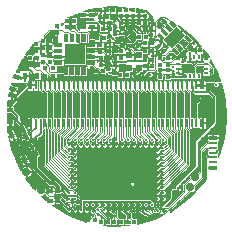
<source format=gbl>
G75*
%MOIN*%
%OFA0B0*%
%FSLAX25Y25*%
%IPPOS*%
%LPD*%
%AMOC8*
5,1,8,0,0,1.08239X$1,22.5*
%
%ADD10R,0.00906X0.02953*%
%ADD11R,0.01378X0.02953*%
%ADD12R,0.01575X0.01181*%
%ADD13R,0.01181X0.01575*%
%ADD14R,0.01575X0.02362*%
%ADD15R,0.02362X0.01575*%
%ADD16C,0.02756*%
%ADD17C,0.00787*%
%ADD18R,0.00394X0.00394*%
%ADD19C,0.00394*%
%ADD20C,0.00200*%
%ADD21R,0.01969X0.02362*%
%ADD22R,0.00886X0.01823*%
%ADD23R,0.00886X0.02610*%
%ADD24R,0.01823X0.00886*%
%ADD25R,0.02953X0.00906*%
%ADD26R,0.02953X0.01378*%
%ADD27R,0.02500X0.01200*%
%ADD28R,0.03900X0.06300*%
%ADD29R,0.02800X0.01200*%
%ADD30R,0.01200X0.02800*%
%ADD31R,0.06500X0.06500*%
%ADD32C,0.00594*%
%ADD33C,0.00591*%
%ADD34C,0.01102*%
%ADD35C,0.00300*%
%ADD36C,0.00787*%
%ADD37C,0.00600*%
%ADD38C,0.01181*%
%ADD39C,0.00394*%
%ADD40C,0.00827*%
%ADD41C,0.00500*%
D10*
X0044457Y0057902D03*
X0046032Y0057902D03*
X0047607Y0057902D03*
X0049181Y0057902D03*
X0050756Y0057902D03*
X0052331Y0057902D03*
X0053906Y0057902D03*
X0055481Y0057902D03*
X0057056Y0057902D03*
X0058630Y0057902D03*
X0060205Y0057902D03*
X0061780Y0057902D03*
X0063355Y0057902D03*
X0064930Y0057902D03*
X0066504Y0057902D03*
X0068079Y0057902D03*
X0069654Y0057902D03*
X0071229Y0057902D03*
X0072804Y0057902D03*
X0074378Y0057902D03*
X0075953Y0057902D03*
X0077528Y0057902D03*
X0079103Y0057902D03*
X0080678Y0057902D03*
X0082252Y0057902D03*
X0083827Y0057902D03*
X0085402Y0057902D03*
X0086977Y0057902D03*
X0088552Y0057902D03*
X0090126Y0057902D03*
X0091701Y0057902D03*
X0093276Y0057902D03*
X0094851Y0057902D03*
X0096426Y0057902D03*
X0098000Y0057902D03*
X0098000Y0070382D03*
X0096426Y0070382D03*
X0094851Y0070382D03*
X0093276Y0070382D03*
X0091701Y0070382D03*
X0090126Y0070382D03*
X0088552Y0070382D03*
X0086977Y0070382D03*
X0085402Y0070382D03*
X0083827Y0070382D03*
X0082252Y0070382D03*
X0080678Y0070382D03*
X0079103Y0070382D03*
X0077528Y0070382D03*
X0075953Y0070382D03*
X0074378Y0070382D03*
X0072804Y0070382D03*
X0071229Y0070382D03*
X0069654Y0070382D03*
X0068079Y0070382D03*
X0066504Y0070382D03*
X0064930Y0070382D03*
X0063355Y0070382D03*
X0061780Y0070382D03*
X0060205Y0070382D03*
X0058630Y0070382D03*
X0057056Y0070382D03*
X0055481Y0070382D03*
X0053906Y0070382D03*
X0052331Y0070382D03*
X0050756Y0070382D03*
X0049181Y0070382D03*
X0047607Y0070382D03*
X0046032Y0070382D03*
X0044457Y0070382D03*
D11*
X0042587Y0070382D03*
X0042587Y0057902D03*
X0099870Y0057902D03*
X0099870Y0070382D03*
D12*
X0088355Y0073197D03*
X0088355Y0075559D03*
X0088355Y0077174D03*
X0088355Y0079536D03*
X0085796Y0079496D03*
X0085796Y0077134D03*
X0085796Y0075559D03*
X0085796Y0073197D03*
X0073000Y0079496D03*
X0070953Y0079496D03*
X0068670Y0078315D03*
X0070953Y0077134D03*
X0068670Y0075953D03*
X0066032Y0077292D03*
X0066032Y0079654D03*
X0065953Y0081544D03*
X0065953Y0083906D03*
X0071004Y0087419D03*
X0071004Y0089781D03*
X0072804Y0091307D03*
X0074772Y0091307D03*
X0076741Y0091307D03*
X0078709Y0091307D03*
X0080678Y0091307D03*
X0080678Y0093670D03*
X0078709Y0093670D03*
X0076741Y0093670D03*
X0074772Y0093670D03*
X0072804Y0093670D03*
X0082804Y0089654D03*
X0082804Y0087292D03*
X0073000Y0081859D03*
X0051583Y0087725D03*
X0051583Y0090087D03*
X0044654Y0084103D03*
X0044654Y0081741D03*
X0047528Y0076032D03*
X0047528Y0073670D03*
X0050339Y0073670D03*
X0050339Y0076032D03*
D13*
X0049339Y0078048D03*
X0046977Y0078048D03*
X0045087Y0077134D03*
X0042725Y0077134D03*
X0042489Y0079615D03*
X0044851Y0079615D03*
X0046977Y0080381D03*
X0049339Y0080381D03*
X0049339Y0082714D03*
X0046977Y0082714D03*
X0046977Y0085048D03*
X0049339Y0085048D03*
X0054733Y0089811D03*
X0054733Y0092016D03*
X0057095Y0092016D03*
X0057095Y0089811D03*
X0064772Y0086111D03*
X0067134Y0086111D03*
X0069001Y0084849D03*
X0071363Y0084849D03*
G36*
X0072176Y0083918D02*
X0073010Y0084752D01*
X0074122Y0083640D01*
X0073288Y0082806D01*
X0072176Y0083918D01*
G37*
X0071229Y0081859D03*
X0068867Y0081859D03*
G36*
X0073847Y0085589D02*
X0074681Y0086423D01*
X0075793Y0085311D01*
X0074959Y0084477D01*
X0073847Y0085589D01*
G37*
G36*
X0074959Y0088689D02*
X0075793Y0087855D01*
X0074681Y0086743D01*
X0073847Y0087577D01*
X0074959Y0088689D01*
G37*
G36*
X0073288Y0090360D02*
X0074122Y0089526D01*
X0073010Y0088414D01*
X0072176Y0089248D01*
X0073288Y0090360D01*
G37*
G36*
X0078059Y0087577D02*
X0077225Y0086743D01*
X0076113Y0087855D01*
X0076947Y0088689D01*
X0078059Y0087577D01*
G37*
X0078709Y0086583D03*
X0081071Y0086583D03*
X0080756Y0084378D03*
G36*
X0078539Y0082806D02*
X0077705Y0083640D01*
X0078817Y0084752D01*
X0079651Y0083918D01*
X0078539Y0082806D01*
G37*
X0080874Y0081859D03*
X0083237Y0081859D03*
X0083119Y0084378D03*
G36*
X0085215Y0082508D02*
X0084381Y0083342D01*
X0085493Y0084454D01*
X0086327Y0083620D01*
X0085215Y0082508D01*
G37*
G36*
X0086886Y0080838D02*
X0086052Y0081672D01*
X0087164Y0082784D01*
X0087998Y0081950D01*
X0086886Y0080838D01*
G37*
X0083237Y0078867D03*
X0080874Y0078867D03*
X0080678Y0076741D03*
X0083040Y0076741D03*
X0074930Y0073906D03*
X0072567Y0073906D03*
X0066741Y0075166D03*
X0064378Y0075166D03*
G36*
X0076869Y0084477D02*
X0076035Y0085311D01*
X0077147Y0086423D01*
X0077981Y0085589D01*
X0076869Y0084477D01*
G37*
G36*
X0079730Y0089248D02*
X0078896Y0088414D01*
X0077784Y0089526D01*
X0078618Y0090360D01*
X0079730Y0089248D01*
G37*
G36*
X0086485Y0089940D02*
X0085651Y0089106D01*
X0084539Y0090218D01*
X0085373Y0091052D01*
X0086485Y0089940D01*
G37*
G36*
X0088155Y0091610D02*
X0087321Y0090776D01*
X0086209Y0091888D01*
X0087043Y0092722D01*
X0088155Y0091610D01*
G37*
X0076819Y0095402D03*
X0074457Y0095402D03*
X0072567Y0095402D03*
X0070205Y0095402D03*
X0068315Y0095402D03*
X0068079Y0093119D03*
X0069254Y0091307D03*
X0066892Y0091307D03*
X0065717Y0093119D03*
X0065953Y0095402D03*
X0066892Y0089339D03*
X0069254Y0089339D03*
X0096701Y0082174D03*
X0099063Y0082174D03*
X0092922Y0036504D03*
X0090559Y0036504D03*
X0077134Y0024969D03*
X0074772Y0024969D03*
X0072804Y0024969D03*
X0070441Y0024969D03*
X0068473Y0024969D03*
X0066111Y0024969D03*
X0064339Y0025363D03*
X0061977Y0025363D03*
X0051937Y0031859D03*
X0049575Y0031859D03*
X0049536Y0035205D03*
X0051898Y0035205D03*
D14*
G36*
X0039336Y0046301D02*
X0040711Y0047066D01*
X0041860Y0045003D01*
X0040485Y0044238D01*
X0039336Y0046301D01*
G37*
G36*
X0043006Y0048344D02*
X0044381Y0049109D01*
X0045530Y0047046D01*
X0044155Y0046281D01*
X0043006Y0048344D01*
G37*
G36*
X0035142Y0054443D02*
X0036517Y0055208D01*
X0037666Y0053145D01*
X0036291Y0052380D01*
X0035142Y0054443D01*
G37*
G36*
X0038812Y0056485D02*
X0040187Y0057250D01*
X0041336Y0055187D01*
X0039961Y0054422D01*
X0038812Y0056485D01*
G37*
G36*
X0035364Y0068841D02*
X0035846Y0070339D01*
X0038094Y0069617D01*
X0037612Y0068119D01*
X0035364Y0068841D01*
G37*
G36*
X0036647Y0072840D02*
X0037129Y0074338D01*
X0039377Y0073616D01*
X0038895Y0072118D01*
X0036647Y0072840D01*
G37*
X0040782Y0073670D03*
X0044982Y0073670D03*
D15*
X0035796Y0062305D03*
X0035796Y0058105D03*
X0060284Y0089759D03*
X0063119Y0089759D03*
X0063119Y0093959D03*
X0060284Y0093959D03*
D16*
X0041229Y0041583D03*
X0046032Y0035402D03*
X0095867Y0036527D03*
X0097400Y0039775D03*
D17*
X0086977Y0040520D03*
X0086977Y0042489D03*
X0085008Y0042489D03*
X0085008Y0040520D03*
X0085008Y0038552D03*
X0086977Y0038552D03*
X0086977Y0036583D03*
X0086977Y0034615D03*
X0085008Y0034615D03*
X0085008Y0036583D03*
X0085008Y0032646D03*
X0086977Y0032646D03*
X0086977Y0030678D03*
X0085008Y0030678D03*
X0083040Y0030678D03*
X0081071Y0030678D03*
X0079103Y0030678D03*
X0077134Y0030678D03*
X0075166Y0030678D03*
X0073197Y0030678D03*
X0071229Y0030678D03*
X0069260Y0030678D03*
X0067292Y0030678D03*
X0065323Y0030678D03*
X0063355Y0030678D03*
X0061386Y0030678D03*
X0059418Y0030678D03*
X0057449Y0030678D03*
X0057449Y0032646D03*
X0055481Y0032646D03*
X0055481Y0030678D03*
X0055481Y0028709D03*
X0057449Y0028709D03*
X0059418Y0028709D03*
X0061386Y0028709D03*
X0063355Y0028709D03*
X0065323Y0028709D03*
X0067292Y0028709D03*
X0069260Y0028709D03*
X0071229Y0028709D03*
X0073197Y0028709D03*
X0075166Y0028709D03*
X0077134Y0028709D03*
X0079103Y0028709D03*
X0081071Y0028709D03*
X0083040Y0028709D03*
X0085008Y0028709D03*
X0086977Y0028709D03*
X0086977Y0044457D03*
X0085008Y0044457D03*
X0085008Y0046426D03*
X0085008Y0048394D03*
X0086977Y0048394D03*
X0086977Y0046426D03*
X0086977Y0050363D03*
X0085008Y0050363D03*
X0085008Y0052331D03*
X0086977Y0052331D03*
X0083040Y0052331D03*
X0081071Y0052331D03*
X0079103Y0052331D03*
X0077134Y0052331D03*
X0075166Y0052331D03*
X0073197Y0052331D03*
X0071229Y0052331D03*
X0071229Y0050363D03*
X0073197Y0050363D03*
X0075166Y0050363D03*
X0077134Y0050363D03*
X0079103Y0050363D03*
X0081071Y0050363D03*
X0083040Y0050363D03*
X0069260Y0050363D03*
X0067292Y0050363D03*
X0065323Y0050363D03*
X0063355Y0050363D03*
X0063355Y0052331D03*
X0065323Y0052331D03*
X0067292Y0052331D03*
X0069260Y0052331D03*
X0061386Y0052331D03*
X0059418Y0052331D03*
X0057449Y0052331D03*
X0055481Y0052331D03*
X0055481Y0050363D03*
X0057449Y0050363D03*
X0059418Y0050363D03*
X0061386Y0050363D03*
X0057449Y0048394D03*
X0057449Y0046426D03*
X0055481Y0046426D03*
X0055481Y0048394D03*
X0055481Y0044457D03*
X0057449Y0044457D03*
X0057449Y0042489D03*
X0057449Y0040520D03*
X0055481Y0040520D03*
X0055481Y0042489D03*
X0055481Y0038552D03*
X0057449Y0038552D03*
X0057449Y0036583D03*
X0057449Y0034615D03*
X0055481Y0034615D03*
X0055481Y0036583D03*
D18*
G36*
X0041124Y0051013D02*
X0041016Y0050635D01*
X0040638Y0050743D01*
X0040746Y0051121D01*
X0041124Y0051013D01*
G37*
D19*
X0042839Y0050031D03*
X0040569Y0048767D03*
X0038922Y0051726D03*
X0041192Y0052989D03*
D20*
X0041607Y0053257D02*
X0040435Y0053257D01*
X0040336Y0053436D02*
X0041230Y0053934D01*
X0042015Y0052524D01*
X0041774Y0052390D01*
X0040757Y0052679D01*
X0040336Y0053436D01*
X0040371Y0053456D02*
X0041496Y0053456D01*
X0041386Y0053654D02*
X0040727Y0053654D01*
X0041084Y0053853D02*
X0041275Y0053853D01*
X0041717Y0053059D02*
X0040546Y0053059D01*
X0040656Y0052860D02*
X0041828Y0052860D01*
X0041938Y0052662D02*
X0040819Y0052662D01*
X0040777Y0052066D02*
X0040061Y0052066D01*
X0040114Y0052255D02*
X0039504Y0050112D01*
X0041647Y0049502D01*
X0042257Y0051644D01*
X0040114Y0052255D01*
X0040004Y0051868D02*
X0041474Y0051868D01*
X0041516Y0052463D02*
X0041906Y0052463D01*
X0042458Y0053085D02*
X0042537Y0053019D01*
X0042634Y0052984D01*
X0042737Y0052984D01*
X0042834Y0053019D01*
X0042913Y0053085D01*
X0042964Y0053174D01*
X0042982Y0053276D01*
X0042964Y0053378D01*
X0042913Y0053467D01*
X0042834Y0053533D01*
X0042737Y0053568D01*
X0042634Y0053568D01*
X0042537Y0053533D01*
X0042458Y0053467D01*
X0042406Y0053378D01*
X0042389Y0053276D01*
X0042406Y0053174D01*
X0042458Y0053085D01*
X0042490Y0053059D02*
X0042881Y0053059D01*
X0042979Y0053257D02*
X0042392Y0053257D01*
X0042452Y0053456D02*
X0042919Y0053456D01*
X0043901Y0052957D02*
X0043989Y0053045D01*
X0044099Y0053101D01*
X0044221Y0053120D01*
X0044343Y0053101D01*
X0044453Y0053045D01*
X0044541Y0052957D01*
X0044597Y0052847D01*
X0044616Y0052725D01*
X0044597Y0052603D01*
X0044541Y0052492D01*
X0044453Y0052405D01*
X0044343Y0052349D01*
X0044221Y0052330D01*
X0044099Y0052349D01*
X0043989Y0052405D01*
X0043901Y0052492D01*
X0043845Y0052603D01*
X0043826Y0052725D01*
X0043845Y0052847D01*
X0043901Y0052957D01*
X0043852Y0052860D02*
X0044590Y0052860D01*
X0044606Y0052662D02*
X0043836Y0052662D01*
X0043930Y0052463D02*
X0044511Y0052463D01*
X0044425Y0053059D02*
X0044016Y0053059D01*
X0042170Y0051669D02*
X0039948Y0051669D01*
X0039891Y0051471D02*
X0042207Y0051471D01*
X0042151Y0051272D02*
X0039835Y0051272D01*
X0039778Y0051074D02*
X0042094Y0051074D01*
X0042038Y0050875D02*
X0039721Y0050875D01*
X0039665Y0050677D02*
X0041981Y0050677D01*
X0041925Y0050478D02*
X0039608Y0050478D01*
X0039552Y0050280D02*
X0041868Y0050280D01*
X0041812Y0050081D02*
X0039614Y0050081D01*
X0040311Y0049883D02*
X0041755Y0049883D01*
X0041699Y0049684D02*
X0041008Y0049684D01*
X0040965Y0049088D02*
X0039827Y0049088D01*
X0039746Y0049233D02*
X0039987Y0049367D01*
X0041004Y0049077D01*
X0041426Y0048321D01*
X0040531Y0047823D01*
X0039746Y0049233D01*
X0039843Y0049287D02*
X0040269Y0049287D01*
X0039937Y0048890D02*
X0041109Y0048890D01*
X0041219Y0048691D02*
X0040048Y0048691D01*
X0040158Y0048493D02*
X0041330Y0048493D01*
X0041379Y0048294D02*
X0040269Y0048294D01*
X0040379Y0048096D02*
X0041022Y0048096D01*
X0040665Y0047897D02*
X0040490Y0047897D01*
X0042755Y0049088D02*
X0042805Y0049088D01*
X0042767Y0049067D02*
X0043662Y0049565D01*
X0042877Y0050976D01*
X0042636Y0050842D01*
X0042346Y0049824D01*
X0042767Y0049067D01*
X0042645Y0049287D02*
X0043162Y0049287D01*
X0043519Y0049486D02*
X0042534Y0049486D01*
X0042424Y0049684D02*
X0043595Y0049684D01*
X0043485Y0049883D02*
X0042363Y0049883D01*
X0042419Y0050081D02*
X0043374Y0050081D01*
X0043264Y0050280D02*
X0042476Y0050280D01*
X0042532Y0050478D02*
X0043154Y0050478D01*
X0043043Y0050677D02*
X0042589Y0050677D01*
X0042696Y0050875D02*
X0042933Y0050875D01*
X0039397Y0051868D02*
X0038280Y0051868D01*
X0038169Y0052066D02*
X0039341Y0052066D01*
X0039415Y0051933D02*
X0038994Y0052689D01*
X0038100Y0052192D01*
X0038885Y0050781D01*
X0039125Y0050915D01*
X0039415Y0051933D01*
X0039340Y0051669D02*
X0038390Y0051669D01*
X0038501Y0051471D02*
X0039284Y0051471D01*
X0039227Y0051272D02*
X0038611Y0051272D01*
X0038722Y0051074D02*
X0039170Y0051074D01*
X0039053Y0050875D02*
X0038832Y0050875D01*
X0039230Y0052265D02*
X0038231Y0052265D01*
X0038587Y0052463D02*
X0039120Y0052463D01*
X0039009Y0052662D02*
X0038944Y0052662D01*
X0040074Y0055836D02*
X0039841Y0056070D01*
X0040074Y0055836D02*
X0040074Y0055836D01*
X0036075Y0057348D02*
X0036023Y0057258D01*
X0035944Y0057192D01*
X0035847Y0057157D01*
X0035744Y0057157D01*
X0035647Y0057192D01*
X0035568Y0057258D01*
X0035517Y0057348D01*
X0035499Y0057449D01*
X0035517Y0057551D01*
X0035568Y0057640D01*
X0035647Y0057706D01*
X0035744Y0057742D01*
X0035847Y0057742D01*
X0035944Y0057706D01*
X0036023Y0057640D01*
X0036075Y0057551D01*
X0036093Y0057449D01*
X0036075Y0057348D01*
X0036088Y0057426D02*
X0035503Y0057426D01*
X0035559Y0057624D02*
X0036032Y0057624D01*
X0035986Y0057227D02*
X0035605Y0057227D01*
X0037375Y0065562D02*
X0037238Y0065632D01*
X0037129Y0065742D01*
X0037058Y0065879D01*
X0037034Y0066032D01*
X0037058Y0066184D01*
X0037129Y0066322D01*
X0037238Y0066431D01*
X0037375Y0066501D01*
X0037528Y0066526D01*
X0037681Y0066501D01*
X0037818Y0066431D01*
X0037927Y0066322D01*
X0037997Y0066184D01*
X0038022Y0066032D01*
X0037997Y0065879D01*
X0037927Y0065742D01*
X0037818Y0065632D01*
X0037681Y0065562D01*
X0037528Y0065538D01*
X0037375Y0065562D01*
X0037238Y0065632D01*
X0037129Y0065742D01*
X0037058Y0065879D01*
X0037034Y0066032D01*
X0037058Y0066184D01*
X0037129Y0066322D01*
X0037238Y0066431D01*
X0037375Y0066501D01*
X0037528Y0066526D01*
X0037681Y0066501D01*
X0037818Y0066431D01*
X0037927Y0066322D01*
X0037997Y0066184D01*
X0038022Y0066032D01*
X0037997Y0065879D01*
X0037927Y0065742D01*
X0037818Y0065632D01*
X0037681Y0065562D01*
X0037528Y0065538D01*
X0037375Y0065562D01*
X0037370Y0065565D02*
X0037686Y0065565D01*
X0037370Y0065565D01*
X0037117Y0065763D02*
X0037938Y0065763D01*
X0037117Y0065763D01*
X0037045Y0065962D02*
X0038011Y0065962D01*
X0037045Y0065962D01*
X0037055Y0066160D02*
X0038001Y0066160D01*
X0037055Y0066160D01*
X0037165Y0066359D02*
X0037890Y0066359D01*
X0037165Y0066359D01*
X0045244Y0068867D02*
X0045244Y0072174D01*
X0043512Y0072174D01*
X0043276Y0072410D01*
X0045244Y0072174D02*
X0045874Y0072174D01*
X0046111Y0072410D01*
X0046365Y0072370D02*
X0046383Y0072472D01*
X0046434Y0072561D01*
X0046513Y0072628D01*
X0046610Y0072663D01*
X0046713Y0072663D01*
X0046810Y0072628D01*
X0046889Y0072561D01*
X0046941Y0072472D01*
X0046959Y0072370D01*
X0046941Y0072269D01*
X0046889Y0072180D01*
X0046810Y0072113D01*
X0046713Y0072078D01*
X0046689Y0072078D01*
X0046609Y0072159D01*
X0046459Y0072159D01*
X0046434Y0072180D01*
X0046383Y0072269D01*
X0046365Y0072370D01*
X0046375Y0072314D02*
X0046949Y0072314D01*
X0046917Y0072513D02*
X0046406Y0072513D01*
X0046662Y0072370D02*
X0046307Y0072016D01*
X0046032Y0072016D01*
X0046652Y0072116D02*
X0046813Y0072116D01*
X0047380Y0073413D02*
X0047301Y0073479D01*
X0047249Y0073568D01*
X0047231Y0073670D01*
X0047249Y0073771D01*
X0047301Y0073860D01*
X0047380Y0073927D01*
X0047476Y0073962D01*
X0047580Y0073962D01*
X0047676Y0073927D01*
X0047755Y0073860D01*
X0047807Y0073771D01*
X0047825Y0073670D01*
X0047807Y0073568D01*
X0047755Y0073479D01*
X0047676Y0073413D01*
X0047580Y0073377D01*
X0047476Y0073377D01*
X0047380Y0073413D01*
X0047285Y0073505D02*
X0047771Y0073505D01*
X0047819Y0073704D02*
X0047237Y0073704D01*
X0047350Y0073902D02*
X0047705Y0073902D01*
X0050042Y0073670D02*
X0050060Y0073771D01*
X0050112Y0073860D01*
X0050191Y0073927D01*
X0050287Y0073962D01*
X0050391Y0073962D01*
X0050487Y0073927D01*
X0050566Y0073860D01*
X0050618Y0073771D01*
X0050636Y0073670D01*
X0050618Y0073568D01*
X0050566Y0073479D01*
X0050487Y0073413D01*
X0050391Y0073377D01*
X0050287Y0073377D01*
X0050191Y0073413D01*
X0050112Y0073479D01*
X0050060Y0073568D01*
X0050042Y0073670D01*
X0050060Y0073771D01*
X0050112Y0073860D01*
X0050191Y0073927D01*
X0050287Y0073962D01*
X0050391Y0073962D01*
X0050487Y0073927D01*
X0050566Y0073860D01*
X0050618Y0073771D01*
X0050636Y0073670D01*
X0050618Y0073568D01*
X0050566Y0073479D01*
X0050487Y0073413D01*
X0050391Y0073377D01*
X0050287Y0073377D01*
X0050191Y0073413D01*
X0050112Y0073479D01*
X0050060Y0073568D01*
X0050042Y0073670D01*
X0050048Y0073704D02*
X0050630Y0073704D01*
X0050048Y0073704D01*
X0050096Y0073505D02*
X0050582Y0073505D01*
X0050096Y0073505D01*
X0050339Y0073670D02*
X0050575Y0073433D01*
X0050516Y0073902D02*
X0050162Y0073902D01*
X0050516Y0073902D01*
X0050370Y0075719D02*
X0050267Y0075719D01*
X0050170Y0075755D01*
X0050091Y0075821D01*
X0050040Y0075910D01*
X0050022Y0076012D01*
X0050040Y0076113D01*
X0050091Y0076202D01*
X0050170Y0076269D01*
X0050267Y0076304D01*
X0050370Y0076304D01*
X0050467Y0076269D01*
X0050546Y0076202D01*
X0050598Y0076113D01*
X0050616Y0076012D01*
X0050598Y0075910D01*
X0050546Y0075821D01*
X0050467Y0075755D01*
X0050370Y0075719D01*
X0050585Y0075888D02*
X0050053Y0075888D01*
X0050035Y0076086D02*
X0050602Y0076086D01*
X0050424Y0076285D02*
X0050214Y0076285D01*
X0050738Y0077704D02*
X0050659Y0077770D01*
X0050607Y0077859D01*
X0050589Y0077961D01*
X0050607Y0078063D01*
X0050659Y0078152D01*
X0050738Y0078218D01*
X0050835Y0078253D01*
X0050938Y0078253D01*
X0051035Y0078218D01*
X0051114Y0078152D01*
X0051165Y0078063D01*
X0051183Y0077961D01*
X0051165Y0077859D01*
X0051114Y0077770D01*
X0051035Y0077704D01*
X0050938Y0077669D01*
X0050835Y0077669D01*
X0050738Y0077704D01*
X0050820Y0077674D02*
X0050953Y0077674D01*
X0051167Y0077873D02*
X0050605Y0077873D01*
X0050612Y0078071D02*
X0051160Y0078071D01*
X0049108Y0079933D02*
X0048999Y0079824D01*
X0048862Y0079754D01*
X0048709Y0079730D01*
X0048556Y0079754D01*
X0048419Y0079824D01*
X0048310Y0079933D01*
X0048240Y0080071D01*
X0048215Y0080223D01*
X0048240Y0080376D01*
X0048310Y0080514D01*
X0048419Y0080623D01*
X0048556Y0080693D01*
X0048709Y0080717D01*
X0048862Y0080693D01*
X0048999Y0080623D01*
X0049108Y0080514D01*
X0049179Y0080376D01*
X0049203Y0080223D01*
X0049179Y0080071D01*
X0049108Y0079933D01*
X0048999Y0079824D01*
X0048862Y0079754D01*
X0048709Y0079730D01*
X0048556Y0079754D01*
X0048419Y0079824D01*
X0048310Y0079933D01*
X0048240Y0080071D01*
X0048215Y0080223D01*
X0048240Y0080376D01*
X0048310Y0080514D01*
X0048419Y0080623D01*
X0048556Y0080693D01*
X0048709Y0080717D01*
X0048862Y0080693D01*
X0048999Y0080623D01*
X0049108Y0080514D01*
X0049179Y0080376D01*
X0049203Y0080223D01*
X0049179Y0080071D01*
X0049108Y0079933D01*
X0049033Y0079858D02*
X0048385Y0079858D01*
X0049033Y0079858D01*
X0049171Y0080056D02*
X0048247Y0080056D01*
X0049171Y0080056D01*
X0049198Y0080255D02*
X0048220Y0080255D01*
X0049198Y0080255D01*
X0049139Y0080453D02*
X0048279Y0080453D01*
X0049139Y0080453D01*
X0048943Y0080652D02*
X0048476Y0080652D01*
X0048943Y0080652D01*
X0049287Y0082422D02*
X0049191Y0082457D01*
X0049112Y0082523D01*
X0049060Y0082613D01*
X0049042Y0082714D01*
X0049060Y0082816D01*
X0049112Y0082905D01*
X0049191Y0082971D01*
X0049287Y0083007D01*
X0049391Y0083007D01*
X0049487Y0082971D01*
X0049566Y0082905D01*
X0049618Y0082816D01*
X0049636Y0082714D01*
X0049618Y0082613D01*
X0049566Y0082523D01*
X0049487Y0082457D01*
X0049391Y0082422D01*
X0049287Y0082422D01*
X0049242Y0082438D02*
X0049436Y0082438D01*
X0049622Y0082637D02*
X0049056Y0082637D01*
X0049071Y0082835D02*
X0049607Y0082835D01*
X0058194Y0084974D02*
X0058245Y0084884D01*
X0058324Y0084818D01*
X0058421Y0084783D01*
X0058524Y0084783D01*
X0058621Y0084818D01*
X0058700Y0084884D01*
X0058752Y0084974D01*
X0058770Y0085075D01*
X0058752Y0085177D01*
X0058700Y0085266D01*
X0058621Y0085332D01*
X0058524Y0085368D01*
X0058421Y0085368D01*
X0058324Y0085332D01*
X0058245Y0085266D01*
X0058194Y0085177D01*
X0058176Y0085075D01*
X0058194Y0084974D01*
X0058186Y0085019D02*
X0058760Y0085019D01*
X0058728Y0085218D02*
X0058217Y0085218D01*
X0058322Y0084821D02*
X0058624Y0084821D01*
X0063206Y0080278D02*
X0063285Y0080344D01*
X0063382Y0080379D01*
X0063485Y0080379D01*
X0063582Y0080344D01*
X0063661Y0080278D01*
X0063712Y0080189D01*
X0063730Y0080087D01*
X0063712Y0079985D01*
X0063661Y0079896D01*
X0063582Y0079830D01*
X0063485Y0079795D01*
X0063382Y0079795D01*
X0063285Y0079830D01*
X0063206Y0079896D01*
X0063155Y0079985D01*
X0063137Y0080087D01*
X0063155Y0080189D01*
X0063206Y0080278D01*
X0063193Y0080255D02*
X0063674Y0080255D01*
X0063725Y0080056D02*
X0063142Y0080056D01*
X0063252Y0079858D02*
X0063615Y0079858D01*
X0063040Y0078096D02*
X0063137Y0078061D01*
X0063216Y0077994D01*
X0063268Y0077905D01*
X0063285Y0077804D01*
X0063268Y0077702D01*
X0063216Y0077613D01*
X0063137Y0077546D01*
X0063040Y0077511D01*
X0062937Y0077511D01*
X0062840Y0077546D01*
X0062761Y0077613D01*
X0062710Y0077702D01*
X0062692Y0077804D01*
X0062710Y0077905D01*
X0062761Y0077994D01*
X0062840Y0078061D01*
X0062937Y0078096D01*
X0063040Y0078096D01*
X0063108Y0078071D02*
X0062869Y0078071D01*
X0062704Y0077873D02*
X0063273Y0077873D01*
X0063251Y0077674D02*
X0062726Y0077674D01*
X0058752Y0075358D02*
X0058770Y0075256D01*
X0058752Y0075155D01*
X0058700Y0075065D01*
X0058621Y0074999D01*
X0058524Y0074964D01*
X0058421Y0074964D01*
X0058324Y0074999D01*
X0058245Y0075065D01*
X0058194Y0075155D01*
X0058176Y0075256D01*
X0058194Y0075358D01*
X0058245Y0075447D01*
X0058324Y0075513D01*
X0058421Y0075549D01*
X0058524Y0075549D01*
X0058621Y0075513D01*
X0058700Y0075447D01*
X0058752Y0075358D01*
X0058763Y0075292D02*
X0058182Y0075292D01*
X0058229Y0075093D02*
X0058716Y0075093D01*
X0058649Y0075490D02*
X0058297Y0075490D01*
X0058473Y0074536D02*
X0058473Y0074063D01*
X0058630Y0070382D02*
X0058630Y0068867D01*
X0059418Y0068079D01*
X0059418Y0056268D01*
X0055481Y0052331D01*
X0054693Y0052528D02*
X0054693Y0051150D01*
X0055481Y0050363D01*
X0055092Y0049669D02*
X0056174Y0049669D01*
X0057449Y0048394D01*
X0056465Y0047410D02*
X0057449Y0046426D01*
X0056465Y0047410D02*
X0055481Y0047410D01*
X0053217Y0049674D01*
X0053217Y0053217D01*
X0056268Y0056268D01*
X0056268Y0068079D01*
X0055481Y0068867D01*
X0055481Y0070382D01*
X0057056Y0070382D02*
X0057056Y0068867D01*
X0057843Y0068079D01*
X0057843Y0056268D01*
X0054201Y0052626D01*
X0054201Y0050559D01*
X0055092Y0049669D01*
X0055481Y0048394D02*
X0053709Y0050166D01*
X0053709Y0052922D01*
X0057056Y0056268D01*
X0057056Y0057902D01*
X0055481Y0057902D02*
X0055481Y0056268D01*
X0052725Y0053512D01*
X0052725Y0049181D01*
X0055481Y0046426D01*
X0055481Y0045441D02*
X0056465Y0045441D01*
X0057449Y0044457D01*
X0056465Y0043473D02*
X0057449Y0042489D01*
X0056465Y0043473D02*
X0055481Y0043473D01*
X0051248Y0047705D01*
X0051248Y0054398D01*
X0053119Y0056268D01*
X0053119Y0068079D01*
X0052331Y0068867D01*
X0052331Y0070382D01*
X0050756Y0070382D02*
X0050756Y0068867D01*
X0051544Y0068079D01*
X0051544Y0056268D01*
X0050264Y0054989D01*
X0050264Y0046721D01*
X0055481Y0041504D01*
X0056465Y0041504D01*
X0057449Y0040520D01*
X0056465Y0039536D02*
X0057449Y0038552D01*
X0056465Y0039536D02*
X0055481Y0039536D01*
X0049280Y0045737D01*
X0049280Y0055579D01*
X0049969Y0056268D01*
X0049969Y0068079D01*
X0049181Y0068867D01*
X0049181Y0070382D01*
X0047607Y0070382D02*
X0047607Y0068867D01*
X0048394Y0068079D01*
X0048394Y0056268D01*
X0048296Y0055973D01*
X0048296Y0044752D01*
X0055481Y0037567D01*
X0056465Y0037567D01*
X0057449Y0036583D01*
X0056465Y0035599D02*
X0057449Y0034615D01*
X0056465Y0035599D02*
X0055481Y0035599D01*
X0047311Y0043768D01*
X0047311Y0055782D01*
X0046819Y0056274D01*
X0046819Y0068079D01*
X0046032Y0068867D01*
X0046032Y0070382D01*
X0038715Y0074954D02*
X0038606Y0074845D01*
X0038468Y0074775D01*
X0038315Y0074751D01*
X0038163Y0074775D01*
X0038025Y0074845D01*
X0037916Y0074954D01*
X0037846Y0075092D01*
X0037833Y0075175D01*
X0038036Y0075649D01*
X0038163Y0075714D01*
X0038315Y0075738D01*
X0038468Y0075714D01*
X0038606Y0075644D01*
X0038715Y0075535D01*
X0038785Y0075397D01*
X0038809Y0075244D01*
X0038785Y0075092D01*
X0038715Y0074954D01*
X0038655Y0074895D02*
X0037975Y0074895D01*
X0037846Y0075093D02*
X0038785Y0075093D01*
X0038802Y0075292D02*
X0037883Y0075292D01*
X0037968Y0075490D02*
X0038737Y0075490D01*
X0038517Y0075689D02*
X0038114Y0075689D01*
X0040693Y0079718D02*
X0040614Y0079784D01*
X0040562Y0079874D01*
X0040544Y0079975D01*
X0040562Y0080077D01*
X0040614Y0080166D01*
X0040693Y0080232D01*
X0040790Y0080268D01*
X0040893Y0080268D01*
X0040990Y0080232D01*
X0041069Y0080166D01*
X0041120Y0080077D01*
X0041138Y0079975D01*
X0041120Y0079874D01*
X0041069Y0079784D01*
X0040990Y0079718D01*
X0040893Y0079683D01*
X0040790Y0079683D01*
X0040693Y0079718D01*
X0040572Y0079858D02*
X0041111Y0079858D01*
X0041124Y0080056D02*
X0040559Y0080056D01*
X0040755Y0080255D02*
X0040928Y0080255D01*
X0051457Y0089731D02*
X0051406Y0089820D01*
X0051388Y0089922D01*
X0051406Y0090023D01*
X0051457Y0090113D01*
X0051536Y0090179D01*
X0051633Y0090214D01*
X0051736Y0090214D01*
X0051833Y0090179D01*
X0051912Y0090113D01*
X0051963Y0090023D01*
X0051981Y0089922D01*
X0051963Y0089820D01*
X0051912Y0089731D01*
X0051833Y0089665D01*
X0051736Y0089630D01*
X0051633Y0089630D01*
X0051536Y0089665D01*
X0051457Y0089731D01*
X0051427Y0089783D02*
X0051942Y0089783D01*
X0051971Y0089982D02*
X0051398Y0089982D01*
X0051540Y0090180D02*
X0051829Y0090180D01*
X0052781Y0090652D02*
X0052832Y0090563D01*
X0052911Y0090496D01*
X0053008Y0090461D01*
X0053111Y0090461D01*
X0053208Y0090496D01*
X0053287Y0090563D01*
X0053339Y0090652D01*
X0053356Y0090753D01*
X0053339Y0090855D01*
X0053287Y0090944D01*
X0053208Y0091011D01*
X0053111Y0091046D01*
X0053008Y0091046D01*
X0052911Y0091011D01*
X0052832Y0090944D01*
X0052781Y0090855D01*
X0052763Y0090753D01*
X0052781Y0090652D01*
X0052824Y0090577D02*
X0053295Y0090577D01*
X0053352Y0090776D02*
X0052767Y0090776D01*
X0052868Y0090974D02*
X0053251Y0090974D01*
X0056816Y0091875D02*
X0056867Y0091786D01*
X0056946Y0091720D01*
X0057043Y0091684D01*
X0057146Y0091684D01*
X0057243Y0091720D01*
X0057322Y0091786D01*
X0057374Y0091875D01*
X0057392Y0091977D01*
X0057374Y0092078D01*
X0057322Y0092168D01*
X0057243Y0092234D01*
X0057146Y0092269D01*
X0057043Y0092269D01*
X0056946Y0092234D01*
X0056867Y0092168D01*
X0056816Y0092078D01*
X0056798Y0091977D01*
X0056816Y0091875D01*
X0056800Y0091967D02*
X0057390Y0091967D01*
X0057324Y0092165D02*
X0056866Y0092165D01*
X0056888Y0091768D02*
X0057301Y0091768D01*
X0063924Y0094177D02*
X0063980Y0094067D01*
X0064067Y0093980D01*
X0064177Y0093924D01*
X0064300Y0093904D01*
X0064422Y0093924D01*
X0064532Y0093980D01*
X0064619Y0094067D01*
X0064676Y0094177D01*
X0064695Y0094300D01*
X0064676Y0094422D01*
X0064619Y0094532D01*
X0064532Y0094619D01*
X0064422Y0094676D01*
X0064300Y0094695D01*
X0064177Y0094676D01*
X0064067Y0094619D01*
X0063980Y0094532D01*
X0063924Y0094422D01*
X0063904Y0094300D01*
X0063924Y0094177D01*
X0063937Y0094151D02*
X0064662Y0094151D01*
X0064687Y0094349D02*
X0063912Y0094349D01*
X0063995Y0094548D02*
X0064604Y0094548D01*
X0064477Y0093952D02*
X0064122Y0093952D01*
X0068115Y0095734D02*
X0068167Y0095644D01*
X0068246Y0095578D01*
X0068343Y0095543D01*
X0068446Y0095543D01*
X0068543Y0095578D01*
X0068621Y0095644D01*
X0068673Y0095734D01*
X0068691Y0095835D01*
X0068673Y0095937D01*
X0068115Y0095937D01*
X0068167Y0096026D01*
X0068246Y0096092D01*
X0068343Y0096127D01*
X0068446Y0096127D01*
X0068543Y0096092D01*
X0068621Y0096026D01*
X0068673Y0095937D01*
X0068674Y0095739D02*
X0068114Y0095739D01*
X0068115Y0095734D02*
X0068097Y0095835D01*
X0068115Y0095937D01*
X0069908Y0095796D02*
X0069926Y0095897D01*
X0069978Y0095986D01*
X0070057Y0096053D01*
X0070154Y0096088D01*
X0070257Y0096088D01*
X0070354Y0096053D01*
X0070433Y0095986D01*
X0070484Y0095897D01*
X0070502Y0095796D01*
X0070484Y0095694D01*
X0070433Y0095605D01*
X0070354Y0095539D01*
X0070257Y0095503D01*
X0070154Y0095503D01*
X0070057Y0095539D01*
X0069978Y0095605D01*
X0069926Y0095694D01*
X0069908Y0095796D01*
X0069918Y0095739D02*
X0070492Y0095739D01*
X0070461Y0095937D02*
X0069949Y0095937D01*
X0070055Y0095540D02*
X0070355Y0095540D01*
X0072270Y0095796D02*
X0072288Y0095897D01*
X0072340Y0095986D01*
X0072419Y0096053D01*
X0072516Y0096088D01*
X0072619Y0096088D01*
X0072716Y0096053D01*
X0072795Y0095986D01*
X0072846Y0095897D01*
X0072864Y0095796D01*
X0072846Y0095694D01*
X0072795Y0095605D01*
X0072716Y0095539D01*
X0072619Y0095503D01*
X0072516Y0095503D01*
X0072419Y0095539D01*
X0072340Y0095605D01*
X0072288Y0095694D01*
X0072270Y0095796D01*
X0072281Y0095739D02*
X0072854Y0095739D01*
X0072823Y0095937D02*
X0072311Y0095937D01*
X0072417Y0095540D02*
X0072718Y0095540D01*
X0073784Y0095773D02*
X0073836Y0095684D01*
X0073915Y0095617D01*
X0074012Y0095582D01*
X0074115Y0095582D01*
X0074212Y0095617D01*
X0074291Y0095684D01*
X0074342Y0095773D01*
X0074360Y0095874D01*
X0074342Y0095976D01*
X0074291Y0096065D01*
X0074212Y0096131D01*
X0074115Y0096167D01*
X0074012Y0096167D01*
X0073915Y0096131D01*
X0073836Y0096065D01*
X0073784Y0095976D01*
X0073767Y0095874D01*
X0073784Y0095773D01*
X0073804Y0095739D02*
X0074323Y0095739D01*
X0074349Y0095937D02*
X0073778Y0095937D01*
X0073926Y0096136D02*
X0074200Y0096136D01*
X0075438Y0095858D02*
X0075490Y0095947D01*
X0075569Y0096013D01*
X0075665Y0096049D01*
X0075768Y0096049D01*
X0075865Y0096013D01*
X0075944Y0095947D01*
X0075996Y0095858D01*
X0076014Y0095756D01*
X0075996Y0095655D01*
X0075944Y0095565D01*
X0075865Y0095499D01*
X0075768Y0095464D01*
X0075665Y0095464D01*
X0075569Y0095499D01*
X0075490Y0095565D01*
X0075438Y0095655D01*
X0075420Y0095756D01*
X0075438Y0095858D01*
X0075484Y0095937D02*
X0075950Y0095937D01*
X0076011Y0095739D02*
X0075423Y0095739D01*
X0075520Y0095540D02*
X0075914Y0095540D01*
X0080598Y0095338D02*
X0080615Y0095439D01*
X0080667Y0095529D01*
X0080697Y0095554D01*
X0081175Y0095430D01*
X0081191Y0095338D01*
X0081173Y0095236D01*
X0081122Y0095147D01*
X0081043Y0095081D01*
X0080946Y0095046D01*
X0080843Y0095046D01*
X0080746Y0095081D01*
X0080667Y0095147D01*
X0080615Y0095236D01*
X0080598Y0095338D01*
X0080598Y0095342D02*
X0081191Y0095342D01*
X0081117Y0095143D02*
X0080672Y0095143D01*
X0080681Y0095540D02*
X0080749Y0095540D01*
X0083075Y0092457D02*
X0083172Y0092492D01*
X0083275Y0092492D01*
X0083372Y0092457D01*
X0083451Y0092391D01*
X0083503Y0092302D01*
X0083521Y0092200D01*
X0083503Y0092099D01*
X0083451Y0092009D01*
X0083372Y0091943D01*
X0083275Y0091908D01*
X0083172Y0091908D01*
X0083075Y0091943D01*
X0082996Y0092009D01*
X0082945Y0092099D01*
X0082927Y0092200D01*
X0082945Y0092302D01*
X0082996Y0092391D01*
X0083075Y0092457D01*
X0082981Y0092364D02*
X0083467Y0092364D01*
X0083514Y0092165D02*
X0082933Y0092165D01*
X0083047Y0091967D02*
X0083401Y0091967D01*
X0082531Y0091409D02*
X0082549Y0091307D01*
X0082531Y0091206D01*
X0082480Y0091117D01*
X0082401Y0091050D01*
X0082304Y0091015D01*
X0082201Y0091015D01*
X0082104Y0091050D01*
X0082025Y0091117D01*
X0081973Y0091206D01*
X0081956Y0091307D01*
X0081973Y0091409D01*
X0082025Y0091498D01*
X0082104Y0091565D01*
X0082201Y0091600D01*
X0082304Y0091600D01*
X0082401Y0091565D01*
X0082480Y0091498D01*
X0082531Y0091409D01*
X0082538Y0091371D02*
X0081967Y0091371D01*
X0081993Y0091173D02*
X0082512Y0091173D01*
X0082386Y0091570D02*
X0082119Y0091570D01*
X0085202Y0089913D02*
X0085253Y0090002D01*
X0085332Y0090068D01*
X0085429Y0090104D01*
X0085532Y0090104D01*
X0085629Y0090068D01*
X0085708Y0090002D01*
X0085760Y0089913D01*
X0085778Y0089811D01*
X0085760Y0089710D01*
X0085708Y0089621D01*
X0085629Y0089554D01*
X0085532Y0089519D01*
X0085429Y0089519D01*
X0085332Y0089554D01*
X0085253Y0089621D01*
X0085202Y0089710D01*
X0085184Y0089811D01*
X0085202Y0089913D01*
X0085242Y0089982D02*
X0085720Y0089982D01*
X0085773Y0089783D02*
X0085189Y0089783D01*
X0085296Y0089585D02*
X0085665Y0089585D01*
X0087025Y0091405D02*
X0086946Y0091471D01*
X0086895Y0091560D01*
X0086877Y0091662D01*
X0086895Y0091763D01*
X0086946Y0091853D01*
X0087025Y0091919D01*
X0087122Y0091954D01*
X0087225Y0091954D01*
X0087322Y0091919D01*
X0087401Y0091853D01*
X0087453Y0091763D01*
X0087470Y0091662D01*
X0087453Y0091560D01*
X0087401Y0091471D01*
X0087322Y0091405D01*
X0087225Y0091369D01*
X0087122Y0091369D01*
X0087025Y0091405D01*
X0087117Y0091371D02*
X0087230Y0091371D01*
X0087454Y0091570D02*
X0086893Y0091570D01*
X0086898Y0091768D02*
X0087450Y0091768D01*
X0084336Y0086998D02*
X0084415Y0086931D01*
X0084467Y0086842D01*
X0084485Y0086741D01*
X0084467Y0086639D01*
X0084415Y0086550D01*
X0084336Y0086483D01*
X0084239Y0086448D01*
X0084136Y0086448D01*
X0084039Y0086483D01*
X0083960Y0086550D01*
X0083909Y0086639D01*
X0083891Y0086741D01*
X0083909Y0086842D01*
X0083960Y0086931D01*
X0084039Y0086998D01*
X0084136Y0087033D01*
X0084239Y0087033D01*
X0084336Y0086998D01*
X0084318Y0087004D02*
X0084057Y0087004D01*
X0083902Y0086806D02*
X0084473Y0086806D01*
X0084448Y0086607D02*
X0083927Y0086607D01*
X0084623Y0085908D02*
X0084702Y0085974D01*
X0084799Y0086009D01*
X0084902Y0086009D01*
X0084999Y0085974D01*
X0085078Y0085908D01*
X0085130Y0085818D01*
X0085148Y0085717D01*
X0085130Y0085615D01*
X0085078Y0085526D01*
X0084999Y0085460D01*
X0084902Y0085425D01*
X0084799Y0085425D01*
X0084702Y0085460D01*
X0084623Y0085526D01*
X0084572Y0085615D01*
X0084554Y0085717D01*
X0084572Y0085818D01*
X0084623Y0085908D01*
X0084571Y0085813D02*
X0085131Y0085813D01*
X0085129Y0085615D02*
X0084572Y0085615D01*
X0085566Y0085240D02*
X0085637Y0085377D01*
X0085746Y0085486D01*
X0085883Y0085557D01*
X0086036Y0085581D01*
X0086189Y0085557D01*
X0086326Y0085486D01*
X0086435Y0085377D01*
X0086506Y0085240D01*
X0086530Y0085087D01*
X0086506Y0084934D01*
X0086435Y0084797D01*
X0086326Y0084688D01*
X0086189Y0084617D01*
X0086036Y0084593D01*
X0085883Y0084617D01*
X0085746Y0084688D01*
X0085637Y0084797D01*
X0085566Y0084934D01*
X0085542Y0085087D01*
X0085566Y0085240D01*
X0085637Y0085377D01*
X0085746Y0085486D01*
X0085883Y0085557D01*
X0086036Y0085581D01*
X0086189Y0085557D01*
X0086326Y0085486D01*
X0086435Y0085377D01*
X0086506Y0085240D01*
X0086530Y0085087D01*
X0086506Y0084934D01*
X0086435Y0084797D01*
X0086326Y0084688D01*
X0086189Y0084617D01*
X0086036Y0084593D01*
X0085883Y0084617D01*
X0085746Y0084688D01*
X0085637Y0084797D01*
X0085566Y0084934D01*
X0085542Y0085087D01*
X0085566Y0085240D01*
X0085563Y0085218D02*
X0086509Y0085218D01*
X0085563Y0085218D01*
X0085553Y0085019D02*
X0086519Y0085019D01*
X0085553Y0085019D01*
X0085625Y0084821D02*
X0086448Y0084821D01*
X0085625Y0084821D01*
X0085875Y0084622D02*
X0086198Y0084622D01*
X0085875Y0084622D01*
X0085675Y0085416D02*
X0086397Y0085416D01*
X0085675Y0085416D01*
X0080957Y0088056D02*
X0080905Y0087967D01*
X0080826Y0087901D01*
X0080729Y0087866D01*
X0080626Y0087866D01*
X0080529Y0087901D01*
X0080450Y0087967D01*
X0080399Y0088056D01*
X0080381Y0088158D01*
X0080399Y0088259D01*
X0080450Y0088349D01*
X0080529Y0088415D01*
X0080626Y0088450D01*
X0080729Y0088450D01*
X0080826Y0088415D01*
X0080905Y0088349D01*
X0080957Y0088259D01*
X0080974Y0088158D01*
X0080957Y0088056D01*
X0080922Y0087997D02*
X0080433Y0087997D01*
X0080387Y0088195D02*
X0080968Y0088195D01*
X0080851Y0088394D02*
X0080504Y0088394D01*
X0077755Y0086774D02*
X0077807Y0086685D01*
X0077825Y0086583D01*
X0077807Y0086482D01*
X0077755Y0086392D01*
X0077676Y0086326D01*
X0077580Y0086291D01*
X0077476Y0086291D01*
X0077380Y0086326D01*
X0077301Y0086392D01*
X0077249Y0086482D01*
X0077231Y0086583D01*
X0077249Y0086685D01*
X0077301Y0086774D01*
X0077380Y0086840D01*
X0077476Y0086875D01*
X0077580Y0086875D01*
X0077676Y0086840D01*
X0077755Y0086774D01*
X0077807Y0086685D01*
X0077825Y0086583D01*
X0077807Y0086482D01*
X0077755Y0086392D01*
X0077676Y0086326D01*
X0077580Y0086291D01*
X0077476Y0086291D01*
X0077380Y0086326D01*
X0077301Y0086392D01*
X0077249Y0086482D01*
X0077231Y0086583D01*
X0077249Y0086685D01*
X0077301Y0086774D01*
X0077380Y0086840D01*
X0077476Y0086875D01*
X0077580Y0086875D01*
X0077676Y0086840D01*
X0077755Y0086774D01*
X0077807Y0086685D01*
X0077825Y0086583D01*
X0077807Y0086482D01*
X0077755Y0086392D01*
X0077676Y0086326D01*
X0077580Y0086291D01*
X0077476Y0086291D01*
X0077380Y0086326D01*
X0077301Y0086392D01*
X0077249Y0086482D01*
X0077231Y0086583D01*
X0077249Y0086685D01*
X0077301Y0086774D01*
X0077380Y0086840D01*
X0077476Y0086875D01*
X0077580Y0086875D01*
X0077676Y0086840D01*
X0077755Y0086774D01*
X0077717Y0086806D02*
X0077338Y0086806D01*
X0077717Y0086806D01*
X0077338Y0086806D01*
X0077235Y0086607D02*
X0077821Y0086607D01*
X0077235Y0086607D01*
X0077821Y0086607D01*
X0077765Y0086409D02*
X0077291Y0086409D01*
X0077765Y0086409D01*
X0077291Y0086409D01*
X0077870Y0084907D02*
X0077973Y0084907D01*
X0078070Y0084872D01*
X0078149Y0084805D01*
X0078201Y0084716D01*
X0078219Y0084615D01*
X0078201Y0084513D01*
X0078149Y0084424D01*
X0078070Y0084357D01*
X0077973Y0084322D01*
X0077870Y0084322D01*
X0077773Y0084357D01*
X0077694Y0084424D01*
X0077643Y0084513D01*
X0077625Y0084615D01*
X0077643Y0084716D01*
X0077694Y0084805D01*
X0077773Y0084872D01*
X0077870Y0084907D01*
X0077712Y0084821D02*
X0078131Y0084821D01*
X0078217Y0084622D02*
X0077626Y0084622D01*
X0077695Y0084423D02*
X0078149Y0084423D01*
X0076232Y0084907D02*
X0076181Y0084817D01*
X0076102Y0084751D01*
X0076005Y0084716D01*
X0075902Y0084716D01*
X0075805Y0084751D01*
X0075726Y0084817D01*
X0075674Y0084907D01*
X0075656Y0085008D01*
X0075674Y0085110D01*
X0075726Y0085199D01*
X0075805Y0085265D01*
X0075902Y0085301D01*
X0076005Y0085301D01*
X0076102Y0085265D01*
X0076181Y0085199D01*
X0076232Y0085110D01*
X0076250Y0085008D01*
X0076232Y0084907D01*
X0076181Y0084817D01*
X0076102Y0084751D01*
X0076005Y0084716D01*
X0075902Y0084716D01*
X0075805Y0084751D01*
X0075726Y0084817D01*
X0075674Y0084907D01*
X0075656Y0085008D01*
X0075674Y0085110D01*
X0075726Y0085199D01*
X0075805Y0085265D01*
X0075902Y0085301D01*
X0076005Y0085301D01*
X0076102Y0085265D01*
X0076181Y0085199D01*
X0076232Y0085110D01*
X0076250Y0085008D01*
X0076232Y0084907D01*
X0076181Y0084817D01*
X0076102Y0084751D01*
X0076005Y0084716D01*
X0075902Y0084716D01*
X0075805Y0084751D01*
X0075726Y0084817D01*
X0075674Y0084907D01*
X0075656Y0085008D01*
X0075674Y0085110D01*
X0075726Y0085199D01*
X0075805Y0085265D01*
X0075902Y0085301D01*
X0076005Y0085301D01*
X0076102Y0085265D01*
X0076181Y0085199D01*
X0076232Y0085110D01*
X0076250Y0085008D01*
X0076232Y0084907D01*
X0076182Y0084821D02*
X0075724Y0084821D01*
X0076182Y0084821D01*
X0075724Y0084821D01*
X0075658Y0085019D02*
X0076248Y0085019D01*
X0075658Y0085019D01*
X0076248Y0085019D01*
X0076159Y0085218D02*
X0075748Y0085218D01*
X0076159Y0085218D01*
X0075748Y0085218D01*
X0074606Y0086392D02*
X0074527Y0086326D01*
X0074430Y0086291D01*
X0074327Y0086291D01*
X0074230Y0086326D01*
X0074151Y0086392D01*
X0074099Y0086482D01*
X0074081Y0086583D01*
X0074099Y0086685D01*
X0074151Y0086774D01*
X0074230Y0086840D01*
X0074327Y0086875D01*
X0074430Y0086875D01*
X0074527Y0086840D01*
X0074606Y0086774D01*
X0074657Y0086685D01*
X0074675Y0086583D01*
X0074657Y0086482D01*
X0074606Y0086392D01*
X0074527Y0086326D01*
X0074430Y0086291D01*
X0074327Y0086291D01*
X0074230Y0086326D01*
X0074151Y0086392D01*
X0074099Y0086482D01*
X0074081Y0086583D01*
X0074099Y0086685D01*
X0074151Y0086774D01*
X0074230Y0086840D01*
X0074327Y0086875D01*
X0074430Y0086875D01*
X0074527Y0086840D01*
X0074606Y0086774D01*
X0074657Y0086685D01*
X0074675Y0086583D01*
X0074657Y0086482D01*
X0074606Y0086392D01*
X0074615Y0086409D02*
X0074142Y0086409D01*
X0074615Y0086409D01*
X0074671Y0086607D02*
X0074086Y0086607D01*
X0074671Y0086607D01*
X0074568Y0086806D02*
X0074189Y0086806D01*
X0074568Y0086806D01*
X0075726Y0087967D02*
X0075674Y0088056D01*
X0075656Y0088158D01*
X0075674Y0088259D01*
X0075726Y0088349D01*
X0075805Y0088415D01*
X0075902Y0088450D01*
X0076005Y0088450D01*
X0076102Y0088415D01*
X0076181Y0088349D01*
X0076232Y0088259D01*
X0076250Y0088158D01*
X0076232Y0088056D01*
X0076181Y0087967D01*
X0076102Y0087901D01*
X0076005Y0087866D01*
X0075902Y0087866D01*
X0075805Y0087901D01*
X0075726Y0087967D01*
X0075674Y0088056D01*
X0075656Y0088158D01*
X0075674Y0088259D01*
X0075726Y0088349D01*
X0075805Y0088415D01*
X0075902Y0088450D01*
X0076005Y0088450D01*
X0076102Y0088415D01*
X0076181Y0088349D01*
X0076232Y0088259D01*
X0076250Y0088158D01*
X0076232Y0088056D01*
X0076181Y0087967D01*
X0076102Y0087901D01*
X0076005Y0087866D01*
X0075902Y0087866D01*
X0075805Y0087901D01*
X0075726Y0087967D01*
X0075709Y0087997D02*
X0076198Y0087997D01*
X0075709Y0087997D01*
X0075663Y0088195D02*
X0076243Y0088195D01*
X0075663Y0088195D01*
X0075779Y0088394D02*
X0076127Y0088394D01*
X0075779Y0088394D01*
X0073976Y0084714D02*
X0074055Y0084648D01*
X0074106Y0084559D01*
X0074124Y0084457D01*
X0074106Y0084356D01*
X0074055Y0084266D01*
X0073976Y0084200D01*
X0073879Y0084165D01*
X0073776Y0084165D01*
X0073679Y0084200D01*
X0073600Y0084266D01*
X0073548Y0084356D01*
X0073530Y0084457D01*
X0073548Y0084559D01*
X0073600Y0084648D01*
X0073679Y0084714D01*
X0073776Y0084749D01*
X0073879Y0084749D01*
X0073976Y0084714D01*
X0074070Y0084622D02*
X0073585Y0084622D01*
X0073536Y0084423D02*
X0074118Y0084423D01*
X0074005Y0084225D02*
X0073649Y0084225D01*
X0071508Y0084907D02*
X0071456Y0084817D01*
X0071377Y0084751D01*
X0071280Y0084716D01*
X0071177Y0084716D01*
X0071080Y0084751D01*
X0071001Y0084817D01*
X0070950Y0084907D01*
X0070932Y0085008D01*
X0070950Y0085110D01*
X0071001Y0085199D01*
X0071080Y0085265D01*
X0071177Y0085301D01*
X0071280Y0085301D01*
X0071377Y0085265D01*
X0071456Y0085199D01*
X0071508Y0085110D01*
X0071526Y0085008D01*
X0071508Y0084907D01*
X0071458Y0084821D02*
X0071000Y0084821D01*
X0070934Y0085019D02*
X0071524Y0085019D01*
X0071434Y0085218D02*
X0071023Y0085218D01*
X0071177Y0082151D02*
X0071280Y0082151D01*
X0071377Y0082116D01*
X0071456Y0082049D01*
X0071508Y0081960D01*
X0071526Y0081859D01*
X0071508Y0081757D01*
X0071456Y0081668D01*
X0071377Y0081602D01*
X0071280Y0081566D01*
X0071177Y0081566D01*
X0071080Y0081602D01*
X0071001Y0081668D01*
X0070950Y0081757D01*
X0070932Y0081859D01*
X0070950Y0081960D01*
X0071001Y0082049D01*
X0071080Y0082116D01*
X0071177Y0082151D01*
X0070997Y0082041D02*
X0071461Y0082041D01*
X0071523Y0081843D02*
X0070935Y0081843D01*
X0071029Y0081644D02*
X0071428Y0081644D01*
X0069881Y0080475D02*
X0069933Y0080385D01*
X0069951Y0080284D01*
X0069933Y0080182D01*
X0069881Y0080093D01*
X0069802Y0080027D01*
X0069705Y0079992D01*
X0069602Y0079992D01*
X0069506Y0080027D01*
X0069427Y0080093D01*
X0069375Y0080182D01*
X0069357Y0080284D01*
X0069375Y0080385D01*
X0069427Y0080475D01*
X0069506Y0080541D01*
X0069602Y0080576D01*
X0069705Y0080576D01*
X0069802Y0080541D01*
X0069881Y0080475D01*
X0069894Y0080453D02*
X0069414Y0080453D01*
X0069362Y0080255D02*
X0069946Y0080255D01*
X0069837Y0080056D02*
X0069470Y0080056D01*
X0068122Y0080379D02*
X0068070Y0080290D01*
X0067991Y0080224D01*
X0067894Y0080188D01*
X0067791Y0080188D01*
X0067694Y0080224D01*
X0067616Y0080290D01*
X0067564Y0080379D01*
X0067546Y0080481D01*
X0067564Y0080582D01*
X0067616Y0080672D01*
X0067694Y0080738D01*
X0067791Y0080773D01*
X0067894Y0080773D01*
X0067991Y0080738D01*
X0068070Y0080672D01*
X0068122Y0080582D01*
X0068140Y0080481D01*
X0068122Y0080379D01*
X0068135Y0080453D02*
X0067551Y0080453D01*
X0067604Y0080652D02*
X0068082Y0080652D01*
X0068028Y0080255D02*
X0067657Y0080255D01*
X0068638Y0078376D02*
X0068735Y0078411D01*
X0068838Y0078411D01*
X0068935Y0078376D01*
X0069014Y0078309D01*
X0069066Y0078220D01*
X0069083Y0078119D01*
X0069066Y0078017D01*
X0069014Y0077928D01*
X0068935Y0077861D01*
X0068838Y0077826D01*
X0068735Y0077826D01*
X0068638Y0077861D01*
X0068559Y0077928D01*
X0068508Y0078017D01*
X0068490Y0078119D01*
X0068508Y0078220D01*
X0068559Y0078309D01*
X0068638Y0078376D01*
X0068670Y0078315D02*
X0068670Y0078235D01*
X0068787Y0078119D01*
X0068536Y0078270D02*
X0069037Y0078270D01*
X0069075Y0078071D02*
X0068498Y0078071D01*
X0068625Y0077873D02*
X0068948Y0077873D01*
X0068838Y0076245D02*
X0068935Y0076210D01*
X0069014Y0076144D01*
X0069066Y0076055D01*
X0069083Y0075953D01*
X0069066Y0075852D01*
X0069014Y0075762D01*
X0068935Y0075696D01*
X0068838Y0075661D01*
X0068735Y0075661D01*
X0068638Y0075696D01*
X0068559Y0075762D01*
X0068508Y0075852D01*
X0068490Y0075953D01*
X0068508Y0076055D01*
X0068559Y0076144D01*
X0068638Y0076210D01*
X0068735Y0076245D01*
X0068838Y0076245D01*
X0069047Y0076086D02*
X0068526Y0076086D01*
X0068501Y0075888D02*
X0069072Y0075888D01*
X0068916Y0075689D02*
X0068658Y0075689D01*
X0068188Y0074557D02*
X0068267Y0074490D01*
X0068319Y0074401D01*
X0068337Y0074300D01*
X0068319Y0074198D01*
X0068267Y0074109D01*
X0068188Y0074043D01*
X0068091Y0074007D01*
X0067988Y0074007D01*
X0067891Y0074043D01*
X0067812Y0074109D01*
X0067761Y0074198D01*
X0067743Y0074300D01*
X0067761Y0074401D01*
X0067812Y0074490D01*
X0067891Y0074557D01*
X0067988Y0074592D01*
X0068091Y0074592D01*
X0068188Y0074557D01*
X0068258Y0074498D02*
X0067821Y0074498D01*
X0067843Y0074339D02*
X0068182Y0074000D01*
X0069339Y0074000D01*
X0069696Y0073642D01*
X0070874Y0073642D01*
X0072213Y0073670D02*
X0072567Y0073906D01*
X0076719Y0073788D02*
X0076743Y0073635D01*
X0076814Y0073498D01*
X0076923Y0073388D01*
X0077060Y0073318D01*
X0077213Y0073294D01*
X0077366Y0073318D01*
X0077503Y0073388D01*
X0077612Y0073498D01*
X0077683Y0073635D01*
X0077707Y0073788D01*
X0077683Y0073940D01*
X0077612Y0074078D01*
X0077503Y0074187D01*
X0077366Y0074257D01*
X0077213Y0074281D01*
X0077060Y0074257D01*
X0076923Y0074187D01*
X0076814Y0074078D01*
X0076743Y0073940D01*
X0076719Y0073788D01*
X0076733Y0073704D02*
X0077693Y0073704D01*
X0077689Y0073902D02*
X0076737Y0073902D01*
X0076837Y0074101D02*
X0077589Y0074101D01*
X0077616Y0073505D02*
X0076810Y0073505D01*
X0077132Y0073307D02*
X0077294Y0073307D01*
X0079729Y0073726D02*
X0079711Y0073827D01*
X0079729Y0073929D01*
X0079781Y0074018D01*
X0079860Y0074084D01*
X0079957Y0074120D01*
X0080060Y0074120D01*
X0080157Y0074084D01*
X0080236Y0074018D01*
X0080287Y0073929D01*
X0080305Y0073827D01*
X0080287Y0073726D01*
X0080236Y0073636D01*
X0080157Y0073570D01*
X0080060Y0073535D01*
X0079957Y0073535D01*
X0079860Y0073570D01*
X0079781Y0073636D01*
X0079729Y0073726D01*
X0079742Y0073704D02*
X0080275Y0073704D01*
X0080292Y0073902D02*
X0079725Y0073902D01*
X0079906Y0074101D02*
X0080111Y0074101D01*
X0080678Y0070382D02*
X0080678Y0068867D01*
X0081465Y0068079D01*
X0081465Y0055087D01*
X0084024Y0052528D01*
X0084024Y0051347D01*
X0083040Y0050363D01*
X0082056Y0051347D02*
X0081071Y0050363D01*
X0080087Y0051347D02*
X0079103Y0050363D01*
X0080087Y0051347D02*
X0080087Y0052528D01*
X0078315Y0054300D01*
X0078315Y0068079D01*
X0077528Y0068867D01*
X0077528Y0070382D01*
X0079103Y0070382D02*
X0079103Y0068867D01*
X0079890Y0068079D01*
X0079890Y0054693D01*
X0082056Y0052528D01*
X0082056Y0051347D01*
X0083040Y0052331D02*
X0080678Y0054693D01*
X0080678Y0057902D01*
X0082252Y0057902D02*
X0082252Y0055087D01*
X0085008Y0052331D01*
X0085993Y0052528D02*
X0085993Y0051347D01*
X0085008Y0050363D01*
X0085993Y0049378D02*
X0085008Y0048394D01*
X0085993Y0047410D02*
X0085008Y0046426D01*
X0085993Y0047410D02*
X0087075Y0047410D01*
X0089339Y0049674D01*
X0089339Y0053512D01*
X0086977Y0055874D01*
X0086977Y0057902D01*
X0088552Y0057902D02*
X0088552Y0055874D01*
X0090323Y0054103D01*
X0090323Y0048689D01*
X0087075Y0045441D01*
X0085993Y0045441D01*
X0085008Y0044457D01*
X0085993Y0043473D02*
X0085008Y0042489D01*
X0085993Y0043473D02*
X0087075Y0043473D01*
X0091307Y0047705D01*
X0091307Y0054693D01*
X0090126Y0055874D01*
X0090126Y0057902D01*
X0091701Y0057902D02*
X0091701Y0055874D01*
X0092292Y0055284D01*
X0092292Y0046721D01*
X0087075Y0041504D01*
X0085993Y0041504D01*
X0085008Y0040520D01*
X0085993Y0039536D02*
X0085008Y0038552D01*
X0085993Y0039536D02*
X0087075Y0039536D01*
X0093276Y0045737D01*
X0093276Y0057902D01*
X0094851Y0057902D02*
X0094851Y0056268D01*
X0094260Y0055678D01*
X0094260Y0044752D01*
X0087075Y0037567D01*
X0085993Y0037567D01*
X0085008Y0036583D01*
X0085993Y0035599D02*
X0085008Y0034615D01*
X0085993Y0035599D02*
X0087075Y0035599D01*
X0095244Y0043768D01*
X0095244Y0055087D01*
X0096426Y0056268D01*
X0096426Y0057902D01*
X0095638Y0056268D02*
X0094752Y0055382D01*
X0094752Y0044359D01*
X0086977Y0036583D01*
X0086977Y0038552D02*
X0093768Y0045343D01*
X0093768Y0055973D01*
X0094063Y0056268D01*
X0094063Y0068079D01*
X0093276Y0068867D01*
X0093276Y0070382D01*
X0094851Y0070382D02*
X0094851Y0068867D01*
X0095638Y0068079D01*
X0095638Y0056268D01*
X0092784Y0055579D02*
X0092784Y0046327D01*
X0086977Y0040520D01*
X0086977Y0042489D02*
X0091800Y0047311D01*
X0091800Y0054989D01*
X0090914Y0055874D01*
X0090914Y0068079D01*
X0090126Y0068867D01*
X0090126Y0070382D01*
X0088552Y0070382D02*
X0088552Y0068867D01*
X0089339Y0068079D01*
X0089339Y0055874D01*
X0090815Y0054398D01*
X0090815Y0048296D01*
X0086977Y0044457D01*
X0086977Y0046426D02*
X0089831Y0049280D01*
X0089831Y0053807D01*
X0087764Y0055874D01*
X0087764Y0068079D01*
X0086977Y0068867D01*
X0086977Y0070382D01*
X0085402Y0070382D02*
X0085402Y0068867D01*
X0086189Y0068079D01*
X0086189Y0055874D01*
X0088847Y0053217D01*
X0088847Y0050264D01*
X0086977Y0048394D01*
X0086977Y0049378D02*
X0085993Y0049378D01*
X0086977Y0049378D02*
X0088355Y0050756D01*
X0088355Y0052922D01*
X0085402Y0055874D01*
X0085402Y0057902D01*
X0083827Y0057902D02*
X0083827Y0055481D01*
X0086977Y0052331D01*
X0087863Y0052528D02*
X0087863Y0051248D01*
X0086977Y0050363D01*
X0087863Y0052528D02*
X0084615Y0055776D01*
X0084615Y0068079D01*
X0083827Y0068867D01*
X0083827Y0070382D01*
X0082252Y0070382D02*
X0082252Y0068867D01*
X0083040Y0068079D01*
X0083040Y0055481D01*
X0085993Y0052528D01*
X0081071Y0052331D02*
X0079103Y0054300D01*
X0079103Y0057902D01*
X0077528Y0057902D02*
X0077528Y0053906D01*
X0079103Y0052331D01*
X0078119Y0052528D02*
X0078119Y0051347D01*
X0077134Y0050363D01*
X0076150Y0051347D02*
X0075166Y0050363D01*
X0076150Y0051347D02*
X0076150Y0052528D01*
X0075166Y0053512D01*
X0075166Y0068079D01*
X0074378Y0068867D01*
X0074378Y0070382D01*
X0072804Y0070382D02*
X0072804Y0068867D01*
X0073591Y0068079D01*
X0073591Y0053119D01*
X0074181Y0052528D01*
X0074181Y0051347D01*
X0073197Y0050363D01*
X0072016Y0051150D02*
X0072016Y0068079D01*
X0071229Y0068867D01*
X0071229Y0070382D01*
X0069654Y0070382D02*
X0069654Y0068867D01*
X0070441Y0068079D01*
X0070441Y0053512D01*
X0069260Y0052331D01*
X0068276Y0052528D02*
X0068276Y0051347D01*
X0069260Y0050363D01*
X0067292Y0050363D02*
X0066307Y0051347D01*
X0066307Y0052528D01*
X0068079Y0054300D01*
X0068079Y0057902D01*
X0066504Y0057902D02*
X0066504Y0054693D01*
X0064339Y0052528D01*
X0064339Y0051347D01*
X0065323Y0050363D01*
X0063355Y0050363D02*
X0062370Y0051347D01*
X0062370Y0052528D01*
X0064930Y0055087D01*
X0064930Y0057902D01*
X0063355Y0057902D02*
X0063355Y0055481D01*
X0060402Y0052528D01*
X0060402Y0051347D01*
X0061386Y0050363D01*
X0059418Y0050363D02*
X0058433Y0051347D01*
X0058433Y0052528D01*
X0061780Y0055874D01*
X0061780Y0057902D01*
X0060205Y0057902D02*
X0060205Y0056268D01*
X0056465Y0052528D01*
X0056465Y0051347D01*
X0057449Y0050363D01*
X0057449Y0052331D02*
X0060993Y0055874D01*
X0060993Y0068079D01*
X0060205Y0068867D01*
X0060205Y0070382D01*
X0061780Y0070382D02*
X0061780Y0068867D01*
X0062567Y0068079D01*
X0062567Y0055481D01*
X0059418Y0052331D01*
X0061386Y0052331D02*
X0064142Y0055087D01*
X0064142Y0068079D01*
X0063355Y0068867D01*
X0063355Y0070382D01*
X0064930Y0070382D02*
X0064930Y0068867D01*
X0065717Y0068079D01*
X0065717Y0054693D01*
X0063355Y0052331D01*
X0065323Y0052331D02*
X0067292Y0054300D01*
X0067292Y0068079D01*
X0066504Y0068867D01*
X0066504Y0070382D01*
X0068079Y0070382D02*
X0068079Y0068867D01*
X0068867Y0068079D01*
X0068867Y0053906D01*
X0067292Y0052331D01*
X0068276Y0052528D02*
X0069654Y0053906D01*
X0069654Y0057902D01*
X0071229Y0057902D02*
X0071229Y0052331D01*
X0072016Y0051150D02*
X0071229Y0050363D01*
X0073197Y0052331D02*
X0072804Y0052725D01*
X0072804Y0057902D01*
X0074378Y0057902D02*
X0074378Y0053119D01*
X0075166Y0052331D01*
X0075953Y0053512D02*
X0075953Y0057902D01*
X0076741Y0053906D02*
X0076741Y0068079D01*
X0075953Y0068867D01*
X0075953Y0070382D01*
X0068258Y0074101D02*
X0067822Y0074101D01*
X0067743Y0074299D02*
X0068337Y0074299D01*
X0075017Y0082389D02*
X0074938Y0082455D01*
X0074887Y0082545D01*
X0074869Y0082646D01*
X0074887Y0082748D01*
X0074938Y0082837D01*
X0075017Y0082903D01*
X0075114Y0082938D01*
X0075217Y0082938D01*
X0075314Y0082903D01*
X0075393Y0082837D01*
X0075445Y0082748D01*
X0075463Y0082646D01*
X0075445Y0082545D01*
X0075393Y0082455D01*
X0075314Y0082389D01*
X0075217Y0082354D01*
X0075114Y0082354D01*
X0075017Y0082389D01*
X0074958Y0082438D02*
X0075373Y0082438D01*
X0075461Y0082637D02*
X0074871Y0082637D01*
X0074938Y0082835D02*
X0075394Y0082835D01*
X0080399Y0081960D02*
X0080450Y0082049D01*
X0080529Y0082116D01*
X0080626Y0082151D01*
X0080729Y0082151D01*
X0080826Y0082116D01*
X0080905Y0082049D01*
X0080957Y0081960D01*
X0080974Y0081859D01*
X0080957Y0081757D01*
X0080905Y0081668D01*
X0080826Y0081602D01*
X0080729Y0081566D01*
X0080626Y0081566D01*
X0080529Y0081602D01*
X0080450Y0081668D01*
X0080399Y0081757D01*
X0080381Y0081859D01*
X0080399Y0081960D01*
X0080445Y0082041D02*
X0080910Y0082041D01*
X0080972Y0081843D02*
X0080384Y0081843D01*
X0080478Y0081644D02*
X0080877Y0081644D01*
X0080862Y0079159D02*
X0080965Y0079159D01*
X0081062Y0079124D01*
X0081141Y0079057D01*
X0081193Y0078968D01*
X0081211Y0078867D01*
X0081193Y0078765D01*
X0081141Y0078676D01*
X0081062Y0078609D01*
X0080965Y0078574D01*
X0080862Y0078574D01*
X0080765Y0078609D01*
X0080686Y0078676D01*
X0080635Y0078765D01*
X0080617Y0078867D01*
X0080635Y0078968D01*
X0080686Y0079057D01*
X0080765Y0079124D01*
X0080862Y0079159D01*
X0080694Y0079064D02*
X0081134Y0079064D01*
X0081210Y0078865D02*
X0080617Y0078865D01*
X0080697Y0078667D02*
X0081130Y0078667D01*
X0084300Y0079803D02*
X0084884Y0080387D01*
X0087404Y0080387D01*
X0087532Y0080516D01*
X0091968Y0083154D02*
X0091916Y0083243D01*
X0091898Y0083344D01*
X0091916Y0083446D01*
X0091968Y0083535D01*
X0092047Y0083601D01*
X0092143Y0083637D01*
X0092247Y0083637D01*
X0092343Y0083601D01*
X0092422Y0083535D01*
X0092474Y0083446D01*
X0092492Y0083344D01*
X0092474Y0083243D01*
X0092422Y0083154D01*
X0092343Y0083087D01*
X0092247Y0083052D01*
X0092143Y0083052D01*
X0092047Y0083087D01*
X0091968Y0083154D01*
X0091922Y0083232D02*
X0092468Y0083232D01*
X0092477Y0083431D02*
X0091913Y0083431D01*
X0092123Y0083629D02*
X0092267Y0083629D01*
X0093239Y0085183D02*
X0093160Y0085249D01*
X0093108Y0085339D01*
X0093090Y0085440D01*
X0093108Y0085542D01*
X0093160Y0085631D01*
X0093239Y0085697D01*
X0093336Y0085732D01*
X0093439Y0085732D01*
X0093536Y0085697D01*
X0093615Y0085631D01*
X0093666Y0085542D01*
X0093684Y0085440D01*
X0093666Y0085339D01*
X0093615Y0085249D01*
X0093536Y0085183D01*
X0093439Y0085148D01*
X0093336Y0085148D01*
X0093239Y0085183D01*
X0093198Y0085218D02*
X0093577Y0085218D01*
X0093680Y0085416D02*
X0093095Y0085416D01*
X0093150Y0085615D02*
X0093624Y0085615D01*
X0094151Y0086274D02*
X0094099Y0086363D01*
X0094081Y0086465D01*
X0094099Y0086566D01*
X0094151Y0086656D01*
X0094230Y0086722D01*
X0094327Y0086757D01*
X0094430Y0086757D01*
X0094527Y0086722D01*
X0094606Y0086656D01*
X0094657Y0086566D01*
X0094675Y0086465D01*
X0094657Y0086363D01*
X0094606Y0086274D01*
X0094527Y0086208D01*
X0094430Y0086173D01*
X0094327Y0086173D01*
X0094230Y0086208D01*
X0094151Y0086274D01*
X0094227Y0086210D02*
X0094529Y0086210D01*
X0094665Y0086409D02*
X0094091Y0086409D01*
X0094123Y0086607D02*
X0094634Y0086607D01*
X0094142Y0080384D02*
X0093990Y0080360D01*
X0093852Y0080290D01*
X0093743Y0080180D01*
X0093673Y0080043D01*
X0093648Y0079890D01*
X0093673Y0079738D01*
X0093743Y0079600D01*
X0093852Y0079491D01*
X0093990Y0079421D01*
X0094142Y0079396D01*
X0094295Y0079421D01*
X0094432Y0079491D01*
X0094542Y0079600D01*
X0094612Y0079738D01*
X0094636Y0079890D01*
X0094612Y0080043D01*
X0094542Y0080180D01*
X0094432Y0080290D01*
X0094295Y0080360D01*
X0094142Y0080384D01*
X0094295Y0080360D01*
X0094432Y0080290D01*
X0094542Y0080180D01*
X0094612Y0080043D01*
X0094636Y0079890D01*
X0094612Y0079738D01*
X0094542Y0079600D01*
X0094432Y0079491D01*
X0094295Y0079421D01*
X0094142Y0079396D01*
X0093990Y0079421D01*
X0093852Y0079491D01*
X0093743Y0079600D01*
X0093673Y0079738D01*
X0093648Y0079890D01*
X0093673Y0080043D01*
X0093743Y0080180D01*
X0093852Y0080290D01*
X0093990Y0080360D01*
X0094142Y0080384D01*
X0093817Y0080255D02*
X0094467Y0080255D01*
X0093817Y0080255D01*
X0093679Y0080056D02*
X0094605Y0080056D01*
X0093679Y0080056D01*
X0093654Y0079858D02*
X0094631Y0079858D01*
X0093654Y0079858D01*
X0093713Y0079659D02*
X0094572Y0079659D01*
X0093713Y0079659D01*
X0093911Y0079461D02*
X0094373Y0079461D01*
X0093911Y0079461D01*
X0095617Y0079300D02*
X0095635Y0079401D01*
X0095686Y0079490D01*
X0095765Y0079557D01*
X0095862Y0079592D01*
X0095965Y0079592D01*
X0096062Y0079557D01*
X0096141Y0079490D01*
X0096193Y0079401D01*
X0096211Y0079300D01*
X0096193Y0079198D01*
X0096141Y0079109D01*
X0096062Y0079043D01*
X0095965Y0079007D01*
X0095862Y0079007D01*
X0095765Y0079043D01*
X0095686Y0079109D01*
X0095635Y0079198D01*
X0095617Y0079300D01*
X0095624Y0079262D02*
X0096204Y0079262D01*
X0096158Y0079461D02*
X0095669Y0079461D01*
X0095740Y0079064D02*
X0096087Y0079064D01*
X0096619Y0078408D02*
X0096698Y0078474D01*
X0096795Y0078509D01*
X0096898Y0078509D01*
X0096995Y0078474D01*
X0097074Y0078408D01*
X0097126Y0078318D01*
X0097144Y0078217D01*
X0097126Y0078115D01*
X0097074Y0078026D01*
X0096995Y0077960D01*
X0096898Y0077925D01*
X0096795Y0077925D01*
X0096698Y0077960D01*
X0096619Y0078026D01*
X0096568Y0078115D01*
X0096550Y0078217D01*
X0096568Y0078318D01*
X0096619Y0078408D01*
X0096691Y0078468D02*
X0097002Y0078468D01*
X0097134Y0078270D02*
X0096559Y0078270D01*
X0096593Y0078071D02*
X0097100Y0078071D01*
X0099656Y0075705D02*
X0099735Y0075771D01*
X0099832Y0075806D01*
X0099935Y0075806D01*
X0100032Y0075771D01*
X0100111Y0075705D01*
X0100163Y0075615D01*
X0100181Y0075514D01*
X0100163Y0075412D01*
X0100111Y0075323D01*
X0100032Y0075257D01*
X0099935Y0075221D01*
X0099832Y0075221D01*
X0099735Y0075257D01*
X0099656Y0075323D01*
X0099605Y0075412D01*
X0099587Y0075514D01*
X0099605Y0075615D01*
X0099656Y0075705D01*
X0099647Y0075689D02*
X0100120Y0075689D01*
X0100177Y0075490D02*
X0099591Y0075490D01*
X0099693Y0075292D02*
X0100074Y0075292D01*
X0103017Y0074086D02*
X0103068Y0074175D01*
X0103147Y0074242D01*
X0103244Y0074277D01*
X0103347Y0074277D01*
X0103444Y0074242D01*
X0103523Y0074175D01*
X0103575Y0074086D01*
X0103593Y0073985D01*
X0103575Y0073883D01*
X0103523Y0073794D01*
X0103444Y0073728D01*
X0103347Y0073692D01*
X0103244Y0073692D01*
X0103147Y0073728D01*
X0103068Y0073794D01*
X0103017Y0073883D01*
X0102999Y0073985D01*
X0103017Y0074086D01*
X0103025Y0074101D02*
X0103566Y0074101D01*
X0103578Y0073902D02*
X0103013Y0073902D01*
X0103212Y0073704D02*
X0103379Y0073704D01*
X0099330Y0065876D02*
X0099409Y0065809D01*
X0099460Y0065720D01*
X0099478Y0065619D01*
X0099460Y0065517D01*
X0099409Y0065428D01*
X0099330Y0065361D01*
X0099233Y0065326D01*
X0099130Y0065326D01*
X0099033Y0065361D01*
X0098954Y0065428D01*
X0098903Y0065517D01*
X0098885Y0065619D01*
X0098903Y0065720D01*
X0098954Y0065809D01*
X0099033Y0065876D01*
X0099130Y0065911D01*
X0099233Y0065911D01*
X0099330Y0065876D01*
X0099435Y0065763D02*
X0098928Y0065763D01*
X0098894Y0065565D02*
X0099469Y0065565D01*
X0099336Y0065366D02*
X0099027Y0065366D01*
X0092489Y0068079D02*
X0092489Y0055874D01*
X0092784Y0055579D01*
X0099181Y0048985D02*
X0101347Y0051150D01*
X0103453Y0051150D01*
X0103453Y0049575D02*
X0100953Y0049575D01*
X0099870Y0048493D01*
X0099870Y0039873D01*
X0096525Y0036527D01*
X0095867Y0036527D01*
X0096261Y0035946D01*
X0093079Y0032764D01*
X0087882Y0028197D01*
X0087511Y0027864D01*
X0087595Y0027910D01*
X0087882Y0028197D01*
X0087511Y0027864D02*
X0086888Y0027522D01*
X0082843Y0027522D01*
X0081754Y0028611D01*
X0081170Y0028611D01*
X0081071Y0028709D01*
X0081480Y0027632D02*
X0081577Y0027668D01*
X0081680Y0027668D01*
X0081777Y0027632D01*
X0081856Y0027566D01*
X0081908Y0027477D01*
X0081926Y0027375D01*
X0081908Y0027274D01*
X0081856Y0027184D01*
X0081777Y0027118D01*
X0081680Y0027083D01*
X0081577Y0027083D01*
X0081480Y0027118D01*
X0081401Y0027184D01*
X0081350Y0027274D01*
X0081332Y0027375D01*
X0081350Y0027477D01*
X0081401Y0027566D01*
X0081480Y0027632D01*
X0081527Y0027649D02*
X0081731Y0027649D01*
X0081912Y0027451D02*
X0081345Y0027451D01*
X0081362Y0027252D02*
X0081895Y0027252D01*
X0083040Y0028315D02*
X0083433Y0027922D01*
X0085481Y0027922D01*
X0085989Y0028430D01*
X0085989Y0029139D01*
X0086465Y0029615D01*
X0088552Y0029615D01*
X0092134Y0033197D01*
X0093906Y0034969D01*
X0093906Y0035008D01*
X0093906Y0037292D01*
X0097177Y0040563D01*
X0097400Y0039775D01*
X0099181Y0041557D01*
X0099181Y0046819D01*
X0099181Y0048985D01*
X0104392Y0048451D02*
X0104410Y0048350D01*
X0104462Y0048260D01*
X0104541Y0048194D01*
X0104637Y0048159D01*
X0104741Y0048159D01*
X0104837Y0048194D01*
X0104916Y0048260D01*
X0104968Y0048350D01*
X0104986Y0048451D01*
X0104968Y0048553D01*
X0104916Y0048642D01*
X0104837Y0048708D01*
X0104741Y0048744D01*
X0104637Y0048744D01*
X0104541Y0048708D01*
X0104462Y0048642D01*
X0104410Y0048553D01*
X0104392Y0048451D01*
X0104399Y0048493D02*
X0104978Y0048493D01*
X0104936Y0048294D02*
X0104442Y0048294D01*
X0104521Y0048691D02*
X0104857Y0048691D01*
X0102598Y0043021D02*
X0102677Y0042955D01*
X0102728Y0042866D01*
X0102746Y0042764D01*
X0102728Y0042663D01*
X0102677Y0042573D01*
X0102598Y0042507D01*
X0102501Y0042472D01*
X0102398Y0042472D01*
X0102301Y0042507D01*
X0102222Y0042573D01*
X0102170Y0042663D01*
X0102152Y0042764D01*
X0102170Y0042866D01*
X0102222Y0042955D01*
X0102301Y0043021D01*
X0102398Y0043057D01*
X0102501Y0043057D01*
X0102598Y0043021D01*
X0102688Y0042935D02*
X0102210Y0042935D01*
X0102157Y0042736D02*
X0102741Y0042736D01*
X0102634Y0042538D02*
X0102264Y0042538D01*
X0089665Y0028801D02*
X0089586Y0028868D01*
X0089489Y0028903D01*
X0089386Y0028903D01*
X0089289Y0028868D01*
X0089210Y0028801D01*
X0089158Y0028712D01*
X0089141Y0028611D01*
X0089158Y0028509D01*
X0089210Y0028420D01*
X0089289Y0028354D01*
X0089345Y0028333D01*
X0089718Y0028516D01*
X0089734Y0028611D01*
X0089716Y0028712D01*
X0089665Y0028801D01*
X0089618Y0028840D02*
X0089256Y0028840D01*
X0089146Y0028642D02*
X0089729Y0028642D01*
X0089570Y0028443D02*
X0089196Y0028443D01*
X0085305Y0028709D02*
X0085287Y0028608D01*
X0085236Y0028518D01*
X0085157Y0028452D01*
X0085060Y0028417D01*
X0084957Y0028417D01*
X0084860Y0028452D01*
X0084781Y0028518D01*
X0084729Y0028608D01*
X0084711Y0028709D01*
X0084729Y0028811D01*
X0084781Y0028900D01*
X0084860Y0028966D01*
X0084957Y0029001D01*
X0085060Y0029001D01*
X0085157Y0028966D01*
X0085236Y0028900D01*
X0085287Y0028811D01*
X0085305Y0028709D01*
X0085293Y0028642D02*
X0084723Y0028642D01*
X0084746Y0028840D02*
X0085270Y0028840D01*
X0085133Y0028443D02*
X0084884Y0028443D01*
X0083040Y0028315D02*
X0083040Y0028709D01*
X0077263Y0025061D02*
X0077315Y0024972D01*
X0077333Y0024870D01*
X0076739Y0024870D01*
X0077333Y0024870D01*
X0077315Y0024769D01*
X0077263Y0024680D01*
X0077184Y0024613D01*
X0077087Y0024578D01*
X0076984Y0024578D01*
X0076887Y0024613D01*
X0076808Y0024680D01*
X0076757Y0024769D01*
X0076739Y0024870D01*
X0076757Y0024972D01*
X0076808Y0025061D01*
X0076887Y0025128D01*
X0076984Y0025163D01*
X0077087Y0025163D01*
X0077184Y0025128D01*
X0077263Y0025061D01*
X0077315Y0024972D01*
X0077333Y0024870D01*
X0077315Y0024769D01*
X0077263Y0024680D01*
X0077184Y0024613D01*
X0077087Y0024578D01*
X0076984Y0024578D01*
X0076887Y0024613D01*
X0076808Y0024680D01*
X0076757Y0024769D01*
X0076739Y0024870D01*
X0076757Y0024972D01*
X0076808Y0025061D01*
X0076887Y0025128D01*
X0076984Y0025163D01*
X0077087Y0025163D01*
X0077184Y0025128D01*
X0077263Y0025061D01*
X0077254Y0025069D02*
X0076817Y0025069D01*
X0077254Y0025069D01*
X0077254Y0024672D02*
X0076818Y0024672D01*
X0077254Y0024672D01*
X0075974Y0024910D02*
X0075957Y0024808D01*
X0075905Y0024719D01*
X0075826Y0024653D01*
X0075729Y0024618D01*
X0075626Y0024618D01*
X0075529Y0024653D01*
X0075450Y0024719D01*
X0075399Y0024808D01*
X0075381Y0024910D01*
X0075399Y0025011D01*
X0075450Y0025101D01*
X0075529Y0025167D01*
X0075626Y0025202D01*
X0075729Y0025202D01*
X0075826Y0025167D01*
X0075905Y0025101D01*
X0075957Y0025011D01*
X0075974Y0024910D01*
X0075967Y0024870D02*
X0075388Y0024870D01*
X0075432Y0025069D02*
X0075923Y0025069D01*
X0075848Y0024672D02*
X0075507Y0024672D01*
X0072492Y0025182D02*
X0072510Y0025284D01*
X0072492Y0025385D01*
X0072440Y0025475D01*
X0072361Y0025541D01*
X0072265Y0025576D01*
X0072161Y0025576D01*
X0072065Y0025541D01*
X0071986Y0025475D01*
X0071934Y0025385D01*
X0071916Y0025284D01*
X0071934Y0025182D01*
X0071986Y0025093D01*
X0072065Y0025027D01*
X0072161Y0024992D01*
X0072265Y0024992D01*
X0072361Y0025027D01*
X0072440Y0025093D01*
X0072492Y0025182D01*
X0072507Y0025267D02*
X0071919Y0025267D01*
X0071980Y0025466D02*
X0072446Y0025466D01*
X0072411Y0025069D02*
X0072015Y0025069D01*
X0070590Y0026798D02*
X0070493Y0026763D01*
X0070390Y0026763D01*
X0070293Y0026798D01*
X0070214Y0026865D01*
X0070162Y0026954D01*
X0070144Y0027056D01*
X0070162Y0027157D01*
X0070214Y0027246D01*
X0070293Y0027313D01*
X0070390Y0027348D01*
X0070493Y0027348D01*
X0070590Y0027313D01*
X0070669Y0027246D01*
X0070720Y0027157D01*
X0070738Y0027056D01*
X0070720Y0026954D01*
X0070669Y0026865D01*
X0070590Y0026798D01*
X0070493Y0026763D01*
X0070390Y0026763D01*
X0070293Y0026798D01*
X0070214Y0026865D01*
X0070162Y0026954D01*
X0070144Y0027056D01*
X0070162Y0027157D01*
X0070214Y0027246D01*
X0070293Y0027313D01*
X0070390Y0027348D01*
X0070493Y0027348D01*
X0070590Y0027313D01*
X0070669Y0027246D01*
X0070720Y0027157D01*
X0070738Y0027056D01*
X0070720Y0026954D01*
X0070669Y0026865D01*
X0070590Y0026798D01*
X0070657Y0026855D02*
X0070225Y0026855D01*
X0070657Y0026855D01*
X0070738Y0027054D02*
X0070145Y0027054D01*
X0070738Y0027054D01*
X0070662Y0027252D02*
X0070221Y0027252D01*
X0070662Y0027252D01*
X0068752Y0026252D02*
X0068770Y0026150D01*
X0068752Y0026048D01*
X0068700Y0025959D01*
X0068621Y0025893D01*
X0068524Y0025858D01*
X0068421Y0025858D01*
X0068324Y0025893D01*
X0068245Y0025959D01*
X0068194Y0026048D01*
X0068176Y0026150D01*
X0068194Y0026252D01*
X0068245Y0026341D01*
X0068324Y0026407D01*
X0068421Y0026442D01*
X0068524Y0026442D01*
X0068621Y0026407D01*
X0068700Y0026341D01*
X0068752Y0026252D01*
X0068747Y0026260D02*
X0068199Y0026260D01*
X0068192Y0026061D02*
X0068754Y0026061D01*
X0068538Y0025863D02*
X0068408Y0025863D01*
X0065484Y0027308D02*
X0065433Y0027219D01*
X0065354Y0027153D01*
X0065257Y0027118D01*
X0065154Y0027118D01*
X0065057Y0027153D01*
X0064978Y0027219D01*
X0064926Y0027308D01*
X0064908Y0027410D01*
X0064926Y0027511D01*
X0064978Y0027601D01*
X0065057Y0027667D01*
X0065154Y0027702D01*
X0065257Y0027702D01*
X0065354Y0027667D01*
X0065433Y0027601D01*
X0065484Y0027511D01*
X0065502Y0027410D01*
X0065484Y0027308D01*
X0065433Y0027219D01*
X0065354Y0027153D01*
X0065257Y0027118D01*
X0065154Y0027118D01*
X0065057Y0027153D01*
X0064978Y0027219D01*
X0064926Y0027308D01*
X0064908Y0027410D01*
X0064926Y0027511D01*
X0064978Y0027601D01*
X0065057Y0027667D01*
X0065154Y0027702D01*
X0065257Y0027702D01*
X0065354Y0027667D01*
X0065433Y0027601D01*
X0065484Y0027511D01*
X0065502Y0027410D01*
X0065484Y0027308D01*
X0065452Y0027252D02*
X0064959Y0027252D01*
X0065452Y0027252D01*
X0065495Y0027451D02*
X0064915Y0027451D01*
X0065495Y0027451D01*
X0065375Y0027649D02*
X0065036Y0027649D01*
X0065375Y0027649D01*
X0063516Y0027354D02*
X0063533Y0027252D01*
X0062940Y0027252D01*
X0063533Y0027252D01*
X0063516Y0027151D01*
X0063464Y0027062D01*
X0063385Y0026995D01*
X0063288Y0026960D01*
X0063185Y0026960D01*
X0063088Y0026995D01*
X0063009Y0027062D01*
X0062958Y0027151D01*
X0062940Y0027252D01*
X0062958Y0027354D01*
X0063009Y0027443D01*
X0063088Y0027509D01*
X0063185Y0027545D01*
X0063288Y0027545D01*
X0063385Y0027509D01*
X0063464Y0027443D01*
X0063516Y0027354D01*
X0063533Y0027252D01*
X0063516Y0027151D01*
X0063464Y0027062D01*
X0063385Y0026995D01*
X0063288Y0026960D01*
X0063185Y0026960D01*
X0063088Y0026995D01*
X0063009Y0027062D01*
X0062958Y0027151D01*
X0062940Y0027252D01*
X0062958Y0027354D01*
X0063009Y0027443D01*
X0063088Y0027509D01*
X0063185Y0027545D01*
X0063288Y0027545D01*
X0063385Y0027509D01*
X0063464Y0027443D01*
X0063516Y0027354D01*
X0063455Y0027451D02*
X0063018Y0027451D01*
X0063455Y0027451D01*
X0063455Y0027054D02*
X0063019Y0027054D01*
X0063455Y0027054D01*
X0063469Y0028583D02*
X0063372Y0028618D01*
X0063293Y0028684D01*
X0063242Y0028774D01*
X0063224Y0028875D01*
X0063242Y0028977D01*
X0063293Y0029066D01*
X0063372Y0029132D01*
X0063469Y0029168D01*
X0063572Y0029168D01*
X0063669Y0029132D01*
X0063748Y0029066D01*
X0063800Y0028977D01*
X0063818Y0028875D01*
X0063800Y0028774D01*
X0063748Y0028684D01*
X0063669Y0028618D01*
X0063572Y0028583D01*
X0063469Y0028583D01*
X0063344Y0028642D02*
X0063698Y0028642D01*
X0063812Y0028840D02*
X0063230Y0028840D01*
X0063278Y0029039D02*
X0063764Y0029039D01*
X0057449Y0028709D02*
X0056465Y0029693D01*
X0056465Y0031071D01*
X0055874Y0031662D01*
X0054496Y0031662D01*
X0052626Y0033532D01*
X0048689Y0033532D01*
X0047410Y0034811D01*
X0046622Y0034811D01*
X0046032Y0035402D01*
X0047213Y0035008D02*
X0047410Y0034811D01*
X0055481Y0036583D02*
X0047804Y0044260D01*
X0047804Y0057902D01*
X0047607Y0057902D01*
X0049181Y0057902D02*
X0049181Y0056268D01*
X0048788Y0055874D01*
X0048788Y0045343D01*
X0055481Y0038552D01*
X0055481Y0040520D02*
X0049772Y0046229D01*
X0049772Y0055284D01*
X0050756Y0056268D01*
X0050756Y0057902D01*
X0052331Y0057902D02*
X0052331Y0056268D01*
X0050756Y0054693D01*
X0050756Y0047213D01*
X0055481Y0042489D01*
X0055481Y0044457D02*
X0051741Y0048197D01*
X0051741Y0054103D01*
X0053906Y0056268D01*
X0053906Y0057902D01*
X0054693Y0056268D02*
X0052233Y0053807D01*
X0052233Y0048689D01*
X0055481Y0045441D01*
X0054693Y0052528D02*
X0058630Y0056465D01*
X0058630Y0057902D01*
X0054693Y0056268D02*
X0054693Y0068079D01*
X0053906Y0068867D01*
X0053906Y0070382D01*
X0065726Y0083715D02*
X0065674Y0083804D01*
X0065656Y0083906D01*
X0065674Y0084007D01*
X0065726Y0084097D01*
X0065805Y0084163D01*
X0065902Y0084198D01*
X0066005Y0084198D01*
X0066102Y0084163D01*
X0066181Y0084097D01*
X0066232Y0084007D01*
X0066250Y0083906D01*
X0066232Y0083804D01*
X0066181Y0083715D01*
X0066102Y0083649D01*
X0066005Y0083614D01*
X0065902Y0083614D01*
X0065805Y0083649D01*
X0065726Y0083715D01*
X0065670Y0083828D02*
X0066236Y0083828D01*
X0066221Y0084026D02*
X0065685Y0084026D01*
X0065812Y0084038D02*
X0065944Y0083906D01*
X0065953Y0083906D01*
X0065858Y0083629D02*
X0066048Y0083629D01*
X0070293Y0088692D02*
X0070214Y0088759D01*
X0070162Y0088848D01*
X0070145Y0088949D01*
X0070162Y0089051D01*
X0070214Y0089140D01*
X0070293Y0089206D01*
X0070390Y0089242D01*
X0070493Y0089242D01*
X0070590Y0089206D01*
X0070669Y0089140D01*
X0070720Y0089051D01*
X0070738Y0088949D01*
X0070720Y0088848D01*
X0070669Y0088759D01*
X0070590Y0088692D01*
X0070493Y0088657D01*
X0070390Y0088657D01*
X0070293Y0088692D01*
X0070195Y0088791D02*
X0070687Y0088791D01*
X0070731Y0088989D02*
X0070152Y0088989D01*
X0070271Y0089188D02*
X0070612Y0089188D01*
X0070441Y0088949D02*
X0070441Y0089781D01*
X0071229Y0089781D01*
X0071004Y0089781D02*
X0070441Y0090344D01*
X0069802Y0091050D02*
X0069705Y0091015D01*
X0069602Y0091015D01*
X0069506Y0091050D01*
X0069427Y0091117D01*
X0069375Y0091206D01*
X0069357Y0091307D01*
X0069375Y0091409D01*
X0069427Y0091498D01*
X0069506Y0091565D01*
X0069602Y0091600D01*
X0069705Y0091600D01*
X0069802Y0091565D01*
X0069881Y0091498D01*
X0069933Y0091409D01*
X0069951Y0091307D01*
X0069933Y0091206D01*
X0069881Y0091117D01*
X0069802Y0091050D01*
X0069914Y0091173D02*
X0069394Y0091173D01*
X0069368Y0091371D02*
X0069940Y0091371D01*
X0069788Y0091570D02*
X0069520Y0091570D01*
X0071001Y0092691D02*
X0070950Y0092781D01*
X0070932Y0092882D01*
X0070950Y0092984D01*
X0071001Y0093073D01*
X0071080Y0093139D01*
X0071177Y0093175D01*
X0071280Y0093175D01*
X0071377Y0093139D01*
X0071456Y0093073D01*
X0071508Y0092984D01*
X0071526Y0092882D01*
X0071508Y0092781D01*
X0071456Y0092691D01*
X0071377Y0092625D01*
X0071280Y0092590D01*
X0071177Y0092590D01*
X0071080Y0092625D01*
X0071001Y0092691D01*
X0070961Y0092761D02*
X0071496Y0092761D01*
X0071512Y0092959D02*
X0070945Y0092959D01*
X0071132Y0093158D02*
X0071326Y0093158D01*
X0089927Y0074401D02*
X0090006Y0074467D01*
X0090103Y0074502D01*
X0090206Y0074502D01*
X0090303Y0074467D01*
X0090382Y0074401D01*
X0090434Y0074311D01*
X0090452Y0074210D01*
X0090434Y0074108D01*
X0090382Y0074019D01*
X0090303Y0073953D01*
X0090206Y0073917D01*
X0090103Y0073917D01*
X0090006Y0073953D01*
X0089927Y0074019D01*
X0089876Y0074108D01*
X0089858Y0074210D01*
X0089876Y0074311D01*
X0089927Y0074401D01*
X0089874Y0074299D02*
X0090436Y0074299D01*
X0090429Y0074101D02*
X0089880Y0074101D01*
X0090092Y0074498D02*
X0090218Y0074498D01*
X0093949Y0073614D02*
X0094001Y0073703D01*
X0094080Y0073769D01*
X0094176Y0073805D01*
X0094280Y0073805D01*
X0094376Y0073769D01*
X0094455Y0073703D01*
X0094507Y0073614D01*
X0094525Y0073512D01*
X0094507Y0073411D01*
X0094455Y0073321D01*
X0094376Y0073255D01*
X0094280Y0073220D01*
X0094176Y0073220D01*
X0094080Y0073255D01*
X0094001Y0073321D01*
X0093949Y0073411D01*
X0093931Y0073512D01*
X0093949Y0073614D01*
X0094001Y0073703D01*
X0094080Y0073769D01*
X0094176Y0073805D01*
X0094280Y0073805D01*
X0094376Y0073769D01*
X0094455Y0073703D01*
X0094507Y0073614D01*
X0094525Y0073512D01*
X0094507Y0073411D01*
X0094455Y0073321D01*
X0094376Y0073255D01*
X0094280Y0073220D01*
X0094176Y0073220D01*
X0094080Y0073255D01*
X0094001Y0073321D01*
X0093949Y0073411D01*
X0093931Y0073512D01*
X0093949Y0073614D01*
X0094002Y0073704D02*
X0094454Y0073704D01*
X0094002Y0073704D01*
X0093932Y0073505D02*
X0094524Y0073505D01*
X0093932Y0073505D01*
X0094018Y0073307D02*
X0094438Y0073307D01*
X0094018Y0073307D01*
X0091701Y0070382D02*
X0091701Y0068867D01*
X0092489Y0068079D01*
X0078119Y0052528D02*
X0076741Y0053906D01*
X0075953Y0053512D02*
X0077134Y0052331D01*
D21*
X0075559Y0076347D03*
X0078709Y0076347D03*
X0078709Y0080678D03*
X0075559Y0080678D03*
D22*
X0094142Y0073630D03*
X0095717Y0073630D03*
X0097292Y0073630D03*
X0098867Y0073630D03*
X0098867Y0079930D03*
X0097292Y0079930D03*
X0095717Y0079930D03*
D23*
X0094142Y0079536D03*
D24*
X0091780Y0079142D03*
X0091780Y0077567D03*
X0091780Y0075993D03*
X0091780Y0074418D03*
X0101229Y0074418D03*
X0101229Y0075993D03*
X0101229Y0077567D03*
X0101229Y0079142D03*
D25*
X0103453Y0051150D03*
X0103453Y0049575D03*
X0103453Y0048000D03*
X0103453Y0046426D03*
X0103453Y0044851D03*
D26*
X0103453Y0042981D03*
X0103453Y0053020D03*
D27*
G36*
X0091445Y0080437D02*
X0089678Y0082204D01*
X0090527Y0083053D01*
X0092294Y0081286D01*
X0091445Y0080437D01*
G37*
G36*
X0092837Y0081829D02*
X0091070Y0083596D01*
X0091919Y0084445D01*
X0093686Y0082678D01*
X0092837Y0081829D01*
G37*
G36*
X0094229Y0083221D02*
X0092462Y0084988D01*
X0093311Y0085837D01*
X0095078Y0084070D01*
X0094229Y0083221D01*
G37*
G36*
X0095621Y0084613D02*
X0093854Y0086380D01*
X0094703Y0087229D01*
X0096470Y0085462D01*
X0095621Y0084613D01*
G37*
G36*
X0089279Y0088170D02*
X0087512Y0089937D01*
X0088361Y0090786D01*
X0090128Y0089019D01*
X0089279Y0088170D01*
G37*
G36*
X0087887Y0086778D02*
X0086120Y0088545D01*
X0086969Y0089394D01*
X0088736Y0087627D01*
X0087887Y0086778D01*
G37*
G36*
X0086495Y0085386D02*
X0084728Y0087153D01*
X0085577Y0088002D01*
X0087344Y0086235D01*
X0086495Y0085386D01*
G37*
G36*
X0090671Y0089562D02*
X0088904Y0091329D01*
X0089753Y0092178D01*
X0091520Y0090411D01*
X0090671Y0089562D01*
G37*
D28*
G36*
X0089751Y0082701D02*
X0086993Y0085459D01*
X0091447Y0089913D01*
X0094205Y0087155D01*
X0089751Y0082701D01*
G37*
D29*
X0062989Y0081741D03*
X0062989Y0079772D03*
X0062989Y0077804D03*
X0062989Y0083709D03*
X0051989Y0083709D03*
X0051989Y0081741D03*
X0051989Y0079772D03*
X0051989Y0077804D03*
D30*
X0054536Y0075256D03*
X0056504Y0075256D03*
X0058473Y0075256D03*
X0060441Y0075256D03*
X0060441Y0086256D03*
X0058473Y0086256D03*
X0056504Y0086256D03*
X0054536Y0086256D03*
D31*
X0057489Y0080756D03*
D32*
X0058473Y0085075D03*
X0063433Y0080087D03*
X0062989Y0077804D03*
X0062016Y0076583D03*
X0060441Y0075256D03*
X0058473Y0075256D03*
X0056504Y0075256D03*
X0052016Y0076465D03*
X0050319Y0076012D03*
X0050886Y0077961D03*
X0049339Y0078048D03*
X0047457Y0080023D03*
X0046977Y0082714D03*
X0049339Y0082714D03*
X0048119Y0086583D03*
X0049181Y0087095D03*
X0051685Y0089922D03*
X0053060Y0090753D03*
X0057095Y0091977D03*
X0058355Y0093630D03*
X0062764Y0089930D03*
X0064181Y0092528D03*
X0066032Y0092961D03*
X0069654Y0092882D03*
X0069654Y0091307D03*
X0071229Y0091307D03*
X0071229Y0092882D03*
X0070205Y0095796D03*
X0068394Y0095835D03*
X0072567Y0095796D03*
X0074063Y0095874D03*
X0075717Y0095756D03*
X0080894Y0095338D03*
X0081859Y0092882D03*
X0083224Y0092200D03*
X0082252Y0091307D03*
X0083276Y0090874D03*
X0080678Y0091307D03*
X0080678Y0088158D03*
X0082252Y0088158D03*
X0084188Y0086741D03*
X0084851Y0085717D03*
X0088788Y0084063D03*
X0088630Y0082646D03*
X0088170Y0080048D03*
X0088800Y0079260D03*
X0085796Y0077134D03*
X0082252Y0080284D03*
X0080914Y0078867D03*
X0080678Y0081859D03*
X0082252Y0081859D03*
X0077922Y0084615D03*
X0075953Y0085008D03*
X0075953Y0086583D03*
X0074378Y0086583D03*
X0072804Y0088158D03*
X0070441Y0088949D03*
X0067134Y0086111D03*
X0065953Y0083906D03*
X0067843Y0080481D03*
X0069654Y0080284D03*
X0069654Y0081859D03*
X0071229Y0081859D03*
X0071229Y0085008D03*
X0073827Y0084457D03*
X0075166Y0082646D03*
X0075953Y0081859D03*
X0077528Y0086583D03*
X0075953Y0088158D03*
X0085481Y0089811D03*
X0087174Y0091662D03*
X0089536Y0086386D03*
X0093387Y0085440D03*
X0094378Y0086465D03*
X0092195Y0083344D03*
X0095914Y0079300D03*
X0096847Y0078217D03*
X0095583Y0076292D03*
X0096402Y0075748D03*
X0095559Y0075205D03*
X0094559Y0075351D03*
X0094390Y0076493D03*
X0098567Y0075414D03*
X0099884Y0075514D03*
X0103296Y0073985D03*
X0095717Y0073630D03*
X0094228Y0073512D03*
X0090155Y0074210D03*
X0083355Y0072804D03*
X0080008Y0073827D03*
X0075481Y0072456D03*
X0074930Y0073906D03*
X0071574Y0075587D03*
X0070441Y0074339D03*
X0069181Y0073158D03*
X0068040Y0074300D03*
X0068787Y0075953D03*
X0068787Y0078119D03*
X0064378Y0075166D03*
X0064930Y0066111D03*
X0068079Y0066111D03*
X0071229Y0066111D03*
X0074378Y0066111D03*
X0077528Y0066111D03*
X0080678Y0066111D03*
X0083827Y0066111D03*
X0086977Y0066111D03*
X0090126Y0066111D03*
X0093276Y0066111D03*
X0097134Y0065402D03*
X0099181Y0065619D03*
X0101780Y0065048D03*
X0100756Y0061622D03*
X0101465Y0058945D03*
X0104811Y0055481D03*
X0106268Y0053788D03*
X0105874Y0049693D03*
X0104689Y0048451D03*
X0100874Y0047882D03*
X0100087Y0051819D03*
X0096229Y0051111D03*
X0097134Y0054851D03*
X0094851Y0062174D03*
X0091701Y0062174D03*
X0088552Y0062174D03*
X0085402Y0062174D03*
X0082252Y0062174D03*
X0079103Y0062174D03*
X0075914Y0062134D03*
X0072804Y0062174D03*
X0069654Y0062174D03*
X0066504Y0062174D03*
X0063355Y0062174D03*
X0060205Y0062174D03*
X0057056Y0062174D03*
X0053906Y0062174D03*
X0050756Y0062016D03*
X0047607Y0062174D03*
X0045008Y0064457D03*
X0042882Y0065481D03*
X0042489Y0067607D03*
X0039024Y0065717D03*
X0039811Y0062410D03*
X0039575Y0059733D03*
X0040678Y0058394D03*
X0042292Y0059378D03*
X0043591Y0061859D03*
X0049181Y0066111D03*
X0052331Y0066111D03*
X0055481Y0066111D03*
X0058630Y0066111D03*
X0061741Y0066111D03*
X0050339Y0073670D03*
X0047528Y0073670D03*
X0039969Y0070599D03*
X0035481Y0066111D03*
X0035363Y0064969D03*
X0035796Y0057449D03*
X0038709Y0054693D03*
X0036268Y0053945D03*
X0036701Y0051347D03*
X0037922Y0048237D03*
X0040559Y0050008D03*
X0041937Y0048079D03*
X0041780Y0045048D03*
X0042804Y0042882D03*
X0041701Y0040520D03*
X0044654Y0039733D03*
X0043079Y0038433D03*
X0044024Y0036937D03*
X0047725Y0037252D03*
X0049103Y0040126D03*
X0047607Y0032725D03*
X0053119Y0028906D03*
X0055638Y0027528D03*
X0058237Y0031662D03*
X0059733Y0035678D03*
X0063630Y0034654D03*
X0067056Y0037331D03*
X0068197Y0034615D03*
X0071937Y0036819D03*
X0076583Y0037607D03*
X0081189Y0037922D03*
X0080205Y0034103D03*
X0085796Y0031544D03*
X0085008Y0028709D03*
X0086977Y0028709D03*
X0089437Y0028611D03*
X0085048Y0026544D03*
X0083591Y0026819D03*
X0082449Y0025756D03*
X0081629Y0027375D03*
X0080126Y0025323D03*
X0077036Y0024870D03*
X0075678Y0024910D03*
X0077134Y0027213D03*
X0073391Y0027219D03*
X0072213Y0025284D03*
X0070441Y0027056D03*
X0068473Y0026150D03*
X0065205Y0027410D03*
X0063237Y0027252D03*
X0063521Y0028875D03*
X0059693Y0039930D03*
X0059654Y0044457D03*
X0059693Y0047449D03*
X0065284Y0046189D03*
X0066189Y0042646D03*
X0071701Y0046977D03*
X0075481Y0047646D03*
X0076032Y0042961D03*
X0081544Y0045914D03*
X0096268Y0045087D03*
X0102449Y0042764D03*
X0098748Y0037764D03*
X0095599Y0034221D03*
X0090874Y0034024D03*
X0045796Y0052016D03*
X0042685Y0053276D03*
X0039536Y0043709D03*
X0039024Y0076741D03*
X0040841Y0079975D03*
X0041852Y0081738D03*
X0105402Y0068709D03*
D33*
X0094142Y0079536D02*
X0094142Y0079890D01*
X0092378Y0083137D02*
X0092378Y0083162D01*
X0092195Y0083344D01*
X0080914Y0078867D02*
X0080874Y0078867D01*
X0080835Y0078867D01*
X0078678Y0083779D02*
X0077922Y0084615D01*
X0077528Y0085891D02*
X0077528Y0086583D01*
X0077528Y0086679D02*
X0077528Y0087370D01*
X0076741Y0088158D02*
X0076049Y0088158D01*
X0075953Y0088158D02*
X0075261Y0088158D01*
X0074820Y0087716D02*
X0074519Y0087415D01*
X0074378Y0087275D01*
X0074378Y0086583D01*
X0074378Y0086488D02*
X0074378Y0085796D01*
X0074820Y0085450D02*
X0075261Y0085008D01*
X0075858Y0085008D01*
X0075953Y0085008D02*
X0076645Y0085008D01*
X0075261Y0085008D02*
X0075166Y0085008D01*
X0073827Y0084457D02*
X0073149Y0083779D01*
X0073000Y0081859D02*
X0071229Y0081859D01*
X0069654Y0080284D02*
X0070540Y0079398D01*
X0070914Y0079024D01*
X0070953Y0079496D01*
X0069254Y0089339D02*
X0069254Y0091307D01*
X0080894Y0095338D02*
X0081477Y0094756D01*
X0081670Y0094756D01*
X0083144Y0093281D01*
X0083144Y0092279D01*
X0083224Y0092200D01*
X0044457Y0070382D02*
X0042587Y0070382D01*
X0041701Y0070382D01*
X0089142Y0035304D02*
X0090284Y0036445D01*
X0090559Y0036504D01*
X0090343Y0036504D01*
X0089142Y0035304D02*
X0089142Y0032843D01*
X0086977Y0030678D01*
X0085008Y0028709D02*
X0084024Y0029693D01*
X0084024Y0031071D01*
X0082685Y0032410D01*
X0059418Y0032410D01*
X0089437Y0028611D02*
X0089505Y0028611D01*
X0091478Y0029694D01*
X0094247Y0031886D01*
X0096279Y0033495D01*
X0099970Y0037589D01*
X0099970Y0037589D01*
X0100379Y0038042D01*
X0101042Y0039085D01*
X0101042Y0039085D01*
X0101042Y0039085D01*
X0101042Y0046001D01*
X0101467Y0046426D01*
X0103453Y0046426D01*
X0102449Y0042981D02*
X0102449Y0042764D01*
D34*
X0104457Y0070638D03*
X0094142Y0079890D03*
X0097134Y0084063D03*
X0090048Y0076426D03*
X0082607Y0073985D03*
X0077213Y0073788D03*
X0086036Y0085087D03*
X0048709Y0080223D03*
X0038315Y0075244D03*
X0037607Y0073119D03*
X0037528Y0066032D03*
D35*
X0046098Y0033674D02*
X0046748Y0033674D01*
X0047329Y0034256D01*
X0048239Y0033345D01*
X0048503Y0033082D01*
X0048643Y0033082D01*
X0048518Y0032958D01*
X0048435Y0032755D01*
X0048435Y0032004D01*
X0049430Y0032004D01*
X0049430Y0031713D01*
X0048435Y0031713D01*
X0048435Y0031453D01*
X0046098Y0033674D01*
X0046137Y0033638D02*
X0047947Y0033638D01*
X0047649Y0033936D02*
X0047010Y0033936D01*
X0047308Y0034235D02*
X0047350Y0034235D01*
X0047213Y0035008D02*
X0046503Y0035008D01*
X0047760Y0035098D02*
X0047760Y0036118D01*
X0046748Y0037130D01*
X0045316Y0037130D01*
X0044304Y0036118D01*
X0044304Y0035380D01*
X0043358Y0036279D01*
X0041008Y0039655D01*
X0041079Y0039655D01*
X0041079Y0041433D01*
X0041379Y0041433D01*
X0041379Y0041733D01*
X0043157Y0041733D01*
X0043157Y0041837D01*
X0043025Y0042327D01*
X0042771Y0042767D01*
X0042413Y0043126D01*
X0041973Y0043380D01*
X0041483Y0043511D01*
X0041379Y0043511D01*
X0041379Y0041733D01*
X0041079Y0041733D01*
X0041079Y0043511D01*
X0040975Y0043511D01*
X0040485Y0043380D01*
X0040045Y0043126D01*
X0039686Y0042767D01*
X0039432Y0042327D01*
X0039353Y0042033D01*
X0039112Y0042379D01*
X0036181Y0049209D01*
X0035453Y0052752D01*
X0035863Y0052016D01*
X0036034Y0051880D01*
X0036245Y0051820D01*
X0036462Y0051845D01*
X0037115Y0052208D01*
X0036346Y0053590D01*
X0035390Y0053058D01*
X0035327Y0053366D01*
X0036200Y0053852D01*
X0035431Y0055233D01*
X0034993Y0054990D01*
X0034685Y0056489D01*
X0034685Y0056968D01*
X0035215Y0056968D01*
X0035218Y0056965D01*
X0035272Y0056872D01*
X0035304Y0056863D01*
X0035318Y0056833D01*
X0035384Y0056809D01*
X0035488Y0056706D01*
X0035669Y0056706D01*
X0035765Y0056670D01*
X0035796Y0056684D01*
X0035826Y0056670D01*
X0035923Y0056706D01*
X0036104Y0056706D01*
X0036207Y0056809D01*
X0036273Y0056833D01*
X0036287Y0056863D01*
X0036320Y0056872D01*
X0036373Y0056965D01*
X0036377Y0056968D01*
X0037122Y0056968D01*
X0037327Y0057173D01*
X0037327Y0059037D01*
X0037122Y0059243D01*
X0034685Y0059243D01*
X0034685Y0061168D01*
X0036144Y0061168D01*
X0037522Y0059789D01*
X0037522Y0058229D01*
X0038846Y0056905D01*
X0038515Y0056721D01*
X0038435Y0056442D01*
X0039725Y0054124D01*
X0039903Y0054074D01*
X0040045Y0053790D01*
X0040029Y0053780D01*
X0040021Y0053776D01*
X0039936Y0053800D01*
X0039936Y0053800D01*
X0039936Y0053800D01*
X0039526Y0053572D01*
X0039397Y0053501D01*
X0039397Y0053501D01*
X0038895Y0053221D01*
X0038871Y0053136D01*
X0038044Y0052675D01*
X0038044Y0052675D01*
X0037794Y0052537D01*
X0037718Y0052494D01*
X0037616Y0052136D01*
X0037656Y0052064D01*
X0038401Y0050725D01*
X0038582Y0050399D01*
X0038941Y0050297D01*
X0039507Y0050613D01*
X0039609Y0050971D01*
X0039765Y0051517D01*
X0039823Y0051575D01*
X0040001Y0051674D01*
X0040032Y0051784D01*
X0040114Y0051866D01*
X0040114Y0052070D01*
X0040149Y0052193D01*
X0040252Y0052164D01*
X0040353Y0052220D01*
X0040468Y0052220D01*
X0040494Y0052246D01*
X0040636Y0052246D01*
X0040813Y0052196D01*
X0041472Y0052008D01*
X0041791Y0051917D01*
X0041830Y0051906D01*
X0041835Y0051908D01*
X0042071Y0052040D01*
X0042149Y0052083D01*
X0042397Y0052221D01*
X0042486Y0052534D01*
X0042523Y0052534D01*
X0042661Y0052471D01*
X0042825Y0052534D01*
X0042923Y0052534D01*
X0042947Y0052557D01*
X0042980Y0052554D01*
X0043062Y0052623D01*
X0043163Y0052660D01*
X0043164Y0052662D01*
X0043237Y0052690D01*
X0043295Y0052818D01*
X0043345Y0052860D01*
X0043348Y0052894D01*
X0043372Y0052911D01*
X0043359Y0052885D01*
X0043368Y0052860D01*
X0043352Y0052839D01*
X0043370Y0052725D01*
X0043352Y0052611D01*
X0043368Y0052590D01*
X0043359Y0052564D01*
X0043412Y0052462D01*
X0043430Y0052348D01*
X0043451Y0052333D01*
X0043451Y0052306D01*
X0043533Y0052225D01*
X0043585Y0052122D01*
X0043610Y0052114D01*
X0043618Y0052089D01*
X0043721Y0052036D01*
X0043802Y0051955D01*
X0043829Y0051955D01*
X0043844Y0051934D01*
X0043958Y0051916D01*
X0044060Y0051863D01*
X0044086Y0051871D01*
X0044107Y0051856D01*
X0044221Y0051874D01*
X0044335Y0051856D01*
X0044356Y0051871D01*
X0044381Y0051863D01*
X0044484Y0051916D01*
X0044597Y0051934D01*
X0044613Y0051955D01*
X0044640Y0051955D01*
X0044721Y0052036D01*
X0044824Y0052089D01*
X0044832Y0052114D01*
X0044857Y0052122D01*
X0044909Y0052225D01*
X0044991Y0052306D01*
X0044991Y0052333D01*
X0045012Y0052348D01*
X0045030Y0052462D01*
X0045051Y0052504D01*
X0046776Y0054228D01*
X0046776Y0055682D01*
X0046861Y0055596D01*
X0046861Y0043582D01*
X0047125Y0043318D01*
X0055031Y0035412D01*
X0055129Y0035314D01*
X0054737Y0034923D01*
X0054737Y0034860D01*
X0054123Y0035474D01*
X0054123Y0035474D01*
X0053742Y0035855D01*
X0052839Y0035855D01*
X0052839Y0036776D01*
X0051461Y0038154D01*
X0050910Y0038705D01*
X0049729Y0038705D01*
X0045208Y0043225D01*
X0045208Y0046466D01*
X0045827Y0046810D01*
X0045906Y0047089D01*
X0044616Y0049406D01*
X0044338Y0049486D01*
X0044119Y0049364D01*
X0044087Y0049416D01*
X0044145Y0049621D01*
X0044105Y0049693D01*
X0043360Y0051032D01*
X0043179Y0051357D01*
X0042821Y0051459D01*
X0042254Y0051144D01*
X0042152Y0050786D01*
X0041868Y0049788D01*
X0041862Y0049768D01*
X0042283Y0049011D01*
X0042465Y0048686D01*
X0042753Y0048604D01*
X0042708Y0048579D01*
X0042629Y0048300D01*
X0043327Y0047046D01*
X0043327Y0042446D01*
X0048949Y0036824D01*
X0050130Y0036824D01*
X0050957Y0035997D01*
X0050957Y0034273D01*
X0051162Y0034068D01*
X0052634Y0034068D01*
X0052839Y0034273D01*
X0052839Y0034555D01*
X0053204Y0034555D01*
X0054358Y0033400D01*
X0054739Y0033020D01*
X0054803Y0033020D01*
X0054737Y0032954D01*
X0054737Y0032338D01*
X0054963Y0032112D01*
X0054683Y0032112D01*
X0052813Y0033982D01*
X0050468Y0033982D01*
X0050593Y0034106D01*
X0050676Y0034308D01*
X0050676Y0035060D01*
X0049681Y0035060D01*
X0049681Y0035350D01*
X0050676Y0035350D01*
X0050676Y0036102D01*
X0050593Y0036304D01*
X0050438Y0036459D01*
X0050236Y0036543D01*
X0049681Y0036543D01*
X0049681Y0035350D01*
X0049391Y0035350D01*
X0049390Y0035350D02*
X0049390Y0035060D01*
X0048395Y0035060D01*
X0048395Y0034462D01*
X0047860Y0034998D01*
X0047760Y0035098D01*
X0047760Y0035130D02*
X0049390Y0035130D01*
X0049390Y0035350D02*
X0048395Y0035350D01*
X0048395Y0036102D01*
X0048479Y0036304D01*
X0048634Y0036459D01*
X0048836Y0036543D01*
X0049391Y0036543D01*
X0049391Y0035350D01*
X0049391Y0035429D02*
X0049681Y0035429D01*
X0049681Y0035727D02*
X0049391Y0035727D01*
X0049391Y0036026D02*
X0049681Y0036026D01*
X0049681Y0036324D02*
X0049391Y0036324D01*
X0048852Y0036921D02*
X0046956Y0036921D01*
X0047255Y0036623D02*
X0050331Y0036623D01*
X0050572Y0036324D02*
X0050630Y0036324D01*
X0050676Y0036026D02*
X0050928Y0036026D01*
X0050957Y0035727D02*
X0050676Y0035727D01*
X0050676Y0035429D02*
X0050957Y0035429D01*
X0050957Y0035130D02*
X0049681Y0035130D01*
X0050676Y0034832D02*
X0050957Y0034832D01*
X0050957Y0034533D02*
X0050676Y0034533D01*
X0050646Y0034235D02*
X0050996Y0034235D01*
X0050508Y0033082D02*
X0052440Y0033082D01*
X0052526Y0032996D01*
X0051202Y0032996D01*
X0050997Y0032791D01*
X0050997Y0030926D01*
X0051202Y0030721D01*
X0052549Y0030721D01*
X0054737Y0028534D01*
X0054737Y0028401D01*
X0055173Y0027965D01*
X0055789Y0027965D01*
X0056224Y0028401D01*
X0056224Y0029017D01*
X0055789Y0029453D01*
X0055656Y0029453D01*
X0055375Y0029734D01*
X0055434Y0029734D01*
X0055434Y0030631D01*
X0054537Y0030631D01*
X0054537Y0030572D01*
X0052878Y0032231D01*
X0052878Y0032644D01*
X0054310Y0031212D01*
X0054681Y0031212D01*
X0054537Y0030865D01*
X0054537Y0030724D01*
X0055434Y0030724D01*
X0055434Y0030631D01*
X0055528Y0030631D01*
X0055528Y0029734D01*
X0055668Y0029734D01*
X0056015Y0029877D01*
X0056015Y0029507D01*
X0056279Y0029243D01*
X0056706Y0028816D01*
X0056706Y0028401D01*
X0057141Y0027965D01*
X0057757Y0027965D01*
X0058193Y0028401D01*
X0058193Y0029017D01*
X0057757Y0029453D01*
X0057342Y0029453D01*
X0056915Y0029880D01*
X0056915Y0030160D01*
X0057141Y0029934D01*
X0057757Y0029934D01*
X0058001Y0030178D01*
X0058768Y0030178D01*
X0058768Y0029111D01*
X0058674Y0029017D01*
X0058674Y0028401D01*
X0059110Y0027965D01*
X0059726Y0027965D01*
X0060161Y0028401D01*
X0060161Y0029017D01*
X0060068Y0029111D01*
X0060068Y0030276D01*
X0060161Y0030370D01*
X0060161Y0030986D01*
X0060068Y0031079D01*
X0060068Y0031765D01*
X0082418Y0031765D01*
X0082761Y0031421D01*
X0082732Y0031421D01*
X0082296Y0030986D01*
X0082296Y0030370D01*
X0082732Y0029934D01*
X0083348Y0029934D01*
X0083379Y0029965D01*
X0083379Y0029426D01*
X0084249Y0028555D01*
X0084246Y0028544D01*
X0084265Y0028512D01*
X0084265Y0028401D01*
X0084294Y0028372D01*
X0083754Y0028372D01*
X0083783Y0028401D01*
X0083783Y0029017D01*
X0083348Y0029453D01*
X0082732Y0029453D01*
X0082296Y0029017D01*
X0082296Y0028705D01*
X0082204Y0028797D01*
X0081940Y0029061D01*
X0081771Y0029061D01*
X0081379Y0029453D01*
X0080763Y0029453D01*
X0080328Y0029017D01*
X0080328Y0028401D01*
X0080763Y0027965D01*
X0081139Y0027965D01*
X0081137Y0027961D01*
X0081105Y0027952D01*
X0081060Y0027875D01*
X0080644Y0027875D01*
X0079846Y0028672D01*
X0079846Y0029017D01*
X0079411Y0029453D01*
X0078795Y0029453D01*
X0078359Y0029017D01*
X0078359Y0028401D01*
X0078795Y0027965D01*
X0079139Y0027965D01*
X0080229Y0026875D01*
X0081060Y0026875D01*
X0081105Y0026798D01*
X0081137Y0026789D01*
X0081151Y0026759D01*
X0081252Y0026722D01*
X0081334Y0026654D01*
X0081367Y0026657D01*
X0081391Y0026633D01*
X0081498Y0026633D01*
X0081598Y0026596D01*
X0081629Y0026610D01*
X0081659Y0026596D01*
X0081760Y0026633D01*
X0081867Y0026633D01*
X0081890Y0026657D01*
X0081924Y0026654D01*
X0082006Y0026722D01*
X0082106Y0026759D01*
X0082120Y0026789D01*
X0082153Y0026798D01*
X0082206Y0026891D01*
X0082288Y0026959D01*
X0082291Y0026993D01*
X0082318Y0027012D01*
X0082337Y0027117D01*
X0082391Y0027210D01*
X0082382Y0027242D01*
X0082401Y0027270D01*
X0082389Y0027339D01*
X0082393Y0027335D01*
X0082657Y0027072D01*
X0086661Y0027072D01*
X0083986Y0025760D01*
X0078075Y0024229D01*
X0078075Y0025901D01*
X0077870Y0026106D01*
X0076750Y0026106D01*
X0076453Y0026511D01*
X0076453Y0028056D01*
X0076600Y0027909D01*
X0076947Y0027765D01*
X0077087Y0027765D01*
X0077087Y0028662D01*
X0076191Y0028662D01*
X0076191Y0028521D01*
X0076282Y0028299D01*
X0076160Y0028422D01*
X0075909Y0028672D01*
X0075909Y0029017D01*
X0075474Y0029453D01*
X0074858Y0029453D01*
X0074422Y0029017D01*
X0074422Y0028401D01*
X0074858Y0027965D01*
X0075202Y0027965D01*
X0075453Y0027715D01*
X0075453Y0026385D01*
X0075427Y0026218D01*
X0075453Y0026183D01*
X0075453Y0026140D01*
X0075487Y0026106D01*
X0075272Y0026106D01*
X0075272Y0027341D01*
X0073941Y0028672D01*
X0073941Y0029017D01*
X0073505Y0029453D01*
X0072889Y0029453D01*
X0072454Y0029017D01*
X0072454Y0028401D01*
X0072889Y0027965D01*
X0073234Y0027965D01*
X0074272Y0026927D01*
X0074272Y0026106D01*
X0074037Y0026106D01*
X0073831Y0025901D01*
X0073831Y0024037D01*
X0074037Y0023831D01*
X0075503Y0023831D01*
X0069368Y0023520D01*
X0066911Y0023897D01*
X0067051Y0024037D01*
X0067051Y0025901D01*
X0066846Y0026106D01*
X0066611Y0026106D01*
X0066611Y0026711D01*
X0065969Y0027353D01*
X0065968Y0027357D01*
X0067532Y0025793D01*
X0067532Y0024037D01*
X0067737Y0023831D01*
X0069208Y0023831D01*
X0069413Y0024037D01*
X0069413Y0025901D01*
X0069240Y0026075D01*
X0069227Y0026150D01*
X0069245Y0026255D01*
X0069226Y0026283D01*
X0069235Y0026315D01*
X0069181Y0026408D01*
X0069163Y0026513D01*
X0069135Y0026532D01*
X0069132Y0026566D01*
X0069050Y0026635D01*
X0068997Y0026727D01*
X0068964Y0026736D01*
X0068950Y0026766D01*
X0068850Y0026803D01*
X0068768Y0026872D01*
X0068734Y0026869D01*
X0068711Y0026892D01*
X0068604Y0026892D01*
X0068503Y0026929D01*
X0068473Y0026915D01*
X0068443Y0026929D01*
X0068342Y0026892D01*
X0068235Y0026892D01*
X0068211Y0026869D01*
X0068178Y0026872D01*
X0068096Y0026803D01*
X0067995Y0026766D01*
X0067988Y0026751D01*
X0066067Y0028672D01*
X0066067Y0029017D01*
X0065891Y0029193D01*
X0066100Y0029193D01*
X0066548Y0028746D01*
X0066548Y0028401D01*
X0066984Y0027965D01*
X0067600Y0027965D01*
X0068035Y0028401D01*
X0068035Y0029017D01*
X0067600Y0029453D01*
X0067255Y0029453D01*
X0066515Y0030193D01*
X0065891Y0030193D01*
X0066067Y0030370D01*
X0066067Y0030986D01*
X0065631Y0031421D01*
X0065015Y0031421D01*
X0064580Y0030986D01*
X0064580Y0030370D01*
X0064838Y0030112D01*
X0064626Y0029900D01*
X0064132Y0029406D01*
X0064132Y0029406D01*
X0064094Y0029368D01*
X0064045Y0029452D01*
X0064012Y0029461D01*
X0063998Y0029491D01*
X0063898Y0029528D01*
X0063816Y0029597D01*
X0063782Y0029594D01*
X0063759Y0029618D01*
X0063652Y0029618D01*
X0063551Y0029654D01*
X0063521Y0029640D01*
X0063491Y0029654D01*
X0063390Y0029618D01*
X0063283Y0029618D01*
X0063259Y0029594D01*
X0063226Y0029597D01*
X0063144Y0029528D01*
X0063043Y0029491D01*
X0063029Y0029461D01*
X0062997Y0029452D01*
X0062943Y0029360D01*
X0062861Y0029291D01*
X0062859Y0029265D01*
X0062835Y0029241D01*
X0062831Y0029238D01*
X0062831Y0029237D01*
X0062611Y0029017D01*
X0062611Y0028585D01*
X0061987Y0029209D01*
X0061938Y0029209D01*
X0061694Y0029453D01*
X0061078Y0029453D01*
X0060643Y0029017D01*
X0060643Y0028401D01*
X0061078Y0027965D01*
X0061694Y0027965D01*
X0061755Y0028026D01*
X0062473Y0027309D01*
X0062483Y0027252D01*
X0062464Y0027147D01*
X0062483Y0027120D01*
X0062475Y0027087D01*
X0062528Y0026995D01*
X0062547Y0026889D01*
X0062574Y0026870D01*
X0062577Y0026837D01*
X0062659Y0026768D01*
X0062665Y0026758D01*
X0062407Y0026500D01*
X0061241Y0026500D01*
X0061036Y0026295D01*
X0061036Y0025011D01*
X0055052Y0027227D01*
X0049767Y0030521D01*
X0050275Y0030521D01*
X0050477Y0030605D01*
X0050632Y0030760D01*
X0050716Y0030962D01*
X0050716Y0031713D01*
X0049721Y0031713D01*
X0049721Y0032004D01*
X0050716Y0032004D01*
X0050716Y0032755D01*
X0050632Y0032958D01*
X0050508Y0033082D01*
X0050549Y0033041D02*
X0052481Y0033041D01*
X0052878Y0032444D02*
X0053078Y0032444D01*
X0052964Y0032145D02*
X0053377Y0032145D01*
X0053262Y0031847D02*
X0053675Y0031847D01*
X0053561Y0031548D02*
X0053974Y0031548D01*
X0053859Y0031250D02*
X0054272Y0031250D01*
X0054158Y0030951D02*
X0054573Y0030951D01*
X0054456Y0030652D02*
X0055434Y0030652D01*
X0055434Y0030354D02*
X0055528Y0030354D01*
X0055528Y0030055D02*
X0055434Y0030055D01*
X0055434Y0029757D02*
X0055528Y0029757D01*
X0055724Y0029757D02*
X0056015Y0029757D01*
X0056063Y0029458D02*
X0055651Y0029458D01*
X0056082Y0029160D02*
X0056362Y0029160D01*
X0056224Y0028861D02*
X0056660Y0028861D01*
X0056706Y0028563D02*
X0056224Y0028563D01*
X0056088Y0028264D02*
X0056842Y0028264D01*
X0057141Y0027966D02*
X0055789Y0027966D01*
X0055172Y0027966D02*
X0053867Y0027966D01*
X0054346Y0027667D02*
X0062114Y0027667D01*
X0061816Y0027966D02*
X0061695Y0027966D01*
X0061078Y0027966D02*
X0059726Y0027966D01*
X0060025Y0028264D02*
X0060779Y0028264D01*
X0060643Y0028563D02*
X0060161Y0028563D01*
X0060161Y0028861D02*
X0060643Y0028861D01*
X0060785Y0029160D02*
X0060068Y0029160D01*
X0060068Y0029458D02*
X0063019Y0029458D01*
X0062754Y0029160D02*
X0062036Y0029160D01*
X0062335Y0028861D02*
X0062611Y0028861D01*
X0063355Y0028844D02*
X0063355Y0028191D01*
X0064339Y0027206D01*
X0064339Y0025363D01*
X0063237Y0026622D02*
X0061977Y0025363D01*
X0061898Y0025441D01*
X0061036Y0025578D02*
X0059505Y0025578D01*
X0058699Y0025876D02*
X0061036Y0025876D01*
X0061036Y0026175D02*
X0057893Y0026175D01*
X0057087Y0026473D02*
X0061215Y0026473D01*
X0061036Y0025279D02*
X0060311Y0025279D01*
X0062654Y0026772D02*
X0056281Y0026772D01*
X0055475Y0027070D02*
X0062484Y0027070D01*
X0062413Y0027369D02*
X0054825Y0027369D01*
X0054874Y0028264D02*
X0053388Y0028264D01*
X0052909Y0028563D02*
X0054708Y0028563D01*
X0054409Y0028861D02*
X0052430Y0028861D01*
X0051951Y0029160D02*
X0054111Y0029160D01*
X0053812Y0029458D02*
X0051472Y0029458D01*
X0050993Y0029757D02*
X0053514Y0029757D01*
X0053215Y0030055D02*
X0050514Y0030055D01*
X0050035Y0030354D02*
X0052917Y0030354D01*
X0052618Y0030652D02*
X0050525Y0030652D01*
X0050711Y0030951D02*
X0050997Y0030951D01*
X0050997Y0031250D02*
X0050716Y0031250D01*
X0050716Y0031548D02*
X0050997Y0031548D01*
X0050997Y0031847D02*
X0049721Y0031847D01*
X0049430Y0031847D02*
X0048021Y0031847D01*
X0047707Y0032145D02*
X0048435Y0032145D01*
X0048435Y0032444D02*
X0047393Y0032444D01*
X0047079Y0032742D02*
X0048435Y0032742D01*
X0048601Y0033041D02*
X0046765Y0033041D01*
X0046451Y0033339D02*
X0048246Y0033339D01*
X0048324Y0034533D02*
X0048395Y0034533D01*
X0048395Y0034832D02*
X0048026Y0034832D01*
X0047760Y0035429D02*
X0048395Y0035429D01*
X0048395Y0035727D02*
X0047760Y0035727D01*
X0047760Y0036026D02*
X0048395Y0036026D01*
X0048499Y0036324D02*
X0047553Y0036324D01*
X0048553Y0037220D02*
X0042703Y0037220D01*
X0042496Y0037518D02*
X0048255Y0037518D01*
X0047956Y0037817D02*
X0042288Y0037817D01*
X0042080Y0038115D02*
X0047658Y0038115D01*
X0047359Y0038414D02*
X0041872Y0038414D01*
X0041664Y0038712D02*
X0047061Y0038712D01*
X0046762Y0039011D02*
X0041457Y0039011D01*
X0041249Y0039309D02*
X0046464Y0039309D01*
X0046165Y0039608D02*
X0041041Y0039608D01*
X0041079Y0039906D02*
X0041379Y0039906D01*
X0041379Y0039655D02*
X0041483Y0039655D01*
X0041973Y0039787D01*
X0042413Y0040040D01*
X0042771Y0040399D01*
X0043025Y0040839D01*
X0043157Y0041329D01*
X0043157Y0041433D01*
X0041379Y0041433D01*
X0041379Y0039655D01*
X0041379Y0040205D02*
X0041079Y0040205D01*
X0041079Y0040503D02*
X0041379Y0040503D01*
X0041379Y0040802D02*
X0041079Y0040802D01*
X0041079Y0041100D02*
X0041379Y0041100D01*
X0041379Y0041399D02*
X0041079Y0041399D01*
X0041379Y0041697D02*
X0044076Y0041697D01*
X0044374Y0041399D02*
X0043157Y0041399D01*
X0043095Y0041100D02*
X0044673Y0041100D01*
X0044971Y0040802D02*
X0043004Y0040802D01*
X0042832Y0040503D02*
X0045270Y0040503D01*
X0045568Y0040205D02*
X0042577Y0040205D01*
X0042180Y0039906D02*
X0045867Y0039906D01*
X0047333Y0041100D02*
X0049343Y0041100D01*
X0049641Y0040802D02*
X0047631Y0040802D01*
X0047930Y0040503D02*
X0049940Y0040503D01*
X0050238Y0040205D02*
X0048228Y0040205D01*
X0048527Y0039906D02*
X0050537Y0039906D01*
X0050835Y0039608D02*
X0048825Y0039608D01*
X0049124Y0039309D02*
X0051134Y0039309D01*
X0051432Y0039011D02*
X0049422Y0039011D01*
X0049721Y0038712D02*
X0051731Y0038712D01*
X0052029Y0038414D02*
X0051201Y0038414D01*
X0051499Y0038115D02*
X0052328Y0038115D01*
X0052626Y0037817D02*
X0051798Y0037817D01*
X0052096Y0037518D02*
X0052925Y0037518D01*
X0053223Y0037220D02*
X0052395Y0037220D01*
X0052693Y0036921D02*
X0053522Y0036921D01*
X0053820Y0036623D02*
X0052839Y0036623D01*
X0052839Y0036324D02*
X0054119Y0036324D01*
X0054417Y0036026D02*
X0052839Y0036026D01*
X0053870Y0035727D02*
X0054716Y0035727D01*
X0055014Y0035429D02*
X0054168Y0035429D01*
X0054467Y0035130D02*
X0054945Y0035130D01*
X0055031Y0035412D02*
X0055031Y0035412D01*
X0055998Y0036049D02*
X0056224Y0036275D01*
X0056224Y0036891D01*
X0055998Y0037117D01*
X0056279Y0037117D01*
X0056706Y0036690D01*
X0056706Y0036275D01*
X0057141Y0035839D01*
X0057757Y0035839D01*
X0058193Y0036275D01*
X0058193Y0036891D01*
X0057757Y0037327D01*
X0057342Y0037327D01*
X0056651Y0038017D01*
X0055998Y0038017D01*
X0056224Y0038244D01*
X0056224Y0038860D01*
X0055998Y0039086D01*
X0056279Y0039086D01*
X0056706Y0038659D01*
X0056706Y0038244D01*
X0057141Y0037808D01*
X0057757Y0037808D01*
X0058193Y0038244D01*
X0058193Y0038860D01*
X0057757Y0039295D01*
X0057342Y0039295D01*
X0056651Y0039986D01*
X0055998Y0039986D01*
X0056224Y0040212D01*
X0056224Y0040828D01*
X0055998Y0041054D01*
X0056279Y0041054D01*
X0056706Y0040627D01*
X0056706Y0040212D01*
X0057141Y0039776D01*
X0057757Y0039776D01*
X0058193Y0040212D01*
X0058193Y0040828D01*
X0057757Y0041264D01*
X0057342Y0041264D01*
X0056651Y0041954D01*
X0055998Y0041954D01*
X0056224Y0042181D01*
X0056224Y0042797D01*
X0055998Y0043023D01*
X0056279Y0043023D01*
X0056706Y0042596D01*
X0056706Y0042181D01*
X0057141Y0041745D01*
X0057757Y0041745D01*
X0058193Y0042181D01*
X0058193Y0042797D01*
X0057757Y0043232D01*
X0057342Y0043232D01*
X0056651Y0043923D01*
X0055998Y0043923D01*
X0056224Y0044149D01*
X0056224Y0044765D01*
X0055998Y0044991D01*
X0056279Y0044991D01*
X0056706Y0044564D01*
X0056706Y0044149D01*
X0057141Y0043713D01*
X0057757Y0043713D01*
X0058193Y0044149D01*
X0058193Y0044765D01*
X0057757Y0045201D01*
X0057342Y0045201D01*
X0056651Y0045891D01*
X0055998Y0045891D01*
X0056224Y0046118D01*
X0056224Y0046734D01*
X0055998Y0046960D01*
X0056279Y0046960D01*
X0056706Y0046533D01*
X0056706Y0046118D01*
X0057141Y0045682D01*
X0057757Y0045682D01*
X0058193Y0046118D01*
X0058193Y0046734D01*
X0057757Y0047169D01*
X0057342Y0047169D01*
X0056651Y0047860D01*
X0055998Y0047860D01*
X0056224Y0048086D01*
X0056224Y0048702D01*
X0055789Y0049138D01*
X0055373Y0049138D01*
X0055292Y0049219D01*
X0055988Y0049219D01*
X0056706Y0048501D01*
X0056706Y0048086D01*
X0057141Y0047650D01*
X0057757Y0047650D01*
X0058193Y0048086D01*
X0058193Y0048702D01*
X0057757Y0049138D01*
X0057342Y0049138D01*
X0056624Y0049855D01*
X0056361Y0050119D01*
X0056224Y0050119D01*
X0056224Y0050671D01*
X0055789Y0051106D01*
X0055373Y0051106D01*
X0055143Y0051336D01*
X0055143Y0051617D01*
X0055173Y0051587D01*
X0055789Y0051587D01*
X0056015Y0051814D01*
X0056015Y0051160D01*
X0056706Y0050470D01*
X0056706Y0050055D01*
X0057141Y0049619D01*
X0057757Y0049619D01*
X0058193Y0050055D01*
X0058193Y0050671D01*
X0057757Y0051106D01*
X0057342Y0051106D01*
X0056915Y0051533D01*
X0056915Y0051814D01*
X0057141Y0051587D01*
X0057757Y0051587D01*
X0057983Y0051814D01*
X0057983Y0051160D01*
X0058674Y0050470D01*
X0058674Y0050055D01*
X0059110Y0049619D01*
X0059726Y0049619D01*
X0060161Y0050055D01*
X0060161Y0050671D01*
X0059726Y0051106D01*
X0059310Y0051106D01*
X0058883Y0051533D01*
X0058883Y0051814D01*
X0059110Y0051587D01*
X0059726Y0051587D01*
X0059952Y0051814D01*
X0059952Y0051160D01*
X0060643Y0050470D01*
X0060643Y0050055D01*
X0061078Y0049619D01*
X0061694Y0049619D01*
X0062130Y0050055D01*
X0062130Y0050671D01*
X0061694Y0051106D01*
X0061279Y0051106D01*
X0060852Y0051533D01*
X0060852Y0051814D01*
X0061078Y0051587D01*
X0061694Y0051587D01*
X0061920Y0051814D01*
X0061920Y0051160D01*
X0062611Y0050470D01*
X0062611Y0050055D01*
X0063047Y0049619D01*
X0063663Y0049619D01*
X0064098Y0050055D01*
X0064098Y0050671D01*
X0063663Y0051106D01*
X0063247Y0051106D01*
X0062820Y0051533D01*
X0062820Y0051814D01*
X0063047Y0051587D01*
X0063663Y0051587D01*
X0063889Y0051814D01*
X0063889Y0051160D01*
X0064580Y0050470D01*
X0064580Y0050055D01*
X0065015Y0049619D01*
X0065631Y0049619D01*
X0066067Y0050055D01*
X0066067Y0050671D01*
X0065631Y0051106D01*
X0065216Y0051106D01*
X0064789Y0051533D01*
X0064789Y0051814D01*
X0065015Y0051587D01*
X0065631Y0051587D01*
X0065857Y0051814D01*
X0065857Y0051160D01*
X0066548Y0050470D01*
X0066548Y0050055D01*
X0066984Y0049619D01*
X0067600Y0049619D01*
X0068035Y0050055D01*
X0068035Y0050671D01*
X0067600Y0051106D01*
X0067184Y0051106D01*
X0066757Y0051533D01*
X0066757Y0051814D01*
X0066984Y0051587D01*
X0067600Y0051587D01*
X0067826Y0051814D01*
X0067826Y0051160D01*
X0068517Y0050470D01*
X0068517Y0050055D01*
X0068952Y0049619D01*
X0069568Y0049619D01*
X0070004Y0050055D01*
X0070004Y0050671D01*
X0069568Y0051106D01*
X0069153Y0051106D01*
X0068726Y0051533D01*
X0068726Y0051814D01*
X0068952Y0051587D01*
X0069568Y0051587D01*
X0070004Y0052023D01*
X0070004Y0052438D01*
X0070628Y0053062D01*
X0070779Y0053213D01*
X0070779Y0052933D01*
X0070485Y0052639D01*
X0070485Y0052023D01*
X0070921Y0051587D01*
X0071537Y0051587D01*
X0071566Y0051617D01*
X0071566Y0051336D01*
X0071336Y0051106D01*
X0070921Y0051106D01*
X0070485Y0050671D01*
X0070485Y0050055D01*
X0070921Y0049619D01*
X0071537Y0049619D01*
X0071972Y0050055D01*
X0071972Y0050470D01*
X0072203Y0050700D01*
X0072466Y0050964D01*
X0072466Y0052010D01*
X0072889Y0051587D01*
X0073505Y0051587D01*
X0073731Y0051814D01*
X0073731Y0051533D01*
X0073305Y0051106D01*
X0072889Y0051106D01*
X0072454Y0050671D01*
X0072454Y0050055D01*
X0072889Y0049619D01*
X0073505Y0049619D01*
X0073941Y0050055D01*
X0073941Y0050470D01*
X0074631Y0051160D01*
X0074631Y0051814D01*
X0074858Y0051587D01*
X0075474Y0051587D01*
X0075700Y0051814D01*
X0075700Y0051533D01*
X0075273Y0051106D01*
X0074858Y0051106D01*
X0074422Y0050671D01*
X0074422Y0050055D01*
X0074858Y0049619D01*
X0075474Y0049619D01*
X0075909Y0050055D01*
X0075909Y0050470D01*
X0076600Y0051160D01*
X0076600Y0051814D01*
X0076826Y0051587D01*
X0077442Y0051587D01*
X0077669Y0051814D01*
X0077669Y0051533D01*
X0077242Y0051106D01*
X0076826Y0051106D01*
X0076391Y0050671D01*
X0076391Y0050055D01*
X0076826Y0049619D01*
X0077442Y0049619D01*
X0077878Y0050055D01*
X0077878Y0050470D01*
X0078568Y0051160D01*
X0078568Y0051814D01*
X0078795Y0051587D01*
X0079411Y0051587D01*
X0079637Y0051814D01*
X0079637Y0051533D01*
X0079210Y0051106D01*
X0078795Y0051106D01*
X0078359Y0050671D01*
X0078359Y0050055D01*
X0078795Y0049619D01*
X0079411Y0049619D01*
X0079846Y0050055D01*
X0079846Y0050470D01*
X0080537Y0051160D01*
X0080537Y0051814D01*
X0080763Y0051587D01*
X0081379Y0051587D01*
X0081606Y0051814D01*
X0081606Y0051533D01*
X0081179Y0051106D01*
X0080763Y0051106D01*
X0080328Y0050671D01*
X0080328Y0050055D01*
X0080763Y0049619D01*
X0081379Y0049619D01*
X0081815Y0050055D01*
X0081815Y0050470D01*
X0082505Y0051160D01*
X0082505Y0051814D01*
X0082732Y0051587D01*
X0083348Y0051587D01*
X0083574Y0051814D01*
X0083574Y0051533D01*
X0083147Y0051106D01*
X0082732Y0051106D01*
X0082296Y0050671D01*
X0082296Y0050055D01*
X0082732Y0049619D01*
X0083348Y0049619D01*
X0083783Y0050055D01*
X0083783Y0050470D01*
X0084474Y0051160D01*
X0084474Y0051814D01*
X0084700Y0051587D01*
X0085316Y0051587D01*
X0085543Y0051814D01*
X0085543Y0051533D01*
X0085116Y0051106D01*
X0084700Y0051106D01*
X0084265Y0050671D01*
X0084265Y0050055D01*
X0084700Y0049619D01*
X0085316Y0049619D01*
X0085752Y0050055D01*
X0085752Y0050470D01*
X0086443Y0051160D01*
X0086443Y0051814D01*
X0086669Y0051587D01*
X0087285Y0051587D01*
X0087413Y0051715D01*
X0087413Y0051435D01*
X0087084Y0051106D01*
X0086669Y0051106D01*
X0086233Y0050671D01*
X0086233Y0050055D01*
X0086459Y0049828D01*
X0085806Y0049828D01*
X0085116Y0049138D01*
X0084700Y0049138D01*
X0084265Y0048702D01*
X0084265Y0048086D01*
X0084700Y0047650D01*
X0085316Y0047650D01*
X0085752Y0048086D01*
X0085752Y0048501D01*
X0086179Y0048928D01*
X0086459Y0048928D01*
X0086233Y0048702D01*
X0086233Y0048086D01*
X0086459Y0047860D01*
X0085806Y0047860D01*
X0085116Y0047169D01*
X0084700Y0047169D01*
X0084265Y0046734D01*
X0084265Y0046118D01*
X0084700Y0045682D01*
X0085316Y0045682D01*
X0085752Y0046118D01*
X0085752Y0046533D01*
X0086179Y0046960D01*
X0086459Y0046960D01*
X0086233Y0046734D01*
X0086233Y0046118D01*
X0086459Y0045891D01*
X0085806Y0045891D01*
X0085116Y0045201D01*
X0084700Y0045201D01*
X0084265Y0044765D01*
X0084265Y0044149D01*
X0084700Y0043713D01*
X0085316Y0043713D01*
X0085752Y0044149D01*
X0085752Y0044564D01*
X0086179Y0044991D01*
X0086459Y0044991D01*
X0086233Y0044765D01*
X0086233Y0044149D01*
X0086459Y0043923D01*
X0085806Y0043923D01*
X0085116Y0043232D01*
X0084700Y0043232D01*
X0084265Y0042797D01*
X0084265Y0042181D01*
X0084700Y0041745D01*
X0085316Y0041745D01*
X0085752Y0042181D01*
X0085752Y0042596D01*
X0086179Y0043023D01*
X0086459Y0043023D01*
X0086233Y0042797D01*
X0086233Y0042181D01*
X0086459Y0041954D01*
X0085806Y0041954D01*
X0085116Y0041264D01*
X0084700Y0041264D01*
X0084265Y0040828D01*
X0084265Y0040212D01*
X0084700Y0039776D01*
X0085316Y0039776D01*
X0085752Y0040212D01*
X0085752Y0040627D01*
X0086179Y0041054D01*
X0086459Y0041054D01*
X0086233Y0040828D01*
X0086233Y0040212D01*
X0086459Y0039986D01*
X0085806Y0039986D01*
X0085116Y0039295D01*
X0084700Y0039295D01*
X0084265Y0038860D01*
X0084265Y0038244D01*
X0084700Y0037808D01*
X0085316Y0037808D01*
X0085752Y0038244D01*
X0085752Y0038659D01*
X0086179Y0039086D01*
X0086459Y0039086D01*
X0086233Y0038860D01*
X0086233Y0038244D01*
X0086459Y0038017D01*
X0085806Y0038017D01*
X0085116Y0037327D01*
X0084700Y0037327D01*
X0084265Y0036891D01*
X0084265Y0036275D01*
X0084700Y0035839D01*
X0085316Y0035839D01*
X0085752Y0036275D01*
X0085752Y0036690D01*
X0086179Y0037117D01*
X0086459Y0037117D01*
X0086233Y0036891D01*
X0086233Y0036275D01*
X0086459Y0036049D01*
X0085806Y0036049D01*
X0085116Y0035358D01*
X0084700Y0035358D01*
X0084265Y0034923D01*
X0084265Y0034307D01*
X0084700Y0033871D01*
X0085316Y0033871D01*
X0085752Y0034307D01*
X0085752Y0034722D01*
X0086179Y0035149D01*
X0086459Y0035149D01*
X0086233Y0034923D01*
X0086233Y0034307D01*
X0086669Y0033871D01*
X0087285Y0033871D01*
X0087720Y0034307D01*
X0087720Y0034923D01*
X0087378Y0035265D01*
X0087525Y0035412D01*
X0095694Y0043582D01*
X0095694Y0054901D01*
X0096869Y0056076D01*
X0097023Y0056076D01*
X0097213Y0056265D01*
X0097403Y0056076D01*
X0098598Y0056076D01*
X0098692Y0056170D01*
X0098715Y0056114D01*
X0098870Y0055959D01*
X0099072Y0055876D01*
X0099720Y0055876D01*
X0099720Y0057752D01*
X0100020Y0057752D01*
X0100020Y0055876D01*
X0100669Y0055876D01*
X0100705Y0055891D01*
X0096863Y0052049D01*
X0096863Y0043860D01*
X0090645Y0037642D01*
X0089824Y0037642D01*
X0089619Y0037437D01*
X0089619Y0036693D01*
X0088497Y0035571D01*
X0088497Y0033110D01*
X0086808Y0031421D01*
X0086669Y0031421D01*
X0086233Y0030986D01*
X0086233Y0030370D01*
X0086538Y0030065D01*
X0086279Y0030065D01*
X0086015Y0029801D01*
X0085539Y0029325D01*
X0085539Y0029274D01*
X0085532Y0029286D01*
X0085500Y0029295D01*
X0085486Y0029325D01*
X0085420Y0029349D01*
X0085316Y0029453D01*
X0085177Y0029453D01*
X0084896Y0029734D01*
X0084961Y0029734D01*
X0084961Y0030631D01*
X0085055Y0030631D01*
X0085055Y0030724D01*
X0085952Y0030724D01*
X0085952Y0030865D01*
X0085808Y0031212D01*
X0085543Y0031478D01*
X0085196Y0031621D01*
X0085055Y0031621D01*
X0085055Y0030724D01*
X0084961Y0030724D01*
X0084961Y0031621D01*
X0084821Y0031621D01*
X0084514Y0031494D01*
X0084291Y0031717D01*
X0082953Y0033055D01*
X0059692Y0033055D01*
X0058808Y0033939D01*
X0058427Y0034320D01*
X0058193Y0034320D01*
X0058193Y0034923D01*
X0057757Y0035358D01*
X0057342Y0035358D01*
X0056915Y0035785D01*
X0056915Y0035785D01*
X0056651Y0036049D01*
X0055998Y0036049D01*
X0056224Y0036324D02*
X0056706Y0036324D01*
X0056706Y0036623D02*
X0056224Y0036623D01*
X0056194Y0036921D02*
X0056475Y0036921D01*
X0057150Y0037518D02*
X0075936Y0037518D01*
X0075936Y0037339D02*
X0076315Y0036960D01*
X0076851Y0036960D01*
X0077230Y0037339D01*
X0077230Y0037875D01*
X0076851Y0038254D01*
X0076315Y0038254D01*
X0075936Y0037875D01*
X0075936Y0037339D01*
X0076055Y0037220D02*
X0057864Y0037220D01*
X0058163Y0036921D02*
X0084295Y0036921D01*
X0084265Y0036623D02*
X0058193Y0036623D01*
X0058193Y0036324D02*
X0084265Y0036324D01*
X0084514Y0036026D02*
X0057944Y0036026D01*
X0057985Y0035130D02*
X0084472Y0035130D01*
X0084265Y0034832D02*
X0058193Y0034832D01*
X0058193Y0034533D02*
X0084265Y0034533D01*
X0084336Y0034235D02*
X0058512Y0034235D01*
X0058811Y0033936D02*
X0084635Y0033936D01*
X0084700Y0033390D02*
X0084265Y0032954D01*
X0084265Y0032338D01*
X0084700Y0031902D01*
X0085316Y0031902D01*
X0085752Y0032338D01*
X0085752Y0032954D01*
X0085316Y0033390D01*
X0084700Y0033390D01*
X0084650Y0033339D02*
X0059408Y0033339D01*
X0059109Y0033638D02*
X0088497Y0033638D01*
X0088497Y0033936D02*
X0087350Y0033936D01*
X0087649Y0034235D02*
X0088497Y0034235D01*
X0088497Y0034533D02*
X0087720Y0034533D01*
X0087720Y0034832D02*
X0088497Y0034832D01*
X0088497Y0035130D02*
X0087513Y0035130D01*
X0087541Y0035429D02*
X0088497Y0035429D01*
X0088653Y0035727D02*
X0087840Y0035727D01*
X0088138Y0036026D02*
X0088952Y0036026D01*
X0089250Y0036324D02*
X0088437Y0036324D01*
X0088735Y0036623D02*
X0089549Y0036623D01*
X0089619Y0036921D02*
X0089034Y0036921D01*
X0089333Y0037220D02*
X0089619Y0037220D01*
X0089631Y0037518D02*
X0089700Y0037518D01*
X0089930Y0037817D02*
X0090820Y0037817D01*
X0091119Y0038115D02*
X0090228Y0038115D01*
X0090527Y0038414D02*
X0091417Y0038414D01*
X0091716Y0038712D02*
X0090825Y0038712D01*
X0091124Y0039011D02*
X0092014Y0039011D01*
X0092313Y0039309D02*
X0091422Y0039309D01*
X0091721Y0039608D02*
X0092611Y0039608D01*
X0092910Y0039906D02*
X0092019Y0039906D01*
X0092318Y0040205D02*
X0093208Y0040205D01*
X0093507Y0040503D02*
X0092616Y0040503D01*
X0092915Y0040802D02*
X0093805Y0040802D01*
X0094104Y0041100D02*
X0093213Y0041100D01*
X0093512Y0041399D02*
X0094402Y0041399D01*
X0094701Y0041697D02*
X0093810Y0041697D01*
X0094109Y0041996D02*
X0094999Y0041996D01*
X0095298Y0042294D02*
X0094407Y0042294D01*
X0094706Y0042593D02*
X0095596Y0042593D01*
X0095895Y0042891D02*
X0095004Y0042891D01*
X0095303Y0043190D02*
X0096193Y0043190D01*
X0096492Y0043488D02*
X0095601Y0043488D01*
X0095694Y0043787D02*
X0096790Y0043787D01*
X0096863Y0044086D02*
X0095694Y0044086D01*
X0095694Y0044384D02*
X0096863Y0044384D01*
X0096863Y0044683D02*
X0095694Y0044683D01*
X0095694Y0044981D02*
X0096863Y0044981D01*
X0096863Y0045280D02*
X0095694Y0045280D01*
X0095694Y0045578D02*
X0096863Y0045578D01*
X0096863Y0045877D02*
X0095694Y0045877D01*
X0095694Y0046175D02*
X0096863Y0046175D01*
X0096863Y0046474D02*
X0095694Y0046474D01*
X0095694Y0046772D02*
X0096863Y0046772D01*
X0096863Y0047071D02*
X0095694Y0047071D01*
X0095694Y0047369D02*
X0096863Y0047369D01*
X0096863Y0047668D02*
X0095694Y0047668D01*
X0095694Y0047966D02*
X0096863Y0047966D01*
X0096863Y0048265D02*
X0095694Y0048265D01*
X0095694Y0048563D02*
X0096863Y0048563D01*
X0096863Y0048862D02*
X0095694Y0048862D01*
X0095694Y0049160D02*
X0096863Y0049160D01*
X0096863Y0049459D02*
X0095694Y0049459D01*
X0095694Y0049757D02*
X0096863Y0049757D01*
X0096863Y0050056D02*
X0095694Y0050056D01*
X0095694Y0050354D02*
X0096863Y0050354D01*
X0096863Y0050653D02*
X0095694Y0050653D01*
X0095694Y0050951D02*
X0096863Y0050951D01*
X0096863Y0051250D02*
X0095694Y0051250D01*
X0095694Y0051548D02*
X0096863Y0051548D01*
X0096863Y0051847D02*
X0095694Y0051847D01*
X0095694Y0052145D02*
X0096960Y0052145D01*
X0097258Y0052444D02*
X0095694Y0052444D01*
X0095694Y0052742D02*
X0097557Y0052742D01*
X0097855Y0053041D02*
X0095694Y0053041D01*
X0095694Y0053339D02*
X0098154Y0053339D01*
X0098452Y0053638D02*
X0095694Y0053638D01*
X0095694Y0053936D02*
X0098751Y0053936D01*
X0099049Y0054235D02*
X0095694Y0054235D01*
X0095694Y0054533D02*
X0099348Y0054533D01*
X0099646Y0054832D02*
X0095694Y0054832D01*
X0095924Y0055130D02*
X0099945Y0055130D01*
X0100243Y0055429D02*
X0096223Y0055429D01*
X0096521Y0055727D02*
X0100542Y0055727D01*
X0100020Y0056026D02*
X0099720Y0056026D01*
X0099720Y0056324D02*
X0100020Y0056324D01*
X0100020Y0056623D02*
X0099720Y0056623D01*
X0099720Y0056921D02*
X0100020Y0056921D01*
X0100020Y0057220D02*
X0099720Y0057220D01*
X0099720Y0057519D02*
X0100020Y0057519D01*
X0100021Y0057752D02*
X0100021Y0058052D01*
X0101109Y0058052D01*
X0101109Y0059488D01*
X0101026Y0059690D01*
X0100871Y0059845D01*
X0100669Y0059928D01*
X0100020Y0059928D01*
X0100020Y0058052D01*
X0099720Y0058052D01*
X0099720Y0059928D01*
X0099072Y0059928D01*
X0098870Y0059845D01*
X0098715Y0059690D01*
X0098692Y0059634D01*
X0098598Y0059728D01*
X0098547Y0059728D01*
X0098547Y0064211D01*
X0099187Y0064851D01*
X0099212Y0064840D01*
X0099312Y0064876D01*
X0099419Y0064876D01*
X0099443Y0064900D01*
X0099476Y0064897D01*
X0099558Y0064966D01*
X0099659Y0065002D01*
X0099673Y0065033D01*
X0099705Y0065041D01*
X0099759Y0065134D01*
X0099841Y0065203D01*
X0099844Y0065236D01*
X0099871Y0065255D01*
X0099890Y0065361D01*
X0099943Y0065453D01*
X0099935Y0065486D01*
X0099954Y0065513D01*
X0099935Y0065619D01*
X0099954Y0065724D01*
X0099935Y0065751D01*
X0099943Y0065784D01*
X0099890Y0065876D01*
X0099871Y0065982D01*
X0099844Y0066001D01*
X0099841Y0066034D01*
X0099759Y0066103D01*
X0099705Y0066196D01*
X0099673Y0066204D01*
X0099659Y0066235D01*
X0099558Y0066271D01*
X0099476Y0066340D01*
X0099443Y0066337D01*
X0099419Y0066361D01*
X0099312Y0066361D01*
X0099212Y0066397D01*
X0099181Y0066383D01*
X0099151Y0066397D01*
X0099051Y0066361D01*
X0098944Y0066361D01*
X0098920Y0066337D01*
X0098887Y0066340D01*
X0098805Y0066271D01*
X0098704Y0066235D01*
X0098690Y0066204D01*
X0098658Y0066196D01*
X0098604Y0066103D01*
X0098522Y0066034D01*
X0098519Y0066001D01*
X0098492Y0065982D01*
X0098473Y0065876D01*
X0098420Y0065784D01*
X0098428Y0065751D01*
X0098409Y0065724D01*
X0098425Y0065635D01*
X0097774Y0064984D01*
X0097454Y0064664D01*
X0097454Y0059728D01*
X0097403Y0059728D01*
X0097213Y0059539D01*
X0097023Y0059728D01*
X0096088Y0059728D01*
X0096088Y0068266D01*
X0095825Y0068529D01*
X0095623Y0068731D01*
X0095638Y0068746D01*
X0095828Y0068556D01*
X0096210Y0068556D01*
X0096210Y0068352D01*
X0096791Y0067771D01*
X0097227Y0067335D01*
X0102023Y0067335D01*
X0103162Y0066196D01*
X0103162Y0058348D01*
X0101094Y0056280D01*
X0101109Y0056316D01*
X0101109Y0057752D01*
X0100021Y0057752D01*
X0100021Y0057817D02*
X0102631Y0057817D01*
X0102333Y0057519D02*
X0101109Y0057519D01*
X0101109Y0057220D02*
X0102034Y0057220D01*
X0101736Y0056921D02*
X0101109Y0056921D01*
X0101109Y0056623D02*
X0101437Y0056623D01*
X0101139Y0056324D02*
X0101109Y0056324D01*
X0102048Y0055130D02*
X0107445Y0055130D01*
X0107414Y0054832D02*
X0101750Y0054832D01*
X0101451Y0054533D02*
X0107384Y0054533D01*
X0107354Y0054235D02*
X0105097Y0054235D01*
X0105039Y0054259D02*
X0103603Y0054259D01*
X0103603Y0053170D01*
X0103303Y0053170D01*
X0103303Y0052870D01*
X0101427Y0052870D01*
X0101427Y0052222D01*
X0101511Y0052020D01*
X0101665Y0051865D01*
X0101721Y0051842D01*
X0101627Y0051748D01*
X0101627Y0051600D01*
X0101160Y0051600D01*
X0098995Y0049435D01*
X0098731Y0049171D01*
X0098731Y0041743D01*
X0098303Y0041315D01*
X0098115Y0041503D01*
X0096684Y0041503D01*
X0095672Y0040491D01*
X0095672Y0039694D01*
X0093762Y0037784D01*
X0093622Y0037842D01*
X0093067Y0037842D01*
X0093067Y0036650D01*
X0092776Y0036650D01*
X0092776Y0037669D01*
X0097915Y0042808D01*
X0098350Y0043244D01*
X0098350Y0051432D01*
X0104214Y0057296D01*
X0104650Y0057732D01*
X0104650Y0066812D01*
X0103075Y0068387D01*
X0102639Y0068823D01*
X0101109Y0068823D01*
X0101109Y0070232D01*
X0100021Y0070232D01*
X0100021Y0070532D01*
X0101109Y0070532D01*
X0101109Y0071229D01*
X0103773Y0071229D01*
X0103556Y0071011D01*
X0103556Y0070265D01*
X0104084Y0069737D01*
X0104830Y0069737D01*
X0105358Y0070265D01*
X0105358Y0071011D01*
X0105141Y0071229D01*
X0106070Y0071229D01*
X0107209Y0067599D01*
X0107961Y0060205D01*
X0107209Y0052811D01*
X0107209Y0052811D01*
X0105280Y0046662D01*
X0105280Y0047023D01*
X0105090Y0047213D01*
X0105280Y0047403D01*
X0105280Y0047978D01*
X0105348Y0048035D01*
X0105351Y0048069D01*
X0105379Y0048088D01*
X0105397Y0048193D01*
X0105451Y0048286D01*
X0105442Y0048318D01*
X0105461Y0048346D01*
X0105443Y0048451D01*
X0105461Y0048557D01*
X0105442Y0048584D01*
X0105451Y0048616D01*
X0105397Y0048709D01*
X0105379Y0048814D01*
X0105351Y0048834D01*
X0105348Y0048867D01*
X0105266Y0048936D01*
X0105256Y0048954D01*
X0105280Y0048977D01*
X0105280Y0050173D01*
X0105090Y0050363D01*
X0105280Y0050552D01*
X0105280Y0051748D01*
X0105185Y0051842D01*
X0105241Y0051865D01*
X0105396Y0052020D01*
X0105480Y0052222D01*
X0105480Y0052870D01*
X0103603Y0052870D01*
X0103603Y0053170D01*
X0105480Y0053170D01*
X0105480Y0053818D01*
X0105396Y0054021D01*
X0105241Y0054175D01*
X0105039Y0054259D01*
X0105431Y0053936D02*
X0107323Y0053936D01*
X0107293Y0053638D02*
X0105480Y0053638D01*
X0105480Y0053339D02*
X0107262Y0053339D01*
X0107232Y0053041D02*
X0103603Y0053041D01*
X0103603Y0053339D02*
X0103303Y0053339D01*
X0103303Y0053170D02*
X0103303Y0054259D01*
X0101867Y0054259D01*
X0101665Y0054175D01*
X0101511Y0054021D01*
X0101427Y0053818D01*
X0101427Y0053170D01*
X0103303Y0053170D01*
X0103303Y0053041D02*
X0099959Y0053041D01*
X0100257Y0053339D02*
X0101427Y0053339D01*
X0101427Y0053638D02*
X0100556Y0053638D01*
X0100854Y0053936D02*
X0101476Y0053936D01*
X0101153Y0054235D02*
X0101809Y0054235D01*
X0102347Y0055429D02*
X0107475Y0055429D01*
X0107505Y0055727D02*
X0102645Y0055727D01*
X0102944Y0056026D02*
X0107536Y0056026D01*
X0107566Y0056324D02*
X0103242Y0056324D01*
X0103541Y0056623D02*
X0107596Y0056623D01*
X0107627Y0056921D02*
X0103839Y0056921D01*
X0104138Y0057220D02*
X0107657Y0057220D01*
X0107687Y0057519D02*
X0104436Y0057519D01*
X0104650Y0057817D02*
X0107718Y0057817D01*
X0107748Y0058116D02*
X0104650Y0058116D01*
X0104650Y0058414D02*
X0107779Y0058414D01*
X0107809Y0058713D02*
X0104650Y0058713D01*
X0104650Y0059011D02*
X0107839Y0059011D01*
X0107870Y0059310D02*
X0104650Y0059310D01*
X0104650Y0059608D02*
X0107900Y0059608D01*
X0107930Y0059907D02*
X0104650Y0059907D01*
X0104650Y0060205D02*
X0107961Y0060205D01*
X0107930Y0060504D02*
X0104650Y0060504D01*
X0104650Y0060802D02*
X0107900Y0060802D01*
X0107870Y0061101D02*
X0104650Y0061101D01*
X0104650Y0061399D02*
X0107839Y0061399D01*
X0107809Y0061698D02*
X0104650Y0061698D01*
X0104650Y0061996D02*
X0107778Y0061996D01*
X0107748Y0062295D02*
X0104650Y0062295D01*
X0104650Y0062593D02*
X0107718Y0062593D01*
X0107687Y0062892D02*
X0104650Y0062892D01*
X0104650Y0063190D02*
X0107657Y0063190D01*
X0107627Y0063489D02*
X0104650Y0063489D01*
X0104650Y0063787D02*
X0107596Y0063787D01*
X0107566Y0064086D02*
X0104650Y0064086D01*
X0104650Y0064384D02*
X0107536Y0064384D01*
X0107505Y0064683D02*
X0104650Y0064683D01*
X0104650Y0064981D02*
X0107475Y0064981D01*
X0107445Y0065280D02*
X0104650Y0065280D01*
X0104650Y0065578D02*
X0107414Y0065578D01*
X0107384Y0065877D02*
X0104650Y0065877D01*
X0104650Y0066175D02*
X0107354Y0066175D01*
X0107323Y0066474D02*
X0104650Y0066474D01*
X0104650Y0066772D02*
X0107293Y0066772D01*
X0107262Y0067071D02*
X0104391Y0067071D01*
X0104093Y0067369D02*
X0107232Y0067369D01*
X0107187Y0067668D02*
X0103794Y0067668D01*
X0103496Y0067966D02*
X0107094Y0067966D01*
X0107000Y0068265D02*
X0103197Y0068265D01*
X0103075Y0068387D02*
X0103075Y0068387D01*
X0102899Y0068563D02*
X0106906Y0068563D01*
X0106813Y0068862D02*
X0101109Y0068862D01*
X0101109Y0069160D02*
X0106719Y0069160D01*
X0106625Y0069459D02*
X0101109Y0069459D01*
X0101109Y0069757D02*
X0104063Y0069757D01*
X0103765Y0070056D02*
X0101109Y0070056D01*
X0101109Y0070653D02*
X0103556Y0070653D01*
X0103556Y0070355D02*
X0100021Y0070355D01*
X0099720Y0070355D02*
X0098077Y0070355D01*
X0098077Y0070306D02*
X0098077Y0070459D01*
X0099003Y0070459D01*
X0099003Y0070532D01*
X0099720Y0070532D01*
X0099720Y0070232D01*
X0099003Y0070232D01*
X0099003Y0070306D01*
X0098077Y0070306D01*
X0096297Y0068265D02*
X0096088Y0068265D01*
X0096088Y0067966D02*
X0096596Y0067966D01*
X0096894Y0067668D02*
X0096088Y0067668D01*
X0096088Y0067369D02*
X0097193Y0067369D01*
X0096088Y0067071D02*
X0102288Y0067071D01*
X0102586Y0066772D02*
X0096088Y0066772D01*
X0096088Y0066474D02*
X0102885Y0066474D01*
X0103162Y0066175D02*
X0099717Y0066175D01*
X0099890Y0065877D02*
X0103162Y0065877D01*
X0103162Y0065578D02*
X0099942Y0065578D01*
X0099876Y0065280D02*
X0103162Y0065280D01*
X0103162Y0064981D02*
X0099601Y0064981D01*
X0099019Y0064683D02*
X0103162Y0064683D01*
X0103162Y0064384D02*
X0098721Y0064384D01*
X0098547Y0064086D02*
X0103162Y0064086D01*
X0103162Y0063787D02*
X0098547Y0063787D01*
X0098547Y0063489D02*
X0103162Y0063489D01*
X0103162Y0063190D02*
X0098547Y0063190D01*
X0098547Y0062892D02*
X0103162Y0062892D01*
X0103162Y0062593D02*
X0098547Y0062593D01*
X0098547Y0062295D02*
X0103162Y0062295D01*
X0103162Y0061996D02*
X0098547Y0061996D01*
X0098547Y0061698D02*
X0103162Y0061698D01*
X0103162Y0061399D02*
X0098547Y0061399D01*
X0098547Y0061101D02*
X0103162Y0061101D01*
X0103162Y0060802D02*
X0098547Y0060802D01*
X0098547Y0060504D02*
X0103162Y0060504D01*
X0103162Y0060205D02*
X0098547Y0060205D01*
X0098547Y0059907D02*
X0099020Y0059907D01*
X0099720Y0059907D02*
X0100020Y0059907D01*
X0100020Y0059608D02*
X0099720Y0059608D01*
X0099720Y0059310D02*
X0100020Y0059310D01*
X0100020Y0059011D02*
X0099720Y0059011D01*
X0099720Y0058713D02*
X0100020Y0058713D01*
X0100020Y0058414D02*
X0099720Y0058414D01*
X0099720Y0058116D02*
X0100020Y0058116D01*
X0101109Y0058116D02*
X0102930Y0058116D01*
X0103162Y0058414D02*
X0101109Y0058414D01*
X0101109Y0058713D02*
X0103162Y0058713D01*
X0103162Y0059011D02*
X0101109Y0059011D01*
X0101109Y0059310D02*
X0103162Y0059310D01*
X0103162Y0059608D02*
X0101060Y0059608D01*
X0100721Y0059907D02*
X0103162Y0059907D01*
X0098000Y0061780D02*
X0098000Y0057902D01*
X0097282Y0059608D02*
X0097144Y0059608D01*
X0097454Y0059907D02*
X0096088Y0059907D01*
X0096088Y0060205D02*
X0097454Y0060205D01*
X0097454Y0060504D02*
X0096088Y0060504D01*
X0096088Y0060802D02*
X0097454Y0060802D01*
X0097454Y0061101D02*
X0096088Y0061101D01*
X0096088Y0061399D02*
X0097454Y0061399D01*
X0097454Y0061698D02*
X0096088Y0061698D01*
X0096088Y0061996D02*
X0097454Y0061996D01*
X0097454Y0062295D02*
X0096088Y0062295D01*
X0096088Y0062593D02*
X0097454Y0062593D01*
X0097454Y0062892D02*
X0096088Y0062892D01*
X0096088Y0063190D02*
X0097454Y0063190D01*
X0097454Y0063489D02*
X0096088Y0063489D01*
X0096088Y0063787D02*
X0097454Y0063787D01*
X0097454Y0064086D02*
X0096088Y0064086D01*
X0096088Y0064384D02*
X0097454Y0064384D01*
X0097472Y0064683D02*
X0096088Y0064683D01*
X0096088Y0064981D02*
X0097771Y0064981D01*
X0097774Y0064984D02*
X0097774Y0064984D01*
X0098069Y0065280D02*
X0096088Y0065280D01*
X0096088Y0065578D02*
X0098368Y0065578D01*
X0098473Y0065877D02*
X0096088Y0065877D01*
X0096088Y0066175D02*
X0098646Y0066175D01*
X0095188Y0066175D02*
X0094513Y0066175D01*
X0094513Y0065877D02*
X0095188Y0065877D01*
X0095188Y0065578D02*
X0094513Y0065578D01*
X0094513Y0065280D02*
X0095188Y0065280D01*
X0095188Y0064981D02*
X0094513Y0064981D01*
X0094513Y0064683D02*
X0095188Y0064683D01*
X0095188Y0064384D02*
X0094513Y0064384D01*
X0094513Y0064086D02*
X0095188Y0064086D01*
X0095188Y0063787D02*
X0094513Y0063787D01*
X0094513Y0063489D02*
X0095188Y0063489D01*
X0095188Y0063190D02*
X0094513Y0063190D01*
X0094513Y0062892D02*
X0095188Y0062892D01*
X0095188Y0062593D02*
X0094513Y0062593D01*
X0094513Y0062295D02*
X0095188Y0062295D01*
X0095188Y0061996D02*
X0094513Y0061996D01*
X0094513Y0061698D02*
X0095188Y0061698D01*
X0095188Y0061399D02*
X0094513Y0061399D01*
X0094513Y0061101D02*
X0095188Y0061101D01*
X0095188Y0060802D02*
X0094513Y0060802D01*
X0094513Y0060504D02*
X0095188Y0060504D01*
X0095188Y0060205D02*
X0094513Y0060205D01*
X0094513Y0059907D02*
X0095188Y0059907D01*
X0095188Y0059728D02*
X0094513Y0059728D01*
X0094513Y0068266D01*
X0094250Y0068529D01*
X0094250Y0068529D01*
X0094048Y0068731D01*
X0094063Y0068746D01*
X0094253Y0068556D01*
X0094525Y0068556D01*
X0095188Y0067893D01*
X0095188Y0059728D01*
X0093613Y0059728D02*
X0092939Y0059728D01*
X0092939Y0068266D01*
X0092675Y0068529D01*
X0092474Y0068731D01*
X0092489Y0068746D01*
X0092678Y0068556D01*
X0092950Y0068556D01*
X0093613Y0067893D01*
X0093613Y0059728D01*
X0093613Y0059907D02*
X0092939Y0059907D01*
X0092939Y0060205D02*
X0093613Y0060205D01*
X0093613Y0060504D02*
X0092939Y0060504D01*
X0092939Y0060802D02*
X0093613Y0060802D01*
X0093613Y0061101D02*
X0092939Y0061101D01*
X0092939Y0061399D02*
X0093613Y0061399D01*
X0093613Y0061698D02*
X0092939Y0061698D01*
X0092939Y0061996D02*
X0093613Y0061996D01*
X0093613Y0062295D02*
X0092939Y0062295D01*
X0092939Y0062593D02*
X0093613Y0062593D01*
X0093613Y0062892D02*
X0092939Y0062892D01*
X0092939Y0063190D02*
X0093613Y0063190D01*
X0093613Y0063489D02*
X0092939Y0063489D01*
X0092939Y0063787D02*
X0093613Y0063787D01*
X0093613Y0064086D02*
X0092939Y0064086D01*
X0092939Y0064384D02*
X0093613Y0064384D01*
X0093613Y0064683D02*
X0092939Y0064683D01*
X0092939Y0064981D02*
X0093613Y0064981D01*
X0093613Y0065280D02*
X0092939Y0065280D01*
X0092939Y0065578D02*
X0093613Y0065578D01*
X0093613Y0065877D02*
X0092939Y0065877D01*
X0092939Y0066175D02*
X0093613Y0066175D01*
X0093613Y0066474D02*
X0092939Y0066474D01*
X0092939Y0066772D02*
X0093613Y0066772D01*
X0093613Y0067071D02*
X0092939Y0067071D01*
X0092939Y0067369D02*
X0093613Y0067369D01*
X0093613Y0067668D02*
X0092939Y0067668D01*
X0092939Y0067966D02*
X0093540Y0067966D01*
X0093241Y0068265D02*
X0092939Y0068265D01*
X0092671Y0068563D02*
X0092641Y0068563D01*
X0092039Y0067893D02*
X0092039Y0059728D01*
X0091364Y0059728D01*
X0091364Y0068266D01*
X0091100Y0068529D01*
X0090899Y0068731D01*
X0090914Y0068746D01*
X0091103Y0068556D01*
X0091375Y0068556D01*
X0092039Y0067893D01*
X0091965Y0067966D02*
X0091364Y0067966D01*
X0091364Y0067668D02*
X0092039Y0067668D01*
X0092039Y0067369D02*
X0091364Y0067369D01*
X0091364Y0067071D02*
X0092039Y0067071D01*
X0092039Y0066772D02*
X0091364Y0066772D01*
X0091364Y0066474D02*
X0092039Y0066474D01*
X0092039Y0066175D02*
X0091364Y0066175D01*
X0091364Y0065877D02*
X0092039Y0065877D01*
X0092039Y0065578D02*
X0091364Y0065578D01*
X0091364Y0065280D02*
X0092039Y0065280D01*
X0092039Y0064981D02*
X0091364Y0064981D01*
X0091364Y0064683D02*
X0092039Y0064683D01*
X0092039Y0064384D02*
X0091364Y0064384D01*
X0091364Y0064086D02*
X0092039Y0064086D01*
X0092039Y0063787D02*
X0091364Y0063787D01*
X0091364Y0063489D02*
X0092039Y0063489D01*
X0092039Y0063190D02*
X0091364Y0063190D01*
X0091364Y0062892D02*
X0092039Y0062892D01*
X0092039Y0062593D02*
X0091364Y0062593D01*
X0091364Y0062295D02*
X0092039Y0062295D01*
X0092039Y0061996D02*
X0091364Y0061996D01*
X0091364Y0061698D02*
X0092039Y0061698D01*
X0092039Y0061399D02*
X0091364Y0061399D01*
X0091364Y0061101D02*
X0092039Y0061101D01*
X0092039Y0060802D02*
X0091364Y0060802D01*
X0091364Y0060504D02*
X0092039Y0060504D01*
X0092039Y0060205D02*
X0091364Y0060205D01*
X0091364Y0059907D02*
X0092039Y0059907D01*
X0090464Y0059907D02*
X0089789Y0059907D01*
X0089789Y0059728D02*
X0090464Y0059728D01*
X0090464Y0067893D01*
X0089801Y0068556D01*
X0089529Y0068556D01*
X0089339Y0068746D01*
X0089324Y0068731D01*
X0089525Y0068529D01*
X0089789Y0068266D01*
X0089789Y0059728D01*
X0089789Y0060205D02*
X0090464Y0060205D01*
X0090464Y0060504D02*
X0089789Y0060504D01*
X0089789Y0060802D02*
X0090464Y0060802D01*
X0090464Y0061101D02*
X0089789Y0061101D01*
X0089789Y0061399D02*
X0090464Y0061399D01*
X0090464Y0061698D02*
X0089789Y0061698D01*
X0089789Y0061996D02*
X0090464Y0061996D01*
X0090464Y0062295D02*
X0089789Y0062295D01*
X0089789Y0062593D02*
X0090464Y0062593D01*
X0090464Y0062892D02*
X0089789Y0062892D01*
X0089789Y0063190D02*
X0090464Y0063190D01*
X0090464Y0063489D02*
X0089789Y0063489D01*
X0089789Y0063787D02*
X0090464Y0063787D01*
X0090464Y0064086D02*
X0089789Y0064086D01*
X0089789Y0064384D02*
X0090464Y0064384D01*
X0090464Y0064683D02*
X0089789Y0064683D01*
X0089789Y0064981D02*
X0090464Y0064981D01*
X0090464Y0065280D02*
X0089789Y0065280D01*
X0089789Y0065578D02*
X0090464Y0065578D01*
X0090464Y0065877D02*
X0089789Y0065877D01*
X0089789Y0066175D02*
X0090464Y0066175D01*
X0090464Y0066474D02*
X0089789Y0066474D01*
X0089789Y0066772D02*
X0090464Y0066772D01*
X0090464Y0067071D02*
X0089789Y0067071D01*
X0089789Y0067369D02*
X0090464Y0067369D01*
X0090464Y0067668D02*
X0089789Y0067668D01*
X0089789Y0067966D02*
X0090390Y0067966D01*
X0090092Y0068265D02*
X0089789Y0068265D01*
X0089521Y0068563D02*
X0089491Y0068563D01*
X0088889Y0067893D02*
X0088889Y0059728D01*
X0088214Y0059728D01*
X0088214Y0068266D01*
X0087951Y0068529D01*
X0087749Y0068731D01*
X0087764Y0068746D01*
X0087954Y0068556D01*
X0088226Y0068556D01*
X0088889Y0067893D01*
X0088815Y0067966D02*
X0088214Y0067966D01*
X0088214Y0067668D02*
X0088889Y0067668D01*
X0088889Y0067369D02*
X0088214Y0067369D01*
X0088214Y0067071D02*
X0088889Y0067071D01*
X0088889Y0066772D02*
X0088214Y0066772D01*
X0088214Y0066474D02*
X0088889Y0066474D01*
X0088889Y0066175D02*
X0088214Y0066175D01*
X0088214Y0065877D02*
X0088889Y0065877D01*
X0088889Y0065578D02*
X0088214Y0065578D01*
X0088214Y0065280D02*
X0088889Y0065280D01*
X0088889Y0064981D02*
X0088214Y0064981D01*
X0088214Y0064683D02*
X0088889Y0064683D01*
X0088889Y0064384D02*
X0088214Y0064384D01*
X0088214Y0064086D02*
X0088889Y0064086D01*
X0088889Y0063787D02*
X0088214Y0063787D01*
X0088214Y0063489D02*
X0088889Y0063489D01*
X0088889Y0063190D02*
X0088214Y0063190D01*
X0088214Y0062892D02*
X0088889Y0062892D01*
X0088889Y0062593D02*
X0088214Y0062593D01*
X0088214Y0062295D02*
X0088889Y0062295D01*
X0088889Y0061996D02*
X0088214Y0061996D01*
X0088214Y0061698D02*
X0088889Y0061698D01*
X0088889Y0061399D02*
X0088214Y0061399D01*
X0088214Y0061101D02*
X0088889Y0061101D01*
X0088889Y0060802D02*
X0088214Y0060802D01*
X0088214Y0060504D02*
X0088889Y0060504D01*
X0088889Y0060205D02*
X0088214Y0060205D01*
X0088214Y0059907D02*
X0088889Y0059907D01*
X0087314Y0059907D02*
X0086639Y0059907D01*
X0086639Y0059728D02*
X0087314Y0059728D01*
X0087314Y0067893D01*
X0086651Y0068556D01*
X0086379Y0068556D01*
X0086189Y0068746D01*
X0086174Y0068731D01*
X0086376Y0068529D01*
X0086639Y0068266D01*
X0086639Y0059728D01*
X0086639Y0060205D02*
X0087314Y0060205D01*
X0087314Y0060504D02*
X0086639Y0060504D01*
X0086639Y0060802D02*
X0087314Y0060802D01*
X0087314Y0061101D02*
X0086639Y0061101D01*
X0086639Y0061399D02*
X0087314Y0061399D01*
X0087314Y0061698D02*
X0086639Y0061698D01*
X0086639Y0061996D02*
X0087314Y0061996D01*
X0087314Y0062295D02*
X0086639Y0062295D01*
X0086639Y0062593D02*
X0087314Y0062593D01*
X0087314Y0062892D02*
X0086639Y0062892D01*
X0086639Y0063190D02*
X0087314Y0063190D01*
X0087314Y0063489D02*
X0086639Y0063489D01*
X0086639Y0063787D02*
X0087314Y0063787D01*
X0087314Y0064086D02*
X0086639Y0064086D01*
X0086639Y0064384D02*
X0087314Y0064384D01*
X0087314Y0064683D02*
X0086639Y0064683D01*
X0086639Y0064981D02*
X0087314Y0064981D01*
X0087314Y0065280D02*
X0086639Y0065280D01*
X0086639Y0065578D02*
X0087314Y0065578D01*
X0087314Y0065877D02*
X0086639Y0065877D01*
X0086639Y0066175D02*
X0087314Y0066175D01*
X0087314Y0066474D02*
X0086639Y0066474D01*
X0086639Y0066772D02*
X0087314Y0066772D01*
X0087314Y0067071D02*
X0086639Y0067071D01*
X0086639Y0067369D02*
X0087314Y0067369D01*
X0087314Y0067668D02*
X0086639Y0067668D01*
X0086639Y0067966D02*
X0087240Y0067966D01*
X0086942Y0068265D02*
X0086639Y0068265D01*
X0086372Y0068563D02*
X0086341Y0068563D01*
X0085739Y0067893D02*
X0085076Y0068556D01*
X0084804Y0068556D01*
X0084615Y0068746D01*
X0084600Y0068731D01*
X0084801Y0068529D01*
X0085065Y0068266D01*
X0085065Y0059728D01*
X0085739Y0059728D01*
X0085739Y0067893D01*
X0085666Y0067966D02*
X0085065Y0067966D01*
X0085065Y0067668D02*
X0085739Y0067668D01*
X0085739Y0067369D02*
X0085065Y0067369D01*
X0085065Y0067071D02*
X0085739Y0067071D01*
X0085739Y0066772D02*
X0085065Y0066772D01*
X0085065Y0066474D02*
X0085739Y0066474D01*
X0085739Y0066175D02*
X0085065Y0066175D01*
X0085065Y0065877D02*
X0085739Y0065877D01*
X0085739Y0065578D02*
X0085065Y0065578D01*
X0085065Y0065280D02*
X0085739Y0065280D01*
X0085739Y0064981D02*
X0085065Y0064981D01*
X0085065Y0064683D02*
X0085739Y0064683D01*
X0085739Y0064384D02*
X0085065Y0064384D01*
X0085065Y0064086D02*
X0085739Y0064086D01*
X0085739Y0063787D02*
X0085065Y0063787D01*
X0085065Y0063489D02*
X0085739Y0063489D01*
X0085739Y0063190D02*
X0085065Y0063190D01*
X0085065Y0062892D02*
X0085739Y0062892D01*
X0085739Y0062593D02*
X0085065Y0062593D01*
X0085065Y0062295D02*
X0085739Y0062295D01*
X0085739Y0061996D02*
X0085065Y0061996D01*
X0085065Y0061698D02*
X0085739Y0061698D01*
X0085739Y0061399D02*
X0085065Y0061399D01*
X0085065Y0061101D02*
X0085739Y0061101D01*
X0085739Y0060802D02*
X0085065Y0060802D01*
X0085065Y0060504D02*
X0085739Y0060504D01*
X0085739Y0060205D02*
X0085065Y0060205D01*
X0085065Y0059907D02*
X0085739Y0059907D01*
X0084165Y0059907D02*
X0083490Y0059907D01*
X0083490Y0059728D02*
X0084165Y0059728D01*
X0084165Y0067893D01*
X0083501Y0068556D01*
X0083229Y0068556D01*
X0083040Y0068746D01*
X0083025Y0068731D01*
X0083226Y0068529D01*
X0083490Y0068266D01*
X0083490Y0059728D01*
X0083490Y0060205D02*
X0084165Y0060205D01*
X0084165Y0060504D02*
X0083490Y0060504D01*
X0083490Y0060802D02*
X0084165Y0060802D01*
X0084165Y0061101D02*
X0083490Y0061101D01*
X0083490Y0061399D02*
X0084165Y0061399D01*
X0084165Y0061698D02*
X0083490Y0061698D01*
X0083490Y0061996D02*
X0084165Y0061996D01*
X0084165Y0062295D02*
X0083490Y0062295D01*
X0083490Y0062593D02*
X0084165Y0062593D01*
X0084165Y0062892D02*
X0083490Y0062892D01*
X0083490Y0063190D02*
X0084165Y0063190D01*
X0084165Y0063489D02*
X0083490Y0063489D01*
X0083490Y0063787D02*
X0084165Y0063787D01*
X0084165Y0064086D02*
X0083490Y0064086D01*
X0083490Y0064384D02*
X0084165Y0064384D01*
X0084165Y0064683D02*
X0083490Y0064683D01*
X0083490Y0064981D02*
X0084165Y0064981D01*
X0084165Y0065280D02*
X0083490Y0065280D01*
X0083490Y0065578D02*
X0084165Y0065578D01*
X0084165Y0065877D02*
X0083490Y0065877D01*
X0083490Y0066175D02*
X0084165Y0066175D01*
X0084165Y0066474D02*
X0083490Y0066474D01*
X0083490Y0066772D02*
X0084165Y0066772D01*
X0084165Y0067071D02*
X0083490Y0067071D01*
X0083490Y0067369D02*
X0084165Y0067369D01*
X0084165Y0067668D02*
X0083490Y0067668D01*
X0083490Y0067966D02*
X0084091Y0067966D01*
X0083792Y0068265D02*
X0083490Y0068265D01*
X0083222Y0068563D02*
X0083192Y0068563D01*
X0082590Y0067893D02*
X0081927Y0068556D01*
X0081655Y0068556D01*
X0081465Y0068746D01*
X0081450Y0068731D01*
X0081651Y0068529D01*
X0081915Y0068266D01*
X0081915Y0059728D01*
X0082590Y0059728D01*
X0082590Y0067893D01*
X0082516Y0067966D02*
X0081915Y0067966D01*
X0081915Y0067668D02*
X0082590Y0067668D01*
X0082590Y0067369D02*
X0081915Y0067369D01*
X0081915Y0067071D02*
X0082590Y0067071D01*
X0082590Y0066772D02*
X0081915Y0066772D01*
X0081915Y0066474D02*
X0082590Y0066474D01*
X0082590Y0066175D02*
X0081915Y0066175D01*
X0081915Y0065877D02*
X0082590Y0065877D01*
X0082590Y0065578D02*
X0081915Y0065578D01*
X0081915Y0065280D02*
X0082590Y0065280D01*
X0082590Y0064981D02*
X0081915Y0064981D01*
X0081915Y0064683D02*
X0082590Y0064683D01*
X0082590Y0064384D02*
X0081915Y0064384D01*
X0081915Y0064086D02*
X0082590Y0064086D01*
X0082590Y0063787D02*
X0081915Y0063787D01*
X0081915Y0063489D02*
X0082590Y0063489D01*
X0082590Y0063190D02*
X0081915Y0063190D01*
X0081915Y0062892D02*
X0082590Y0062892D01*
X0082590Y0062593D02*
X0081915Y0062593D01*
X0081915Y0062295D02*
X0082590Y0062295D01*
X0082590Y0061996D02*
X0081915Y0061996D01*
X0081915Y0061698D02*
X0082590Y0061698D01*
X0082590Y0061399D02*
X0081915Y0061399D01*
X0081915Y0061101D02*
X0082590Y0061101D01*
X0082590Y0060802D02*
X0081915Y0060802D01*
X0081915Y0060504D02*
X0082590Y0060504D01*
X0082590Y0060205D02*
X0081915Y0060205D01*
X0081915Y0059907D02*
X0082590Y0059907D01*
X0081015Y0059907D02*
X0080340Y0059907D01*
X0080340Y0059728D02*
X0081015Y0059728D01*
X0081015Y0067893D01*
X0080352Y0068556D01*
X0080080Y0068556D01*
X0079890Y0068746D01*
X0079875Y0068731D01*
X0080077Y0068529D01*
X0080340Y0068266D01*
X0080340Y0059728D01*
X0080340Y0060205D02*
X0081015Y0060205D01*
X0081015Y0060504D02*
X0080340Y0060504D01*
X0080340Y0060802D02*
X0081015Y0060802D01*
X0081015Y0061101D02*
X0080340Y0061101D01*
X0080340Y0061399D02*
X0081015Y0061399D01*
X0081015Y0061698D02*
X0080340Y0061698D01*
X0080340Y0061996D02*
X0081015Y0061996D01*
X0081015Y0062295D02*
X0080340Y0062295D01*
X0080340Y0062593D02*
X0081015Y0062593D01*
X0081015Y0062892D02*
X0080340Y0062892D01*
X0080340Y0063190D02*
X0081015Y0063190D01*
X0081015Y0063489D02*
X0080340Y0063489D01*
X0080340Y0063787D02*
X0081015Y0063787D01*
X0081015Y0064086D02*
X0080340Y0064086D01*
X0080340Y0064384D02*
X0081015Y0064384D01*
X0081015Y0064683D02*
X0080340Y0064683D01*
X0080340Y0064981D02*
X0081015Y0064981D01*
X0081015Y0065280D02*
X0080340Y0065280D01*
X0080340Y0065578D02*
X0081015Y0065578D01*
X0081015Y0065877D02*
X0080340Y0065877D01*
X0080340Y0066175D02*
X0081015Y0066175D01*
X0081015Y0066474D02*
X0080340Y0066474D01*
X0080340Y0066772D02*
X0081015Y0066772D01*
X0081015Y0067071D02*
X0080340Y0067071D01*
X0080340Y0067369D02*
X0081015Y0067369D01*
X0081015Y0067668D02*
X0080340Y0067668D01*
X0080340Y0067966D02*
X0080941Y0067966D01*
X0080643Y0068265D02*
X0080340Y0068265D01*
X0080072Y0068563D02*
X0080042Y0068563D01*
X0079440Y0067893D02*
X0078777Y0068556D01*
X0078505Y0068556D01*
X0078315Y0068746D01*
X0078300Y0068731D01*
X0078502Y0068529D01*
X0078765Y0068266D01*
X0078765Y0059728D01*
X0079440Y0059728D01*
X0079440Y0067893D01*
X0079366Y0067966D02*
X0078765Y0067966D01*
X0078765Y0067668D02*
X0079440Y0067668D01*
X0079440Y0067369D02*
X0078765Y0067369D01*
X0078765Y0067071D02*
X0079440Y0067071D01*
X0079440Y0066772D02*
X0078765Y0066772D01*
X0078765Y0066474D02*
X0079440Y0066474D01*
X0079440Y0066175D02*
X0078765Y0066175D01*
X0078765Y0065877D02*
X0079440Y0065877D01*
X0079440Y0065578D02*
X0078765Y0065578D01*
X0078765Y0065280D02*
X0079440Y0065280D01*
X0079440Y0064981D02*
X0078765Y0064981D01*
X0078765Y0064683D02*
X0079440Y0064683D01*
X0079440Y0064384D02*
X0078765Y0064384D01*
X0078765Y0064086D02*
X0079440Y0064086D01*
X0079440Y0063787D02*
X0078765Y0063787D01*
X0078765Y0063489D02*
X0079440Y0063489D01*
X0079440Y0063190D02*
X0078765Y0063190D01*
X0078765Y0062892D02*
X0079440Y0062892D01*
X0079440Y0062593D02*
X0078765Y0062593D01*
X0078765Y0062295D02*
X0079440Y0062295D01*
X0079440Y0061996D02*
X0078765Y0061996D01*
X0078765Y0061698D02*
X0079440Y0061698D01*
X0079440Y0061399D02*
X0078765Y0061399D01*
X0078765Y0061101D02*
X0079440Y0061101D01*
X0079440Y0060802D02*
X0078765Y0060802D01*
X0078765Y0060504D02*
X0079440Y0060504D01*
X0079440Y0060205D02*
X0078765Y0060205D01*
X0078765Y0059907D02*
X0079440Y0059907D01*
X0077865Y0059907D02*
X0077191Y0059907D01*
X0077191Y0059728D02*
X0077865Y0059728D01*
X0077865Y0067893D01*
X0077202Y0068556D01*
X0076930Y0068556D01*
X0076741Y0068746D01*
X0076726Y0068731D01*
X0077191Y0068266D01*
X0077191Y0059728D01*
X0077191Y0060205D02*
X0077865Y0060205D01*
X0077865Y0060504D02*
X0077191Y0060504D01*
X0077191Y0060802D02*
X0077865Y0060802D01*
X0077865Y0061101D02*
X0077191Y0061101D01*
X0077191Y0061399D02*
X0077865Y0061399D01*
X0077865Y0061698D02*
X0077191Y0061698D01*
X0077191Y0061996D02*
X0077865Y0061996D01*
X0077865Y0062295D02*
X0077191Y0062295D01*
X0077191Y0062593D02*
X0077865Y0062593D01*
X0077865Y0062892D02*
X0077191Y0062892D01*
X0077191Y0063190D02*
X0077865Y0063190D01*
X0077865Y0063489D02*
X0077191Y0063489D01*
X0077191Y0063787D02*
X0077865Y0063787D01*
X0077865Y0064086D02*
X0077191Y0064086D01*
X0077191Y0064384D02*
X0077865Y0064384D01*
X0077865Y0064683D02*
X0077191Y0064683D01*
X0077191Y0064981D02*
X0077865Y0064981D01*
X0077865Y0065280D02*
X0077191Y0065280D01*
X0077191Y0065578D02*
X0077865Y0065578D01*
X0077865Y0065877D02*
X0077191Y0065877D01*
X0077191Y0066175D02*
X0077865Y0066175D01*
X0077865Y0066474D02*
X0077191Y0066474D01*
X0077191Y0066772D02*
X0077865Y0066772D01*
X0077865Y0067071D02*
X0077191Y0067071D01*
X0077191Y0067369D02*
X0077865Y0067369D01*
X0077865Y0067668D02*
X0077191Y0067668D01*
X0077191Y0067966D02*
X0077792Y0067966D01*
X0077493Y0068265D02*
X0077191Y0068265D01*
X0076923Y0068563D02*
X0076893Y0068563D01*
X0076291Y0067893D02*
X0075627Y0068556D01*
X0075355Y0068556D01*
X0075166Y0068746D01*
X0075151Y0068731D01*
X0075352Y0068529D01*
X0075616Y0068266D01*
X0075616Y0059728D01*
X0076291Y0059728D01*
X0076291Y0067893D01*
X0076217Y0067966D02*
X0075616Y0067966D01*
X0075616Y0067668D02*
X0076291Y0067668D01*
X0076291Y0067369D02*
X0075616Y0067369D01*
X0075616Y0067071D02*
X0076291Y0067071D01*
X0076291Y0066772D02*
X0075616Y0066772D01*
X0075616Y0066474D02*
X0076291Y0066474D01*
X0076291Y0066175D02*
X0075616Y0066175D01*
X0075616Y0065877D02*
X0076291Y0065877D01*
X0076291Y0065578D02*
X0075616Y0065578D01*
X0075616Y0065280D02*
X0076291Y0065280D01*
X0076291Y0064981D02*
X0075616Y0064981D01*
X0075616Y0064683D02*
X0076291Y0064683D01*
X0076291Y0064384D02*
X0075616Y0064384D01*
X0075616Y0064086D02*
X0076291Y0064086D01*
X0076291Y0063787D02*
X0075616Y0063787D01*
X0075616Y0063489D02*
X0076291Y0063489D01*
X0076291Y0063190D02*
X0075616Y0063190D01*
X0075616Y0062892D02*
X0076291Y0062892D01*
X0076291Y0062593D02*
X0075616Y0062593D01*
X0075616Y0062295D02*
X0076291Y0062295D01*
X0076291Y0061996D02*
X0075616Y0061996D01*
X0075616Y0061698D02*
X0076291Y0061698D01*
X0076291Y0061399D02*
X0075616Y0061399D01*
X0075616Y0061101D02*
X0076291Y0061101D01*
X0076291Y0060802D02*
X0075616Y0060802D01*
X0075616Y0060504D02*
X0076291Y0060504D01*
X0076291Y0060205D02*
X0075616Y0060205D01*
X0075616Y0059907D02*
X0076291Y0059907D01*
X0074716Y0059907D02*
X0074041Y0059907D01*
X0074041Y0059728D02*
X0074716Y0059728D01*
X0074716Y0067893D01*
X0074053Y0068556D01*
X0073781Y0068556D01*
X0073591Y0068746D01*
X0073576Y0068731D01*
X0073777Y0068529D01*
X0074041Y0068266D01*
X0074041Y0059728D01*
X0074041Y0060205D02*
X0074716Y0060205D01*
X0074716Y0060504D02*
X0074041Y0060504D01*
X0074041Y0060802D02*
X0074716Y0060802D01*
X0074716Y0061101D02*
X0074041Y0061101D01*
X0074041Y0061399D02*
X0074716Y0061399D01*
X0074716Y0061698D02*
X0074041Y0061698D01*
X0074041Y0061996D02*
X0074716Y0061996D01*
X0074716Y0062295D02*
X0074041Y0062295D01*
X0074041Y0062593D02*
X0074716Y0062593D01*
X0074716Y0062892D02*
X0074041Y0062892D01*
X0074041Y0063190D02*
X0074716Y0063190D01*
X0074716Y0063489D02*
X0074041Y0063489D01*
X0074041Y0063787D02*
X0074716Y0063787D01*
X0074716Y0064086D02*
X0074041Y0064086D01*
X0074041Y0064384D02*
X0074716Y0064384D01*
X0074716Y0064683D02*
X0074041Y0064683D01*
X0074041Y0064981D02*
X0074716Y0064981D01*
X0074716Y0065280D02*
X0074041Y0065280D01*
X0074041Y0065578D02*
X0074716Y0065578D01*
X0074716Y0065877D02*
X0074041Y0065877D01*
X0074041Y0066175D02*
X0074716Y0066175D01*
X0074716Y0066474D02*
X0074041Y0066474D01*
X0074041Y0066772D02*
X0074716Y0066772D01*
X0074716Y0067071D02*
X0074041Y0067071D01*
X0074041Y0067369D02*
X0074716Y0067369D01*
X0074716Y0067668D02*
X0074041Y0067668D01*
X0074041Y0067966D02*
X0074642Y0067966D01*
X0074344Y0068265D02*
X0074041Y0068265D01*
X0073773Y0068563D02*
X0073743Y0068563D01*
X0073141Y0067893D02*
X0073141Y0059728D01*
X0072466Y0059728D01*
X0072466Y0068266D01*
X0072203Y0068529D01*
X0072001Y0068731D01*
X0072016Y0068746D01*
X0072206Y0068556D01*
X0072478Y0068556D01*
X0073141Y0067893D01*
X0073067Y0067966D02*
X0072466Y0067966D01*
X0072466Y0067668D02*
X0073141Y0067668D01*
X0073141Y0067369D02*
X0072466Y0067369D01*
X0072466Y0067071D02*
X0073141Y0067071D01*
X0073141Y0066772D02*
X0072466Y0066772D01*
X0072466Y0066474D02*
X0073141Y0066474D01*
X0073141Y0066175D02*
X0072466Y0066175D01*
X0072466Y0065877D02*
X0073141Y0065877D01*
X0073141Y0065578D02*
X0072466Y0065578D01*
X0072466Y0065280D02*
X0073141Y0065280D01*
X0073141Y0064981D02*
X0072466Y0064981D01*
X0072466Y0064683D02*
X0073141Y0064683D01*
X0073141Y0064384D02*
X0072466Y0064384D01*
X0072466Y0064086D02*
X0073141Y0064086D01*
X0073141Y0063787D02*
X0072466Y0063787D01*
X0072466Y0063489D02*
X0073141Y0063489D01*
X0073141Y0063190D02*
X0072466Y0063190D01*
X0072466Y0062892D02*
X0073141Y0062892D01*
X0073141Y0062593D02*
X0072466Y0062593D01*
X0072466Y0062295D02*
X0073141Y0062295D01*
X0073141Y0061996D02*
X0072466Y0061996D01*
X0072466Y0061698D02*
X0073141Y0061698D01*
X0073141Y0061399D02*
X0072466Y0061399D01*
X0072466Y0061101D02*
X0073141Y0061101D01*
X0073141Y0060802D02*
X0072466Y0060802D01*
X0072466Y0060504D02*
X0073141Y0060504D01*
X0073141Y0060205D02*
X0072466Y0060205D01*
X0072466Y0059907D02*
X0073141Y0059907D01*
X0071566Y0059907D02*
X0070891Y0059907D01*
X0070891Y0059728D02*
X0070891Y0068266D01*
X0070628Y0068529D01*
X0070426Y0068731D01*
X0070441Y0068746D01*
X0070631Y0068556D01*
X0070903Y0068556D01*
X0071566Y0067893D01*
X0071566Y0059728D01*
X0070891Y0059728D01*
X0070891Y0060205D02*
X0071566Y0060205D01*
X0071566Y0060504D02*
X0070891Y0060504D01*
X0070891Y0060802D02*
X0071566Y0060802D01*
X0071566Y0061101D02*
X0070891Y0061101D01*
X0070891Y0061399D02*
X0071566Y0061399D01*
X0071566Y0061698D02*
X0070891Y0061698D01*
X0070891Y0061996D02*
X0071566Y0061996D01*
X0071566Y0062295D02*
X0070891Y0062295D01*
X0070891Y0062593D02*
X0071566Y0062593D01*
X0071566Y0062892D02*
X0070891Y0062892D01*
X0070891Y0063190D02*
X0071566Y0063190D01*
X0071566Y0063489D02*
X0070891Y0063489D01*
X0070891Y0063787D02*
X0071566Y0063787D01*
X0071566Y0064086D02*
X0070891Y0064086D01*
X0070891Y0064384D02*
X0071566Y0064384D01*
X0071566Y0064683D02*
X0070891Y0064683D01*
X0070891Y0064981D02*
X0071566Y0064981D01*
X0071566Y0065280D02*
X0070891Y0065280D01*
X0070891Y0065578D02*
X0071566Y0065578D01*
X0071566Y0065877D02*
X0070891Y0065877D01*
X0070891Y0066175D02*
X0071566Y0066175D01*
X0071566Y0066474D02*
X0070891Y0066474D01*
X0070891Y0066772D02*
X0071566Y0066772D01*
X0071566Y0067071D02*
X0070891Y0067071D01*
X0070891Y0067369D02*
X0071566Y0067369D01*
X0071566Y0067668D02*
X0070891Y0067668D01*
X0070891Y0067966D02*
X0071492Y0067966D01*
X0071194Y0068265D02*
X0070891Y0068265D01*
X0070623Y0068563D02*
X0070593Y0068563D01*
X0069991Y0067893D02*
X0069991Y0059728D01*
X0069317Y0059728D01*
X0069317Y0068266D01*
X0069053Y0068529D01*
X0069053Y0068529D01*
X0068851Y0068731D01*
X0068867Y0068746D01*
X0069056Y0068556D01*
X0069328Y0068556D01*
X0069991Y0067893D01*
X0069918Y0067966D02*
X0069317Y0067966D01*
X0069317Y0067668D02*
X0069991Y0067668D01*
X0069991Y0067369D02*
X0069317Y0067369D01*
X0069317Y0067071D02*
X0069991Y0067071D01*
X0069991Y0066772D02*
X0069317Y0066772D01*
X0069317Y0066474D02*
X0069991Y0066474D01*
X0069991Y0066175D02*
X0069317Y0066175D01*
X0069317Y0065877D02*
X0069991Y0065877D01*
X0069991Y0065578D02*
X0069317Y0065578D01*
X0069317Y0065280D02*
X0069991Y0065280D01*
X0069991Y0064981D02*
X0069317Y0064981D01*
X0069317Y0064683D02*
X0069991Y0064683D01*
X0069991Y0064384D02*
X0069317Y0064384D01*
X0069317Y0064086D02*
X0069991Y0064086D01*
X0069991Y0063787D02*
X0069317Y0063787D01*
X0069317Y0063489D02*
X0069991Y0063489D01*
X0069991Y0063190D02*
X0069317Y0063190D01*
X0069317Y0062892D02*
X0069991Y0062892D01*
X0069991Y0062593D02*
X0069317Y0062593D01*
X0069317Y0062295D02*
X0069991Y0062295D01*
X0069991Y0061996D02*
X0069317Y0061996D01*
X0069317Y0061698D02*
X0069991Y0061698D01*
X0069991Y0061399D02*
X0069317Y0061399D01*
X0069317Y0061101D02*
X0069991Y0061101D01*
X0069991Y0060802D02*
X0069317Y0060802D01*
X0069317Y0060504D02*
X0069991Y0060504D01*
X0069991Y0060205D02*
X0069317Y0060205D01*
X0069317Y0059907D02*
X0069991Y0059907D01*
X0068417Y0059907D02*
X0067742Y0059907D01*
X0067742Y0059728D02*
X0067742Y0068266D01*
X0067478Y0068529D01*
X0067277Y0068731D01*
X0067292Y0068746D01*
X0067481Y0068556D01*
X0067753Y0068556D01*
X0068417Y0067893D01*
X0068417Y0059728D01*
X0067742Y0059728D01*
X0067742Y0060205D02*
X0068417Y0060205D01*
X0068417Y0060504D02*
X0067742Y0060504D01*
X0067742Y0060802D02*
X0068417Y0060802D01*
X0068417Y0061101D02*
X0067742Y0061101D01*
X0067742Y0061399D02*
X0068417Y0061399D01*
X0068417Y0061698D02*
X0067742Y0061698D01*
X0067742Y0061996D02*
X0068417Y0061996D01*
X0068417Y0062295D02*
X0067742Y0062295D01*
X0067742Y0062593D02*
X0068417Y0062593D01*
X0068417Y0062892D02*
X0067742Y0062892D01*
X0067742Y0063190D02*
X0068417Y0063190D01*
X0068417Y0063489D02*
X0067742Y0063489D01*
X0067742Y0063787D02*
X0068417Y0063787D01*
X0068417Y0064086D02*
X0067742Y0064086D01*
X0067742Y0064384D02*
X0068417Y0064384D01*
X0068417Y0064683D02*
X0067742Y0064683D01*
X0067742Y0064981D02*
X0068417Y0064981D01*
X0068417Y0065280D02*
X0067742Y0065280D01*
X0067742Y0065578D02*
X0068417Y0065578D01*
X0068417Y0065877D02*
X0067742Y0065877D01*
X0067742Y0066175D02*
X0068417Y0066175D01*
X0068417Y0066474D02*
X0067742Y0066474D01*
X0067742Y0066772D02*
X0068417Y0066772D01*
X0068417Y0067071D02*
X0067742Y0067071D01*
X0067742Y0067369D02*
X0068417Y0067369D01*
X0068417Y0067668D02*
X0067742Y0067668D01*
X0067742Y0067966D02*
X0068343Y0067966D01*
X0068044Y0068265D02*
X0067742Y0068265D01*
X0067474Y0068563D02*
X0067444Y0068563D01*
X0066842Y0067893D02*
X0066842Y0059728D01*
X0066167Y0059728D01*
X0066167Y0068266D01*
X0065903Y0068529D01*
X0065702Y0068731D01*
X0065717Y0068746D01*
X0065907Y0068556D01*
X0066179Y0068556D01*
X0066842Y0067893D01*
X0066768Y0067966D02*
X0066167Y0067966D01*
X0066167Y0067668D02*
X0066842Y0067668D01*
X0066842Y0067369D02*
X0066167Y0067369D01*
X0066167Y0067071D02*
X0066842Y0067071D01*
X0066842Y0066772D02*
X0066167Y0066772D01*
X0066167Y0066474D02*
X0066842Y0066474D01*
X0066842Y0066175D02*
X0066167Y0066175D01*
X0066167Y0065877D02*
X0066842Y0065877D01*
X0066842Y0065578D02*
X0066167Y0065578D01*
X0066167Y0065280D02*
X0066842Y0065280D01*
X0066842Y0064981D02*
X0066167Y0064981D01*
X0066167Y0064683D02*
X0066842Y0064683D01*
X0066842Y0064384D02*
X0066167Y0064384D01*
X0066167Y0064086D02*
X0066842Y0064086D01*
X0066842Y0063787D02*
X0066167Y0063787D01*
X0066167Y0063489D02*
X0066842Y0063489D01*
X0066842Y0063190D02*
X0066167Y0063190D01*
X0066167Y0062892D02*
X0066842Y0062892D01*
X0066842Y0062593D02*
X0066167Y0062593D01*
X0066167Y0062295D02*
X0066842Y0062295D01*
X0066842Y0061996D02*
X0066167Y0061996D01*
X0066167Y0061698D02*
X0066842Y0061698D01*
X0066842Y0061399D02*
X0066167Y0061399D01*
X0066167Y0061101D02*
X0066842Y0061101D01*
X0066842Y0060802D02*
X0066167Y0060802D01*
X0066167Y0060504D02*
X0066842Y0060504D01*
X0066842Y0060205D02*
X0066167Y0060205D01*
X0066167Y0059907D02*
X0066842Y0059907D01*
X0065267Y0059907D02*
X0064592Y0059907D01*
X0064592Y0059728D02*
X0064592Y0068266D01*
X0064329Y0068529D01*
X0064127Y0068731D01*
X0064142Y0068746D01*
X0064332Y0068556D01*
X0064604Y0068556D01*
X0065267Y0067893D01*
X0065267Y0059728D01*
X0064592Y0059728D01*
X0064592Y0060205D02*
X0065267Y0060205D01*
X0065267Y0060504D02*
X0064592Y0060504D01*
X0064592Y0060802D02*
X0065267Y0060802D01*
X0065267Y0061101D02*
X0064592Y0061101D01*
X0064592Y0061399D02*
X0065267Y0061399D01*
X0065267Y0061698D02*
X0064592Y0061698D01*
X0064592Y0061996D02*
X0065267Y0061996D01*
X0065267Y0062295D02*
X0064592Y0062295D01*
X0064592Y0062593D02*
X0065267Y0062593D01*
X0065267Y0062892D02*
X0064592Y0062892D01*
X0064592Y0063190D02*
X0065267Y0063190D01*
X0065267Y0063489D02*
X0064592Y0063489D01*
X0064592Y0063787D02*
X0065267Y0063787D01*
X0065267Y0064086D02*
X0064592Y0064086D01*
X0064592Y0064384D02*
X0065267Y0064384D01*
X0065267Y0064683D02*
X0064592Y0064683D01*
X0064592Y0064981D02*
X0065267Y0064981D01*
X0065267Y0065280D02*
X0064592Y0065280D01*
X0064592Y0065578D02*
X0065267Y0065578D01*
X0065267Y0065877D02*
X0064592Y0065877D01*
X0064592Y0066175D02*
X0065267Y0066175D01*
X0065267Y0066474D02*
X0064592Y0066474D01*
X0064592Y0066772D02*
X0065267Y0066772D01*
X0065267Y0067071D02*
X0064592Y0067071D01*
X0064592Y0067369D02*
X0065267Y0067369D01*
X0065267Y0067668D02*
X0064592Y0067668D01*
X0064592Y0067966D02*
X0065193Y0067966D01*
X0064895Y0068265D02*
X0064592Y0068265D01*
X0064324Y0068563D02*
X0064294Y0068563D01*
X0063692Y0067893D02*
X0063692Y0059728D01*
X0063017Y0059728D01*
X0063017Y0068266D01*
X0062754Y0068529D01*
X0062552Y0068731D01*
X0062567Y0068746D01*
X0062757Y0068556D01*
X0063029Y0068556D01*
X0063692Y0067893D01*
X0063618Y0067966D02*
X0063017Y0067966D01*
X0063017Y0067668D02*
X0063692Y0067668D01*
X0063692Y0067369D02*
X0063017Y0067369D01*
X0063017Y0067071D02*
X0063692Y0067071D01*
X0063692Y0066772D02*
X0063017Y0066772D01*
X0063017Y0066474D02*
X0063692Y0066474D01*
X0063692Y0066175D02*
X0063017Y0066175D01*
X0063017Y0065877D02*
X0063692Y0065877D01*
X0063692Y0065578D02*
X0063017Y0065578D01*
X0063017Y0065280D02*
X0063692Y0065280D01*
X0063692Y0064981D02*
X0063017Y0064981D01*
X0063017Y0064683D02*
X0063692Y0064683D01*
X0063692Y0064384D02*
X0063017Y0064384D01*
X0063017Y0064086D02*
X0063692Y0064086D01*
X0063692Y0063787D02*
X0063017Y0063787D01*
X0063017Y0063489D02*
X0063692Y0063489D01*
X0063692Y0063190D02*
X0063017Y0063190D01*
X0063017Y0062892D02*
X0063692Y0062892D01*
X0063692Y0062593D02*
X0063017Y0062593D01*
X0063017Y0062295D02*
X0063692Y0062295D01*
X0063692Y0061996D02*
X0063017Y0061996D01*
X0063017Y0061698D02*
X0063692Y0061698D01*
X0063692Y0061399D02*
X0063017Y0061399D01*
X0063017Y0061101D02*
X0063692Y0061101D01*
X0063692Y0060802D02*
X0063017Y0060802D01*
X0063017Y0060504D02*
X0063692Y0060504D01*
X0063692Y0060205D02*
X0063017Y0060205D01*
X0063017Y0059907D02*
X0063692Y0059907D01*
X0062117Y0059907D02*
X0061443Y0059907D01*
X0061443Y0059728D02*
X0061443Y0068266D01*
X0061179Y0068529D01*
X0060977Y0068731D01*
X0060993Y0068746D01*
X0061182Y0068556D01*
X0061454Y0068556D01*
X0062117Y0067893D01*
X0062117Y0059728D01*
X0061443Y0059728D01*
X0061443Y0060205D02*
X0062117Y0060205D01*
X0062117Y0060504D02*
X0061443Y0060504D01*
X0061443Y0060802D02*
X0062117Y0060802D01*
X0062117Y0061101D02*
X0061443Y0061101D01*
X0061443Y0061399D02*
X0062117Y0061399D01*
X0062117Y0061698D02*
X0061443Y0061698D01*
X0061443Y0061996D02*
X0062117Y0061996D01*
X0062117Y0062295D02*
X0061443Y0062295D01*
X0061443Y0062593D02*
X0062117Y0062593D01*
X0062117Y0062892D02*
X0061443Y0062892D01*
X0061443Y0063190D02*
X0062117Y0063190D01*
X0062117Y0063489D02*
X0061443Y0063489D01*
X0061443Y0063787D02*
X0062117Y0063787D01*
X0062117Y0064086D02*
X0061443Y0064086D01*
X0061443Y0064384D02*
X0062117Y0064384D01*
X0062117Y0064683D02*
X0061443Y0064683D01*
X0061443Y0064981D02*
X0062117Y0064981D01*
X0062117Y0065280D02*
X0061443Y0065280D01*
X0061443Y0065578D02*
X0062117Y0065578D01*
X0062117Y0065877D02*
X0061443Y0065877D01*
X0061443Y0066175D02*
X0062117Y0066175D01*
X0062117Y0066474D02*
X0061443Y0066474D01*
X0061443Y0066772D02*
X0062117Y0066772D01*
X0062117Y0067071D02*
X0061443Y0067071D01*
X0061443Y0067369D02*
X0062117Y0067369D01*
X0062117Y0067668D02*
X0061443Y0067668D01*
X0061443Y0067966D02*
X0062044Y0067966D01*
X0061745Y0068265D02*
X0061443Y0068265D01*
X0061175Y0068563D02*
X0061145Y0068563D01*
X0060543Y0067893D02*
X0060543Y0059728D01*
X0059868Y0059728D01*
X0059868Y0068266D01*
X0059604Y0068529D01*
X0059403Y0068731D01*
X0059418Y0068746D01*
X0059607Y0068556D01*
X0059879Y0068556D01*
X0060543Y0067893D01*
X0060469Y0067966D02*
X0059868Y0067966D01*
X0059868Y0067668D02*
X0060543Y0067668D01*
X0060543Y0067369D02*
X0059868Y0067369D01*
X0059868Y0067071D02*
X0060543Y0067071D01*
X0060543Y0066772D02*
X0059868Y0066772D01*
X0059868Y0066474D02*
X0060543Y0066474D01*
X0060543Y0066175D02*
X0059868Y0066175D01*
X0059868Y0065877D02*
X0060543Y0065877D01*
X0060543Y0065578D02*
X0059868Y0065578D01*
X0059868Y0065280D02*
X0060543Y0065280D01*
X0060543Y0064981D02*
X0059868Y0064981D01*
X0059868Y0064683D02*
X0060543Y0064683D01*
X0060543Y0064384D02*
X0059868Y0064384D01*
X0059868Y0064086D02*
X0060543Y0064086D01*
X0060543Y0063787D02*
X0059868Y0063787D01*
X0059868Y0063489D02*
X0060543Y0063489D01*
X0060543Y0063190D02*
X0059868Y0063190D01*
X0059868Y0062892D02*
X0060543Y0062892D01*
X0060543Y0062593D02*
X0059868Y0062593D01*
X0059868Y0062295D02*
X0060543Y0062295D01*
X0060543Y0061996D02*
X0059868Y0061996D01*
X0059868Y0061698D02*
X0060543Y0061698D01*
X0060543Y0061399D02*
X0059868Y0061399D01*
X0059868Y0061101D02*
X0060543Y0061101D01*
X0060543Y0060802D02*
X0059868Y0060802D01*
X0059868Y0060504D02*
X0060543Y0060504D01*
X0060543Y0060205D02*
X0059868Y0060205D01*
X0059868Y0059907D02*
X0060543Y0059907D01*
X0058968Y0059907D02*
X0058293Y0059907D01*
X0058293Y0059728D02*
X0058293Y0068266D01*
X0058029Y0068529D01*
X0057828Y0068731D01*
X0057843Y0068746D01*
X0058033Y0068556D01*
X0058305Y0068556D01*
X0058968Y0067893D01*
X0058968Y0059728D01*
X0058293Y0059728D01*
X0058293Y0060205D02*
X0058968Y0060205D01*
X0058968Y0060504D02*
X0058293Y0060504D01*
X0058293Y0060802D02*
X0058968Y0060802D01*
X0058968Y0061101D02*
X0058293Y0061101D01*
X0058293Y0061399D02*
X0058968Y0061399D01*
X0058968Y0061698D02*
X0058293Y0061698D01*
X0058293Y0061996D02*
X0058968Y0061996D01*
X0058968Y0062295D02*
X0058293Y0062295D01*
X0058293Y0062593D02*
X0058968Y0062593D01*
X0058968Y0062892D02*
X0058293Y0062892D01*
X0058293Y0063190D02*
X0058968Y0063190D01*
X0058968Y0063489D02*
X0058293Y0063489D01*
X0058293Y0063787D02*
X0058968Y0063787D01*
X0058968Y0064086D02*
X0058293Y0064086D01*
X0058293Y0064384D02*
X0058968Y0064384D01*
X0058968Y0064683D02*
X0058293Y0064683D01*
X0058293Y0064981D02*
X0058968Y0064981D01*
X0058968Y0065280D02*
X0058293Y0065280D01*
X0058293Y0065578D02*
X0058968Y0065578D01*
X0058968Y0065877D02*
X0058293Y0065877D01*
X0058293Y0066175D02*
X0058968Y0066175D01*
X0058968Y0066474D02*
X0058293Y0066474D01*
X0058293Y0066772D02*
X0058968Y0066772D01*
X0058968Y0067071D02*
X0058293Y0067071D01*
X0058293Y0067369D02*
X0058968Y0067369D01*
X0058968Y0067668D02*
X0058293Y0067668D01*
X0058293Y0067966D02*
X0058894Y0067966D01*
X0058596Y0068265D02*
X0058293Y0068265D01*
X0058025Y0068563D02*
X0057995Y0068563D01*
X0057393Y0067893D02*
X0057393Y0059728D01*
X0056718Y0059728D01*
X0056718Y0068266D01*
X0056455Y0068529D01*
X0056253Y0068731D01*
X0056268Y0068746D01*
X0056458Y0068556D01*
X0056730Y0068556D01*
X0057393Y0067893D01*
X0057319Y0067966D02*
X0056718Y0067966D01*
X0056718Y0067668D02*
X0057393Y0067668D01*
X0057393Y0067369D02*
X0056718Y0067369D01*
X0056718Y0067071D02*
X0057393Y0067071D01*
X0057393Y0066772D02*
X0056718Y0066772D01*
X0056718Y0066474D02*
X0057393Y0066474D01*
X0057393Y0066175D02*
X0056718Y0066175D01*
X0056718Y0065877D02*
X0057393Y0065877D01*
X0057393Y0065578D02*
X0056718Y0065578D01*
X0056718Y0065280D02*
X0057393Y0065280D01*
X0057393Y0064981D02*
X0056718Y0064981D01*
X0056718Y0064683D02*
X0057393Y0064683D01*
X0057393Y0064384D02*
X0056718Y0064384D01*
X0056718Y0064086D02*
X0057393Y0064086D01*
X0057393Y0063787D02*
X0056718Y0063787D01*
X0056718Y0063489D02*
X0057393Y0063489D01*
X0057393Y0063190D02*
X0056718Y0063190D01*
X0056718Y0062892D02*
X0057393Y0062892D01*
X0057393Y0062593D02*
X0056718Y0062593D01*
X0056718Y0062295D02*
X0057393Y0062295D01*
X0057393Y0061996D02*
X0056718Y0061996D01*
X0056718Y0061698D02*
X0057393Y0061698D01*
X0057393Y0061399D02*
X0056718Y0061399D01*
X0056718Y0061101D02*
X0057393Y0061101D01*
X0057393Y0060802D02*
X0056718Y0060802D01*
X0056718Y0060504D02*
X0057393Y0060504D01*
X0057393Y0060205D02*
X0056718Y0060205D01*
X0056718Y0059907D02*
X0057393Y0059907D01*
X0055818Y0059907D02*
X0055143Y0059907D01*
X0055143Y0059728D02*
X0055143Y0068266D01*
X0054880Y0068529D01*
X0054678Y0068731D01*
X0054693Y0068746D01*
X0054883Y0068556D01*
X0055155Y0068556D01*
X0055818Y0067893D01*
X0055818Y0059728D01*
X0055143Y0059728D01*
X0055143Y0060205D02*
X0055818Y0060205D01*
X0055818Y0060504D02*
X0055143Y0060504D01*
X0055143Y0060802D02*
X0055818Y0060802D01*
X0055818Y0061101D02*
X0055143Y0061101D01*
X0055143Y0061399D02*
X0055818Y0061399D01*
X0055818Y0061698D02*
X0055143Y0061698D01*
X0055143Y0061996D02*
X0055818Y0061996D01*
X0055818Y0062295D02*
X0055143Y0062295D01*
X0055143Y0062593D02*
X0055818Y0062593D01*
X0055818Y0062892D02*
X0055143Y0062892D01*
X0055143Y0063190D02*
X0055818Y0063190D01*
X0055818Y0063489D02*
X0055143Y0063489D01*
X0055143Y0063787D02*
X0055818Y0063787D01*
X0055818Y0064086D02*
X0055143Y0064086D01*
X0055143Y0064384D02*
X0055818Y0064384D01*
X0055818Y0064683D02*
X0055143Y0064683D01*
X0055143Y0064981D02*
X0055818Y0064981D01*
X0055818Y0065280D02*
X0055143Y0065280D01*
X0055143Y0065578D02*
X0055818Y0065578D01*
X0055818Y0065877D02*
X0055143Y0065877D01*
X0055143Y0066175D02*
X0055818Y0066175D01*
X0055818Y0066474D02*
X0055143Y0066474D01*
X0055143Y0066772D02*
X0055818Y0066772D01*
X0055818Y0067071D02*
X0055143Y0067071D01*
X0055143Y0067369D02*
X0055818Y0067369D01*
X0055818Y0067668D02*
X0055143Y0067668D01*
X0055143Y0067966D02*
X0055744Y0067966D01*
X0055446Y0068265D02*
X0055143Y0068265D01*
X0054875Y0068563D02*
X0054845Y0068563D01*
X0054243Y0067893D02*
X0054243Y0059728D01*
X0053568Y0059728D01*
X0053568Y0068266D01*
X0053305Y0068529D01*
X0053103Y0068731D01*
X0053118Y0068746D01*
X0053308Y0068556D01*
X0053580Y0068556D01*
X0054243Y0067893D01*
X0054170Y0067966D02*
X0053568Y0067966D01*
X0053568Y0067668D02*
X0054243Y0067668D01*
X0054243Y0067369D02*
X0053568Y0067369D01*
X0053568Y0067071D02*
X0054243Y0067071D01*
X0054243Y0066772D02*
X0053568Y0066772D01*
X0053568Y0066474D02*
X0054243Y0066474D01*
X0054243Y0066175D02*
X0053568Y0066175D01*
X0053568Y0065877D02*
X0054243Y0065877D01*
X0054243Y0065578D02*
X0053568Y0065578D01*
X0053568Y0065280D02*
X0054243Y0065280D01*
X0054243Y0064981D02*
X0053568Y0064981D01*
X0053568Y0064683D02*
X0054243Y0064683D01*
X0054243Y0064384D02*
X0053568Y0064384D01*
X0053568Y0064086D02*
X0054243Y0064086D01*
X0054243Y0063787D02*
X0053568Y0063787D01*
X0053568Y0063489D02*
X0054243Y0063489D01*
X0054243Y0063190D02*
X0053568Y0063190D01*
X0053568Y0062892D02*
X0054243Y0062892D01*
X0054243Y0062593D02*
X0053568Y0062593D01*
X0053568Y0062295D02*
X0054243Y0062295D01*
X0054243Y0061996D02*
X0053568Y0061996D01*
X0053568Y0061698D02*
X0054243Y0061698D01*
X0054243Y0061399D02*
X0053568Y0061399D01*
X0053568Y0061101D02*
X0054243Y0061101D01*
X0054243Y0060802D02*
X0053568Y0060802D01*
X0053568Y0060504D02*
X0054243Y0060504D01*
X0054243Y0060205D02*
X0053568Y0060205D01*
X0053568Y0059907D02*
X0054243Y0059907D01*
X0052669Y0059907D02*
X0051994Y0059907D01*
X0051994Y0059728D02*
X0051994Y0068266D01*
X0051730Y0068529D01*
X0051529Y0068731D01*
X0051544Y0068746D01*
X0051733Y0068556D01*
X0052005Y0068556D01*
X0052669Y0067893D01*
X0052669Y0059728D01*
X0051994Y0059728D01*
X0051994Y0060205D02*
X0052669Y0060205D01*
X0052669Y0060504D02*
X0051994Y0060504D01*
X0051994Y0060802D02*
X0052669Y0060802D01*
X0052669Y0061101D02*
X0051994Y0061101D01*
X0051994Y0061399D02*
X0052669Y0061399D01*
X0052669Y0061698D02*
X0051994Y0061698D01*
X0051994Y0061996D02*
X0052669Y0061996D01*
X0052669Y0062295D02*
X0051994Y0062295D01*
X0051994Y0062593D02*
X0052669Y0062593D01*
X0052669Y0062892D02*
X0051994Y0062892D01*
X0051994Y0063190D02*
X0052669Y0063190D01*
X0052669Y0063489D02*
X0051994Y0063489D01*
X0051994Y0063787D02*
X0052669Y0063787D01*
X0052669Y0064086D02*
X0051994Y0064086D01*
X0051994Y0064384D02*
X0052669Y0064384D01*
X0052669Y0064683D02*
X0051994Y0064683D01*
X0051994Y0064981D02*
X0052669Y0064981D01*
X0052669Y0065280D02*
X0051994Y0065280D01*
X0051994Y0065578D02*
X0052669Y0065578D01*
X0052669Y0065877D02*
X0051994Y0065877D01*
X0051994Y0066175D02*
X0052669Y0066175D01*
X0052669Y0066474D02*
X0051994Y0066474D01*
X0051994Y0066772D02*
X0052669Y0066772D01*
X0052669Y0067071D02*
X0051994Y0067071D01*
X0051994Y0067369D02*
X0052669Y0067369D01*
X0052669Y0067668D02*
X0051994Y0067668D01*
X0051994Y0067966D02*
X0052595Y0067966D01*
X0052296Y0068265D02*
X0051994Y0068265D01*
X0051726Y0068563D02*
X0051696Y0068563D01*
X0051094Y0067893D02*
X0051094Y0059728D01*
X0050419Y0059728D01*
X0050419Y0068266D01*
X0050155Y0068529D01*
X0049954Y0068731D01*
X0049969Y0068746D01*
X0050159Y0068556D01*
X0050431Y0068556D01*
X0051094Y0067893D01*
X0051020Y0067966D02*
X0050419Y0067966D01*
X0050419Y0067668D02*
X0051094Y0067668D01*
X0051094Y0067369D02*
X0050419Y0067369D01*
X0050419Y0067071D02*
X0051094Y0067071D01*
X0051094Y0066772D02*
X0050419Y0066772D01*
X0050419Y0066474D02*
X0051094Y0066474D01*
X0051094Y0066175D02*
X0050419Y0066175D01*
X0050419Y0065877D02*
X0051094Y0065877D01*
X0051094Y0065578D02*
X0050419Y0065578D01*
X0050419Y0065280D02*
X0051094Y0065280D01*
X0051094Y0064981D02*
X0050419Y0064981D01*
X0050419Y0064683D02*
X0051094Y0064683D01*
X0051094Y0064384D02*
X0050419Y0064384D01*
X0050419Y0064086D02*
X0051094Y0064086D01*
X0051094Y0063787D02*
X0050419Y0063787D01*
X0050419Y0063489D02*
X0051094Y0063489D01*
X0051094Y0063190D02*
X0050419Y0063190D01*
X0050419Y0062892D02*
X0051094Y0062892D01*
X0051094Y0062593D02*
X0050419Y0062593D01*
X0050419Y0062295D02*
X0051094Y0062295D01*
X0051094Y0061996D02*
X0050419Y0061996D01*
X0050419Y0061698D02*
X0051094Y0061698D01*
X0051094Y0061399D02*
X0050419Y0061399D01*
X0050419Y0061101D02*
X0051094Y0061101D01*
X0051094Y0060802D02*
X0050419Y0060802D01*
X0050419Y0060504D02*
X0051094Y0060504D01*
X0051094Y0060205D02*
X0050419Y0060205D01*
X0050419Y0059907D02*
X0051094Y0059907D01*
X0049519Y0059907D02*
X0048844Y0059907D01*
X0048844Y0059728D02*
X0048844Y0068266D01*
X0048580Y0068529D01*
X0048379Y0068731D01*
X0048394Y0068746D01*
X0048584Y0068556D01*
X0048856Y0068556D01*
X0049519Y0067893D01*
X0049519Y0059728D01*
X0048844Y0059728D01*
X0048844Y0060205D02*
X0049519Y0060205D01*
X0049519Y0060504D02*
X0048844Y0060504D01*
X0048844Y0060802D02*
X0049519Y0060802D01*
X0049519Y0061101D02*
X0048844Y0061101D01*
X0048844Y0061399D02*
X0049519Y0061399D01*
X0049519Y0061698D02*
X0048844Y0061698D01*
X0048844Y0061996D02*
X0049519Y0061996D01*
X0049519Y0062295D02*
X0048844Y0062295D01*
X0048844Y0062593D02*
X0049519Y0062593D01*
X0049519Y0062892D02*
X0048844Y0062892D01*
X0048844Y0063190D02*
X0049519Y0063190D01*
X0049519Y0063489D02*
X0048844Y0063489D01*
X0048844Y0063787D02*
X0049519Y0063787D01*
X0049519Y0064086D02*
X0048844Y0064086D01*
X0048844Y0064384D02*
X0049519Y0064384D01*
X0049519Y0064683D02*
X0048844Y0064683D01*
X0048844Y0064981D02*
X0049519Y0064981D01*
X0049519Y0065280D02*
X0048844Y0065280D01*
X0048844Y0065578D02*
X0049519Y0065578D01*
X0049519Y0065877D02*
X0048844Y0065877D01*
X0048844Y0066175D02*
X0049519Y0066175D01*
X0049519Y0066474D02*
X0048844Y0066474D01*
X0048844Y0066772D02*
X0049519Y0066772D01*
X0049519Y0067071D02*
X0048844Y0067071D01*
X0048844Y0067369D02*
X0049519Y0067369D01*
X0049519Y0067668D02*
X0048844Y0067668D01*
X0048844Y0067966D02*
X0049445Y0067966D01*
X0049147Y0068265D02*
X0048844Y0068265D01*
X0048576Y0068563D02*
X0048546Y0068563D01*
X0047944Y0067893D02*
X0047944Y0059728D01*
X0047269Y0059728D01*
X0047269Y0068266D01*
X0047006Y0068529D01*
X0046804Y0068731D01*
X0046819Y0068746D01*
X0047009Y0068556D01*
X0047281Y0068556D01*
X0047944Y0067893D01*
X0047870Y0067966D02*
X0047269Y0067966D01*
X0047269Y0067668D02*
X0047944Y0067668D01*
X0047944Y0067369D02*
X0047269Y0067369D01*
X0047269Y0067071D02*
X0047944Y0067071D01*
X0047944Y0066772D02*
X0047269Y0066772D01*
X0047269Y0066474D02*
X0047944Y0066474D01*
X0047944Y0066175D02*
X0047269Y0066175D01*
X0047269Y0065877D02*
X0047944Y0065877D01*
X0047944Y0065578D02*
X0047269Y0065578D01*
X0047269Y0065280D02*
X0047944Y0065280D01*
X0047944Y0064981D02*
X0047269Y0064981D01*
X0047269Y0064683D02*
X0047944Y0064683D01*
X0047944Y0064384D02*
X0047269Y0064384D01*
X0047269Y0064086D02*
X0047944Y0064086D01*
X0047944Y0063787D02*
X0047269Y0063787D01*
X0047269Y0063489D02*
X0047944Y0063489D01*
X0047944Y0063190D02*
X0047269Y0063190D01*
X0047269Y0062892D02*
X0047944Y0062892D01*
X0047944Y0062593D02*
X0047269Y0062593D01*
X0047269Y0062295D02*
X0047944Y0062295D01*
X0047944Y0061996D02*
X0047269Y0061996D01*
X0047269Y0061698D02*
X0047944Y0061698D01*
X0047944Y0061399D02*
X0047269Y0061399D01*
X0047269Y0061101D02*
X0047944Y0061101D01*
X0047944Y0060802D02*
X0047269Y0060802D01*
X0047269Y0060504D02*
X0047944Y0060504D01*
X0047944Y0060205D02*
X0047269Y0060205D01*
X0047269Y0059907D02*
X0047944Y0059907D01*
X0046369Y0059907D02*
X0043438Y0059907D01*
X0043385Y0059928D02*
X0042737Y0059928D01*
X0042737Y0058052D01*
X0042437Y0058052D01*
X0042437Y0059928D01*
X0041789Y0059928D01*
X0041586Y0059845D01*
X0041432Y0059690D01*
X0041348Y0059488D01*
X0041348Y0058052D01*
X0042437Y0058052D01*
X0042437Y0057752D01*
X0041348Y0057752D01*
X0041348Y0056316D01*
X0041432Y0056114D01*
X0041586Y0055959D01*
X0041789Y0055876D01*
X0042437Y0055876D01*
X0042437Y0057752D01*
X0042737Y0057752D01*
X0042737Y0055876D01*
X0042934Y0055876D01*
X0042244Y0055185D01*
X0042244Y0054107D01*
X0042123Y0053839D01*
X0041582Y0054923D01*
X0041633Y0054952D01*
X0041713Y0055231D01*
X0040818Y0056839D01*
X0040818Y0057037D01*
X0040569Y0057286D01*
X0040423Y0057548D01*
X0040260Y0057594D01*
X0039010Y0058845D01*
X0039010Y0060405D01*
X0037327Y0062088D01*
X0037327Y0063237D01*
X0037122Y0063443D01*
X0036935Y0063443D01*
X0038272Y0064779D01*
X0038272Y0065426D01*
X0038296Y0065474D01*
X0038377Y0065555D01*
X0038377Y0065599D01*
X0038413Y0065625D01*
X0038416Y0065646D01*
X0038429Y0065659D01*
X0038429Y0065728D01*
X0038431Y0065739D01*
X0038483Y0065841D01*
X0038470Y0065883D01*
X0038495Y0065918D01*
X0038477Y0066032D01*
X0038495Y0066146D01*
X0038470Y0066181D01*
X0038483Y0066223D01*
X0038431Y0066325D01*
X0038429Y0066336D01*
X0038429Y0066354D01*
X0041548Y0069473D01*
X0041548Y0068761D01*
X0041753Y0068556D01*
X0043421Y0068556D01*
X0043626Y0068761D01*
X0043626Y0069639D01*
X0043654Y0069639D01*
X0043654Y0068761D01*
X0043859Y0068556D01*
X0044919Y0068556D01*
X0045058Y0068417D01*
X0045431Y0068417D01*
X0045570Y0068556D01*
X0045706Y0068556D01*
X0046369Y0067893D01*
X0046369Y0059728D01*
X0045434Y0059728D01*
X0045244Y0059539D01*
X0045055Y0059728D01*
X0043859Y0059728D01*
X0043765Y0059634D01*
X0043742Y0059690D01*
X0043588Y0059845D01*
X0043385Y0059928D01*
X0042737Y0059907D02*
X0042437Y0059907D01*
X0042437Y0059608D02*
X0042737Y0059608D01*
X0042737Y0059310D02*
X0042437Y0059310D01*
X0042437Y0059011D02*
X0042737Y0059011D01*
X0042737Y0058713D02*
X0042437Y0058713D01*
X0042437Y0058414D02*
X0042737Y0058414D01*
X0042737Y0058116D02*
X0042437Y0058116D01*
X0042437Y0057817D02*
X0040037Y0057817D01*
X0039739Y0058116D02*
X0041348Y0058116D01*
X0041348Y0058414D02*
X0039440Y0058414D01*
X0039142Y0058713D02*
X0041348Y0058713D01*
X0041348Y0059011D02*
X0039010Y0059011D01*
X0039010Y0059310D02*
X0041348Y0059310D01*
X0041398Y0059608D02*
X0039010Y0059608D01*
X0039010Y0059907D02*
X0041736Y0059907D01*
X0041348Y0057519D02*
X0040439Y0057519D01*
X0040634Y0057220D02*
X0041348Y0057220D01*
X0041348Y0056921D02*
X0040818Y0056921D01*
X0040938Y0056623D02*
X0041348Y0056623D01*
X0041348Y0056324D02*
X0041104Y0056324D01*
X0041270Y0056026D02*
X0041520Y0056026D01*
X0041436Y0055727D02*
X0042786Y0055727D01*
X0042737Y0056026D02*
X0042437Y0056026D01*
X0042437Y0056324D02*
X0042737Y0056324D01*
X0042737Y0056623D02*
X0042437Y0056623D01*
X0042437Y0056921D02*
X0042737Y0056921D01*
X0042737Y0057220D02*
X0042437Y0057220D01*
X0042437Y0057519D02*
X0042737Y0057519D01*
X0042487Y0055429D02*
X0041602Y0055429D01*
X0041684Y0055130D02*
X0042244Y0055130D01*
X0042244Y0054832D02*
X0041627Y0054832D01*
X0041776Y0054533D02*
X0042244Y0054533D01*
X0042244Y0054235D02*
X0041925Y0054235D01*
X0042075Y0053936D02*
X0042167Y0053936D01*
X0042460Y0052444D02*
X0043414Y0052444D01*
X0043367Y0052742D02*
X0043261Y0052742D01*
X0043573Y0052145D02*
X0042261Y0052145D01*
X0042071Y0052040D02*
X0042071Y0052040D01*
X0042444Y0051250D02*
X0039689Y0051250D01*
X0039603Y0050951D02*
X0042199Y0050951D01*
X0042152Y0050786D02*
X0042152Y0050786D01*
X0042114Y0050653D02*
X0039518Y0050653D01*
X0039043Y0050354D02*
X0042029Y0050354D01*
X0041944Y0050056D02*
X0036007Y0050056D01*
X0035946Y0050354D02*
X0038741Y0050354D01*
X0038441Y0050653D02*
X0035885Y0050653D01*
X0035823Y0050951D02*
X0038275Y0050951D01*
X0038401Y0050725D02*
X0038401Y0050725D01*
X0038109Y0051250D02*
X0035762Y0051250D01*
X0035701Y0051548D02*
X0037943Y0051548D01*
X0037776Y0051847D02*
X0036466Y0051847D01*
X0036150Y0051847D02*
X0035639Y0051847D01*
X0035578Y0052145D02*
X0035791Y0052145D01*
X0035625Y0052444D02*
X0035517Y0052444D01*
X0035459Y0052742D02*
X0035455Y0052742D01*
X0035333Y0053339D02*
X0035896Y0053339D01*
X0035816Y0053638D02*
X0036319Y0053638D01*
X0036346Y0053590D02*
X0036200Y0053852D01*
X0036462Y0053998D01*
X0035693Y0055379D01*
X0036346Y0055742D01*
X0036563Y0055768D01*
X0036773Y0055708D01*
X0036945Y0055572D01*
X0037500Y0054575D01*
X0036462Y0053998D01*
X0036608Y0053736D01*
X0037645Y0054313D01*
X0038200Y0053316D01*
X0038225Y0053099D01*
X0038165Y0052889D01*
X0038029Y0052717D01*
X0037377Y0052354D01*
X0036608Y0053736D01*
X0036346Y0053590D01*
X0036433Y0053638D02*
X0036662Y0053638D01*
X0036496Y0053936D02*
X0036969Y0053936D01*
X0036888Y0054235D02*
X0037505Y0054235D01*
X0037689Y0054235D02*
X0039663Y0054235D01*
X0039497Y0054533D02*
X0037425Y0054533D01*
X0037357Y0054832D02*
X0039331Y0054832D01*
X0039165Y0055130D02*
X0037191Y0055130D01*
X0037024Y0055429D02*
X0038999Y0055429D01*
X0038833Y0055727D02*
X0036704Y0055727D01*
X0036319Y0055727D02*
X0034842Y0055727D01*
X0034903Y0055429D02*
X0035783Y0055429D01*
X0035832Y0055130D02*
X0035488Y0055130D01*
X0035246Y0055130D02*
X0034964Y0055130D01*
X0035654Y0054832D02*
X0035998Y0054832D01*
X0036164Y0054533D02*
X0035821Y0054533D01*
X0035987Y0054235D02*
X0036330Y0054235D01*
X0036352Y0053936D02*
X0036153Y0053936D01*
X0036485Y0053339D02*
X0036828Y0053339D01*
X0036995Y0053041D02*
X0036651Y0053041D01*
X0036817Y0052742D02*
X0037161Y0052742D01*
X0037327Y0052444D02*
X0036984Y0052444D01*
X0037002Y0052145D02*
X0037618Y0052145D01*
X0037538Y0052444D02*
X0037703Y0052444D01*
X0038049Y0052742D02*
X0038164Y0052742D01*
X0038209Y0053041D02*
X0038700Y0053041D01*
X0039107Y0053339D02*
X0038187Y0053339D01*
X0038021Y0053638D02*
X0039644Y0053638D01*
X0039972Y0053936D02*
X0037855Y0053936D01*
X0038667Y0056026D02*
X0034780Y0056026D01*
X0034719Y0056324D02*
X0038500Y0056324D01*
X0038487Y0056623D02*
X0034685Y0056623D01*
X0034685Y0056921D02*
X0035243Y0056921D01*
X0036348Y0056921D02*
X0038830Y0056921D01*
X0038531Y0057220D02*
X0037327Y0057220D01*
X0037327Y0057519D02*
X0038232Y0057519D01*
X0037934Y0057817D02*
X0037327Y0057817D01*
X0037327Y0058116D02*
X0037635Y0058116D01*
X0037522Y0058414D02*
X0037327Y0058414D01*
X0037327Y0058713D02*
X0037522Y0058713D01*
X0037522Y0059011D02*
X0037327Y0059011D01*
X0037522Y0059310D02*
X0034685Y0059310D01*
X0034685Y0059608D02*
X0037522Y0059608D01*
X0037405Y0059907D02*
X0034685Y0059907D01*
X0034685Y0060205D02*
X0037106Y0060205D01*
X0036808Y0060504D02*
X0034685Y0060504D01*
X0034685Y0060802D02*
X0036509Y0060802D01*
X0036211Y0061101D02*
X0034685Y0061101D01*
X0037419Y0061996D02*
X0046369Y0061996D01*
X0046369Y0061698D02*
X0037717Y0061698D01*
X0038016Y0061399D02*
X0046369Y0061399D01*
X0046369Y0061101D02*
X0038314Y0061101D01*
X0038613Y0060802D02*
X0046369Y0060802D01*
X0046369Y0060504D02*
X0038911Y0060504D01*
X0039010Y0060205D02*
X0046369Y0060205D01*
X0045314Y0059608D02*
X0045175Y0059608D01*
X0046369Y0062295D02*
X0037327Y0062295D01*
X0037327Y0062593D02*
X0046369Y0062593D01*
X0046369Y0062892D02*
X0037327Y0062892D01*
X0037327Y0063190D02*
X0046369Y0063190D01*
X0046369Y0063489D02*
X0036981Y0063489D01*
X0037280Y0063787D02*
X0046369Y0063787D01*
X0046369Y0064086D02*
X0037578Y0064086D01*
X0037877Y0064384D02*
X0046369Y0064384D01*
X0046369Y0064683D02*
X0038175Y0064683D01*
X0038272Y0064981D02*
X0046369Y0064981D01*
X0046369Y0065280D02*
X0038272Y0065280D01*
X0038377Y0065578D02*
X0046369Y0065578D01*
X0046369Y0065877D02*
X0038471Y0065877D01*
X0038474Y0066175D02*
X0046369Y0066175D01*
X0046369Y0066474D02*
X0038549Y0066474D01*
X0038848Y0066772D02*
X0046369Y0066772D01*
X0046369Y0067071D02*
X0039146Y0067071D01*
X0039445Y0067369D02*
X0046369Y0067369D01*
X0046369Y0067668D02*
X0039743Y0067668D01*
X0040042Y0067966D02*
X0046296Y0067966D01*
X0045997Y0068265D02*
X0040340Y0068265D01*
X0040639Y0068563D02*
X0041746Y0068563D01*
X0041548Y0068862D02*
X0040937Y0068862D01*
X0041236Y0069160D02*
X0041548Y0069160D01*
X0041534Y0069459D02*
X0041548Y0069459D01*
X0040625Y0070653D02*
X0036669Y0070653D01*
X0036995Y0070548D02*
X0036106Y0070834D01*
X0036181Y0071201D01*
X0036193Y0071229D01*
X0041548Y0071229D01*
X0041548Y0071126D01*
X0041098Y0071126D01*
X0040662Y0070690D01*
X0038237Y0068265D01*
X0038331Y0068557D01*
X0036826Y0069041D01*
X0036917Y0069326D01*
X0038423Y0068843D01*
X0038651Y0069554D01*
X0038633Y0069772D01*
X0038533Y0069967D01*
X0038366Y0070108D01*
X0037280Y0070457D01*
X0036917Y0069326D01*
X0036632Y0069418D01*
X0036995Y0070548D01*
X0036932Y0070355D02*
X0037247Y0070355D01*
X0037151Y0070056D02*
X0036836Y0070056D01*
X0036741Y0069757D02*
X0037056Y0069757D01*
X0036960Y0069459D02*
X0036645Y0069459D01*
X0036540Y0069132D02*
X0036825Y0069041D01*
X0036462Y0067910D01*
X0037537Y0067565D01*
X0036784Y0066812D01*
X0036784Y0066638D01*
X0036760Y0066590D01*
X0036679Y0066508D01*
X0036679Y0066465D01*
X0036643Y0066439D01*
X0036640Y0066418D01*
X0036627Y0066405D01*
X0036627Y0066336D01*
X0036625Y0066325D01*
X0036573Y0066223D01*
X0036586Y0066181D01*
X0036561Y0066146D01*
X0036579Y0066032D01*
X0036561Y0065918D01*
X0036586Y0065883D01*
X0036573Y0065841D01*
X0036625Y0065739D01*
X0036627Y0065728D01*
X0036627Y0065659D01*
X0036640Y0065646D01*
X0036643Y0065625D01*
X0036679Y0065599D01*
X0036679Y0065555D01*
X0036760Y0065474D01*
X0036784Y0065426D01*
X0036784Y0065395D01*
X0035052Y0063663D01*
X0035052Y0063443D01*
X0034685Y0063443D01*
X0034685Y0063921D01*
X0035038Y0065638D01*
X0035213Y0065464D01*
X0035749Y0065464D01*
X0036128Y0065843D01*
X0036128Y0066379D01*
X0035749Y0066757D01*
X0035268Y0066757D01*
X0035564Y0068198D01*
X0036177Y0068002D01*
X0036540Y0069132D01*
X0036453Y0068862D02*
X0036768Y0068862D01*
X0036864Y0069160D02*
X0037433Y0069160D01*
X0037382Y0068862D02*
X0038363Y0068862D01*
X0038429Y0068862D02*
X0038834Y0068862D01*
X0039132Y0069160D02*
X0038525Y0069160D01*
X0038620Y0069459D02*
X0039431Y0069459D01*
X0039729Y0069757D02*
X0038634Y0069757D01*
X0038428Y0070056D02*
X0040028Y0070056D01*
X0040326Y0070355D02*
X0037599Y0070355D01*
X0036130Y0070952D02*
X0040923Y0070952D01*
X0040662Y0070690D02*
X0040662Y0070690D01*
X0040632Y0072016D02*
X0040632Y0073520D01*
X0040932Y0073520D01*
X0040932Y0072016D01*
X0040632Y0072016D01*
X0040632Y0072146D02*
X0040932Y0072146D01*
X0040932Y0072444D02*
X0040632Y0072444D01*
X0040632Y0072743D02*
X0040932Y0072743D01*
X0040932Y0073041D02*
X0040632Y0073041D01*
X0040632Y0073340D02*
X0040932Y0073340D01*
X0040932Y0073520D02*
X0040932Y0073820D01*
X0042120Y0073820D01*
X0042120Y0074798D01*
X0043556Y0073362D01*
X0043845Y0073073D01*
X0043845Y0072344D01*
X0043980Y0072209D01*
X0043859Y0072209D01*
X0043667Y0072016D01*
X0043613Y0072016D01*
X0043421Y0072209D01*
X0042049Y0072209D01*
X0042120Y0072379D01*
X0042120Y0073520D01*
X0040932Y0073520D01*
X0040932Y0073638D02*
X0043279Y0073638D01*
X0042981Y0073937D02*
X0042120Y0073937D01*
X0042120Y0074235D02*
X0042682Y0074235D01*
X0042384Y0074534D02*
X0042120Y0074534D01*
X0042120Y0073340D02*
X0043578Y0073340D01*
X0043845Y0073041D02*
X0042120Y0073041D01*
X0042120Y0072743D02*
X0043845Y0072743D01*
X0043845Y0072444D02*
X0042120Y0072444D01*
X0043484Y0072146D02*
X0043796Y0072146D01*
X0045985Y0072209D02*
X0046120Y0072344D01*
X0046120Y0074450D01*
X0046391Y0074179D01*
X0046391Y0072934D01*
X0046596Y0072729D01*
X0048460Y0072729D01*
X0048665Y0072934D01*
X0048665Y0073698D01*
X0049194Y0073170D01*
X0049202Y0073170D01*
X0049202Y0072934D01*
X0049407Y0072729D01*
X0051271Y0072729D01*
X0051476Y0072934D01*
X0051476Y0074351D01*
X0053586Y0074351D01*
X0053586Y0073711D01*
X0053791Y0073506D01*
X0055281Y0073506D01*
X0055486Y0073711D01*
X0055486Y0076801D01*
X0055281Y0077006D01*
X0053791Y0077006D01*
X0053586Y0076801D01*
X0053586Y0075351D01*
X0051476Y0075351D01*
X0051476Y0076767D01*
X0051390Y0076854D01*
X0053534Y0076854D01*
X0053739Y0077059D01*
X0053739Y0078549D01*
X0053534Y0078754D01*
X0050444Y0078754D01*
X0050280Y0078589D01*
X0050280Y0078980D01*
X0050231Y0079028D01*
X0050239Y0079028D01*
X0050239Y0079027D01*
X0050444Y0078822D01*
X0053534Y0078822D01*
X0053739Y0079027D01*
X0053739Y0079028D01*
X0053889Y0079028D01*
X0053889Y0077361D01*
X0054094Y0077156D01*
X0060884Y0077156D01*
X0061089Y0077361D01*
X0061089Y0084151D01*
X0060884Y0084356D01*
X0058771Y0084356D01*
X0058850Y0084422D01*
X0058950Y0084459D01*
X0058964Y0084489D01*
X0058997Y0084498D01*
X0059002Y0084506D01*
X0059218Y0084506D01*
X0059423Y0084711D01*
X0059423Y0087776D01*
X0059491Y0087776D01*
X0059491Y0084711D01*
X0059696Y0084506D01*
X0061186Y0084506D01*
X0061391Y0084711D01*
X0061391Y0087603D01*
X0061595Y0087400D01*
X0061595Y0084659D01*
X0061444Y0084659D01*
X0061239Y0084454D01*
X0061239Y0082964D01*
X0061444Y0082759D01*
X0064534Y0082759D01*
X0064739Y0082964D01*
X0064739Y0084454D01*
X0064534Y0084659D01*
X0062595Y0084659D01*
X0062595Y0085611D01*
X0063831Y0085611D01*
X0063831Y0085178D01*
X0064037Y0084973D01*
X0065508Y0084973D01*
X0065713Y0085178D01*
X0065713Y0087043D01*
X0065508Y0087248D01*
X0064037Y0087248D01*
X0063831Y0087043D01*
X0063831Y0086611D01*
X0062595Y0086611D01*
X0062595Y0087814D01*
X0061987Y0088421D01*
X0062969Y0088421D01*
X0062969Y0089609D01*
X0063268Y0089609D01*
X0063268Y0088421D01*
X0064409Y0088421D01*
X0064611Y0088505D01*
X0064766Y0088660D01*
X0064850Y0088862D01*
X0064850Y0089609D01*
X0063269Y0089609D01*
X0063269Y0089909D01*
X0064850Y0089909D01*
X0064850Y0090079D01*
X0064906Y0090018D01*
X0064906Y0087998D01*
X0065342Y0087562D01*
X0065412Y0087492D01*
X0065847Y0087057D01*
X0066207Y0087057D01*
X0066194Y0087043D01*
X0066194Y0085178D01*
X0066399Y0084973D01*
X0067870Y0084973D01*
X0067891Y0084994D01*
X0068856Y0084994D01*
X0068856Y0084704D01*
X0069146Y0084704D01*
X0069146Y0083512D01*
X0069701Y0083512D01*
X0069903Y0083596D01*
X0070058Y0083750D01*
X0070142Y0083952D01*
X0070142Y0084704D01*
X0069147Y0084704D01*
X0069147Y0084994D01*
X0070142Y0084994D01*
X0070142Y0085019D01*
X0070423Y0084738D01*
X0070423Y0083917D01*
X0070628Y0083712D01*
X0071665Y0083712D01*
X0071709Y0083607D01*
X0072240Y0083076D01*
X0072944Y0083779D01*
X0073149Y0083574D01*
X0072446Y0082870D01*
X0072517Y0082799D01*
X0072161Y0082799D01*
X0071964Y0082996D01*
X0070493Y0082996D01*
X0070288Y0082791D01*
X0070288Y0080926D01*
X0070493Y0080721D01*
X0071964Y0080721D01*
X0072161Y0080918D01*
X0073933Y0080918D01*
X0074025Y0081011D01*
X0074025Y0080828D01*
X0075409Y0080828D01*
X0075409Y0081909D01*
X0075427Y0081927D01*
X0075461Y0081924D01*
X0075543Y0081993D01*
X0075643Y0082030D01*
X0075657Y0082060D01*
X0075690Y0082069D01*
X0075709Y0082103D01*
X0075709Y0080828D01*
X0075409Y0080828D01*
X0075409Y0080528D01*
X0074125Y0080528D01*
X0074099Y0080553D01*
X0073897Y0080637D01*
X0073146Y0080637D01*
X0073146Y0079642D01*
X0072855Y0079642D01*
X0072855Y0080637D01*
X0072104Y0080637D01*
X0071901Y0080553D01*
X0071785Y0080437D01*
X0070413Y0080437D01*
X0070413Y0080438D01*
X0070416Y0080449D01*
X0070362Y0080542D01*
X0070344Y0080647D01*
X0070316Y0080666D01*
X0070313Y0080700D01*
X0070231Y0080768D01*
X0070178Y0080861D01*
X0070146Y0080870D01*
X0070131Y0080900D01*
X0070031Y0080937D01*
X0070005Y0080958D01*
X0070007Y0080962D01*
X0070007Y0081713D01*
X0069012Y0081713D01*
X0069012Y0080714D01*
X0068995Y0080700D01*
X0068992Y0080666D01*
X0068964Y0080647D01*
X0068946Y0080542D01*
X0068892Y0080449D01*
X0068901Y0080417D01*
X0068882Y0080389D01*
X0068900Y0080284D01*
X0068882Y0080178D01*
X0068901Y0080151D01*
X0068892Y0080119D01*
X0068946Y0080026D01*
X0068964Y0079921D01*
X0068992Y0079901D01*
X0068995Y0079868D01*
X0069077Y0079799D01*
X0069130Y0079707D01*
X0069162Y0079698D01*
X0069176Y0079668D01*
X0069277Y0079631D01*
X0069359Y0079562D01*
X0069392Y0079565D01*
X0069416Y0079542D01*
X0069484Y0079542D01*
X0069816Y0079209D01*
X0069816Y0078761D01*
X0070021Y0078556D01*
X0070463Y0078556D01*
X0070475Y0078543D01*
X0070594Y0078403D01*
X0070617Y0078401D01*
X0070744Y0078275D01*
X0070056Y0078275D01*
X0069854Y0078191D01*
X0069807Y0078144D01*
X0069807Y0079051D01*
X0069602Y0079256D01*
X0067737Y0079256D01*
X0067532Y0079051D01*
X0067532Y0077580D01*
X0067737Y0077375D01*
X0068659Y0077375D01*
X0068756Y0077340D01*
X0068787Y0077354D01*
X0068817Y0077340D01*
X0068914Y0077375D01*
X0069602Y0077375D01*
X0069616Y0077389D01*
X0069616Y0077280D01*
X0070808Y0077280D01*
X0070808Y0076989D01*
X0071098Y0076989D01*
X0071098Y0076026D01*
X0070928Y0075855D01*
X0070928Y0075319D01*
X0071306Y0074940D01*
X0071729Y0074940D01*
X0071627Y0074838D01*
X0071627Y0074142D01*
X0070667Y0074142D01*
X0070617Y0074092D01*
X0069883Y0074092D01*
X0069789Y0074186D01*
X0069525Y0074450D01*
X0068798Y0074450D01*
X0068802Y0074465D01*
X0068748Y0074557D01*
X0068730Y0074663D01*
X0068702Y0074682D01*
X0068699Y0074715D01*
X0068617Y0074784D01*
X0068564Y0074877D01*
X0068531Y0074885D01*
X0068517Y0074916D01*
X0068417Y0074952D01*
X0068345Y0075013D01*
X0069602Y0075013D01*
X0069807Y0075218D01*
X0069807Y0076125D01*
X0069854Y0076077D01*
X0070056Y0075994D01*
X0070808Y0075994D01*
X0070808Y0076989D01*
X0069616Y0076989D01*
X0069616Y0076880D01*
X0069602Y0076894D01*
X0067737Y0076894D01*
X0067532Y0076689D01*
X0067532Y0076247D01*
X0067476Y0076303D01*
X0067199Y0076303D01*
X0067286Y0076390D01*
X0067369Y0076592D01*
X0067369Y0077146D01*
X0066177Y0077146D01*
X0066177Y0077437D01*
X0065887Y0077437D01*
X0065887Y0078432D01*
X0065135Y0078432D01*
X0064933Y0078349D01*
X0064778Y0078194D01*
X0064739Y0078098D01*
X0064739Y0078549D01*
X0064534Y0078754D01*
X0061444Y0078754D01*
X0061239Y0078549D01*
X0061239Y0077059D01*
X0061408Y0076889D01*
X0061369Y0076851D01*
X0061369Y0076823D01*
X0061186Y0077006D01*
X0059696Y0077006D01*
X0059491Y0076801D01*
X0059491Y0073711D01*
X0059696Y0073506D01*
X0061186Y0073506D01*
X0061391Y0073711D01*
X0061391Y0076293D01*
X0061748Y0075936D01*
X0062284Y0075936D01*
X0062663Y0076315D01*
X0062663Y0076851D01*
X0062660Y0076854D01*
X0063231Y0076854D01*
X0063782Y0076303D01*
X0063643Y0076303D01*
X0063438Y0076098D01*
X0063438Y0074233D01*
X0063643Y0074028D01*
X0065114Y0074028D01*
X0065319Y0074233D01*
X0065319Y0075391D01*
X0065800Y0074910D01*
X0065800Y0074233D01*
X0066005Y0074028D01*
X0067334Y0074028D01*
X0067350Y0073936D01*
X0067377Y0073917D01*
X0067380Y0073884D01*
X0067462Y0073815D01*
X0067516Y0073722D01*
X0067548Y0073714D01*
X0067562Y0073683D01*
X0067663Y0073647D01*
X0067745Y0073578D01*
X0067778Y0073581D01*
X0067802Y0073557D01*
X0067909Y0073557D01*
X0068009Y0073521D01*
X0068040Y0073535D01*
X0068070Y0073521D01*
X0068150Y0073550D01*
X0069153Y0073550D01*
X0069246Y0073456D01*
X0069510Y0073192D01*
X0070617Y0073192D01*
X0070667Y0073142D01*
X0071627Y0073142D01*
X0071627Y0072974D01*
X0071832Y0072769D01*
X0073303Y0072769D01*
X0073508Y0072974D01*
X0073508Y0074838D01*
X0073303Y0075043D01*
X0071945Y0075043D01*
X0072221Y0075319D01*
X0072221Y0075855D01*
X0072014Y0076062D01*
X0072052Y0076077D01*
X0072207Y0076232D01*
X0072291Y0076434D01*
X0072291Y0076989D01*
X0071098Y0076989D01*
X0071098Y0077280D01*
X0072291Y0077280D01*
X0072291Y0077662D01*
X0073632Y0077662D01*
X0073726Y0077569D01*
X0074225Y0077569D01*
X0074225Y0075043D01*
X0074194Y0075043D01*
X0073989Y0074838D01*
X0073989Y0072974D01*
X0074194Y0072769D01*
X0075665Y0072769D01*
X0075870Y0072974D01*
X0075870Y0074816D01*
X0076689Y0074816D01*
X0076894Y0075021D01*
X0076894Y0075847D01*
X0077375Y0075847D01*
X0077375Y0075021D01*
X0077385Y0075011D01*
X0077125Y0074751D01*
X0077099Y0074755D01*
X0077064Y0074729D01*
X0077022Y0074743D01*
X0076920Y0074691D01*
X0076909Y0074689D01*
X0076840Y0074689D01*
X0076827Y0074676D01*
X0076806Y0074673D01*
X0076780Y0074637D01*
X0076736Y0074637D01*
X0076655Y0074556D01*
X0076552Y0074504D01*
X0076539Y0074462D01*
X0076497Y0074448D01*
X0076445Y0074346D01*
X0076364Y0074264D01*
X0076364Y0074221D01*
X0076328Y0074195D01*
X0076325Y0074174D01*
X0076312Y0074161D01*
X0076312Y0074092D01*
X0076310Y0074081D01*
X0076258Y0073979D01*
X0076271Y0073937D01*
X0075870Y0073937D01*
X0075870Y0074235D02*
X0076364Y0074235D01*
X0076271Y0073937D02*
X0076246Y0073902D01*
X0076264Y0073788D01*
X0076246Y0073674D01*
X0076271Y0073639D01*
X0076258Y0073597D01*
X0076310Y0073494D01*
X0076312Y0073484D01*
X0076312Y0073415D01*
X0076325Y0073401D01*
X0076328Y0073381D01*
X0076364Y0073355D01*
X0076364Y0073311D01*
X0076445Y0073230D01*
X0076497Y0073127D01*
X0076539Y0073114D01*
X0076552Y0073072D01*
X0076655Y0073020D01*
X0076736Y0072938D01*
X0076780Y0072938D01*
X0076806Y0072903D01*
X0076827Y0072900D01*
X0076840Y0072887D01*
X0076909Y0072887D01*
X0076920Y0072885D01*
X0077022Y0072833D01*
X0077064Y0072846D01*
X0077099Y0072820D01*
X0077213Y0072838D01*
X0077327Y0072820D01*
X0077362Y0072846D01*
X0077404Y0072833D01*
X0077506Y0072885D01*
X0077517Y0072887D01*
X0077586Y0072887D01*
X0077599Y0072900D01*
X0077620Y0072903D01*
X0077646Y0072938D01*
X0077690Y0072938D01*
X0077771Y0073020D01*
X0077874Y0073072D01*
X0077887Y0073114D01*
X0077929Y0073127D01*
X0077981Y0073230D01*
X0078062Y0073311D01*
X0078062Y0073355D01*
X0078098Y0073381D01*
X0078101Y0073401D01*
X0078114Y0073415D01*
X0078114Y0073484D01*
X0078116Y0073494D01*
X0078168Y0073597D01*
X0078155Y0073639D01*
X0078180Y0073674D01*
X0078176Y0073699D01*
X0079017Y0074540D01*
X0079293Y0074816D01*
X0079838Y0074816D01*
X0080043Y0075021D01*
X0080043Y0075603D01*
X0081077Y0075603D01*
X0080069Y0074595D01*
X0080039Y0074606D01*
X0080008Y0074592D01*
X0079978Y0074606D01*
X0079877Y0074569D01*
X0079770Y0074569D01*
X0079747Y0074546D01*
X0079713Y0074549D01*
X0079631Y0074480D01*
X0079531Y0074443D01*
X0079517Y0074413D01*
X0079484Y0074404D01*
X0079431Y0074312D01*
X0079349Y0074243D01*
X0079346Y0074210D01*
X0079319Y0074190D01*
X0079300Y0074085D01*
X0079246Y0073992D01*
X0079255Y0073960D01*
X0079236Y0073933D01*
X0079254Y0073827D01*
X0079236Y0073722D01*
X0079255Y0073694D01*
X0079246Y0073662D01*
X0079300Y0073569D01*
X0079319Y0073464D01*
X0079346Y0073445D01*
X0079349Y0073411D01*
X0079431Y0073343D01*
X0079484Y0073250D01*
X0079517Y0073241D01*
X0079531Y0073211D01*
X0079631Y0073174D01*
X0079713Y0073106D01*
X0079747Y0073108D01*
X0079770Y0073085D01*
X0079877Y0073085D01*
X0079978Y0073048D01*
X0080008Y0073062D01*
X0080039Y0073048D01*
X0080139Y0073085D01*
X0080246Y0073085D01*
X0080270Y0073108D01*
X0080303Y0073106D01*
X0080385Y0073174D01*
X0080486Y0073211D01*
X0080500Y0073241D01*
X0080532Y0073250D01*
X0080586Y0073343D01*
X0080668Y0073411D01*
X0080671Y0073445D01*
X0080698Y0073464D01*
X0080717Y0073569D01*
X0080770Y0073662D01*
X0080761Y0073694D01*
X0080781Y0073722D01*
X0080762Y0073827D01*
X0080772Y0073884D01*
X0081790Y0074902D01*
X0083956Y0074902D01*
X0084248Y0075195D01*
X0084458Y0075405D01*
X0084458Y0074859D01*
X0084542Y0074657D01*
X0084697Y0074503D01*
X0084899Y0074419D01*
X0085650Y0074419D01*
X0085650Y0075414D01*
X0085941Y0075414D01*
X0085941Y0074419D01*
X0086310Y0074419D01*
X0086308Y0074417D01*
X0086029Y0074138D01*
X0084863Y0074138D01*
X0084658Y0073933D01*
X0084658Y0072462D01*
X0084863Y0072257D01*
X0086728Y0072257D01*
X0086933Y0072462D01*
X0086933Y0073628D01*
X0087015Y0073710D01*
X0087217Y0073710D01*
X0087217Y0072462D01*
X0087422Y0072257D01*
X0089287Y0072257D01*
X0089484Y0072454D01*
X0093470Y0072454D01*
X0093554Y0072369D01*
X0094730Y0072369D01*
X0094930Y0072568D01*
X0095129Y0072369D01*
X0096305Y0072369D01*
X0096504Y0072568D01*
X0096704Y0072369D01*
X0097880Y0072369D01*
X0098079Y0072568D01*
X0098279Y0072369D01*
X0099454Y0072369D01*
X0099659Y0072574D01*
X0099659Y0074687D01*
X0099473Y0074873D01*
X0099507Y0074861D01*
X0099589Y0074792D01*
X0099622Y0074795D01*
X0099646Y0074771D01*
X0099753Y0074771D01*
X0099854Y0074735D01*
X0099884Y0074749D01*
X0099914Y0074735D01*
X0099967Y0074754D01*
X0099967Y0073830D01*
X0100172Y0073625D01*
X0102285Y0073625D01*
X0102490Y0073830D01*
X0102490Y0075006D01*
X0102291Y0075205D01*
X0102490Y0075405D01*
X0102490Y0076202D01*
X0102749Y0075943D01*
X0102749Y0074522D01*
X0102718Y0074469D01*
X0102636Y0074400D01*
X0102633Y0074367D01*
X0102606Y0074348D01*
X0102587Y0074242D01*
X0102534Y0074150D01*
X0102542Y0074117D01*
X0102523Y0074090D01*
X0102542Y0073985D01*
X0102523Y0073879D01*
X0102542Y0073852D01*
X0102534Y0073820D01*
X0102587Y0073727D01*
X0102606Y0073621D01*
X0102633Y0073602D01*
X0102636Y0073569D01*
X0102718Y0073500D01*
X0102772Y0073407D01*
X0102804Y0073399D01*
X0102818Y0073368D01*
X0102919Y0073332D01*
X0103001Y0073263D01*
X0103034Y0073266D01*
X0103058Y0073242D01*
X0103165Y0073242D01*
X0103265Y0073206D01*
X0103296Y0073220D01*
X0103326Y0073206D01*
X0103427Y0073242D01*
X0103534Y0073242D01*
X0103557Y0073266D01*
X0103591Y0073263D01*
X0103673Y0073332D01*
X0103773Y0073368D01*
X0103787Y0073399D01*
X0103820Y0073407D01*
X0103873Y0073500D01*
X0103955Y0073569D01*
X0103958Y0073602D01*
X0103985Y0073621D01*
X0104004Y0073727D01*
X0104058Y0073820D01*
X0104049Y0073852D01*
X0104068Y0073879D01*
X0104049Y0073985D01*
X0104068Y0074090D01*
X0104049Y0074117D01*
X0104058Y0074150D01*
X0104004Y0074242D01*
X0103985Y0074348D01*
X0103958Y0074367D01*
X0103955Y0074400D01*
X0103873Y0074469D01*
X0103843Y0074522D01*
X0103843Y0076396D01*
X0102490Y0077749D01*
X0102490Y0078155D01*
X0102291Y0078355D01*
X0102490Y0078554D01*
X0102490Y0079183D01*
X0104984Y0074691D01*
X0105823Y0072016D01*
X0100897Y0072016D01*
X0100704Y0072209D01*
X0099037Y0072209D01*
X0098844Y0072016D01*
X0098791Y0072016D01*
X0098598Y0072209D01*
X0097403Y0072209D01*
X0097213Y0072019D01*
X0097023Y0072209D01*
X0095828Y0072209D01*
X0095638Y0072019D01*
X0095449Y0072209D01*
X0094253Y0072209D01*
X0094063Y0072019D01*
X0093874Y0072209D01*
X0092678Y0072209D01*
X0092489Y0072019D01*
X0092299Y0072209D01*
X0091103Y0072209D01*
X0090914Y0072019D01*
X0090724Y0072209D01*
X0089529Y0072209D01*
X0089339Y0072019D01*
X0089149Y0072209D01*
X0087954Y0072209D01*
X0087764Y0072019D01*
X0087574Y0072209D01*
X0086379Y0072209D01*
X0086189Y0072019D01*
X0086000Y0072209D01*
X0084804Y0072209D01*
X0084615Y0072019D01*
X0084425Y0072209D01*
X0083229Y0072209D01*
X0083040Y0072019D01*
X0082850Y0072209D01*
X0081655Y0072209D01*
X0081465Y0072019D01*
X0081275Y0072209D01*
X0080080Y0072209D01*
X0079890Y0072019D01*
X0079700Y0072209D01*
X0078505Y0072209D01*
X0078315Y0072019D01*
X0078126Y0072209D01*
X0076930Y0072209D01*
X0076741Y0072019D01*
X0076551Y0072209D01*
X0075355Y0072209D01*
X0075166Y0072019D01*
X0074976Y0072209D01*
X0073781Y0072209D01*
X0073591Y0072019D01*
X0073401Y0072209D01*
X0072206Y0072209D01*
X0072016Y0072019D01*
X0071826Y0072209D01*
X0070631Y0072209D01*
X0070441Y0072019D01*
X0070252Y0072209D01*
X0069056Y0072209D01*
X0068867Y0072019D01*
X0068677Y0072209D01*
X0067481Y0072209D01*
X0067292Y0072019D01*
X0067102Y0072209D01*
X0065907Y0072209D01*
X0065717Y0072019D01*
X0065527Y0072209D01*
X0064332Y0072209D01*
X0064142Y0072019D01*
X0063952Y0072209D01*
X0062757Y0072209D01*
X0062567Y0072019D01*
X0062378Y0072209D01*
X0061182Y0072209D01*
X0060993Y0072019D01*
X0060803Y0072209D01*
X0059607Y0072209D01*
X0059418Y0072019D01*
X0059228Y0072209D01*
X0058033Y0072209D01*
X0057843Y0072019D01*
X0057653Y0072209D01*
X0056458Y0072209D01*
X0056268Y0072019D01*
X0056078Y0072209D01*
X0054883Y0072209D01*
X0054693Y0072019D01*
X0054504Y0072209D01*
X0053308Y0072209D01*
X0053118Y0072019D01*
X0052929Y0072209D01*
X0051733Y0072209D01*
X0051544Y0072019D01*
X0051354Y0072209D01*
X0050159Y0072209D01*
X0049969Y0072019D01*
X0049779Y0072209D01*
X0048584Y0072209D01*
X0048394Y0072019D01*
X0048204Y0072209D01*
X0047009Y0072209D01*
X0046819Y0072019D01*
X0046630Y0072209D01*
X0045985Y0072209D01*
X0046120Y0072444D02*
X0084676Y0072444D01*
X0084658Y0072743D02*
X0051285Y0072743D01*
X0051476Y0073041D02*
X0071627Y0073041D01*
X0072185Y0073642D02*
X0070874Y0073642D01*
X0071627Y0074235D02*
X0069740Y0074235D01*
X0069789Y0074186D02*
X0069789Y0074186D01*
X0069246Y0073456D02*
X0069246Y0073456D01*
X0069363Y0073340D02*
X0051476Y0073340D01*
X0051476Y0073638D02*
X0053659Y0073638D01*
X0053586Y0073937D02*
X0051476Y0073937D01*
X0051476Y0074235D02*
X0053586Y0074235D01*
X0054536Y0074851D02*
X0054536Y0075256D01*
X0054536Y0074851D02*
X0049339Y0074851D01*
X0048867Y0075323D01*
X0048867Y0076647D01*
X0047466Y0078048D01*
X0046977Y0078048D01*
X0046977Y0077528D01*
X0046977Y0078048D02*
X0046000Y0078048D01*
X0045087Y0077134D01*
X0044146Y0077220D02*
X0043665Y0077220D01*
X0043665Y0076980D02*
X0043665Y0078067D01*
X0043460Y0078272D01*
X0041989Y0078272D01*
X0041784Y0078067D01*
X0041784Y0076346D01*
X0038389Y0076346D01*
X0039112Y0078031D01*
X0040181Y0079567D01*
X0040182Y0079559D01*
X0040264Y0079491D01*
X0040317Y0079398D01*
X0040350Y0079389D01*
X0040364Y0079359D01*
X0040464Y0079322D01*
X0040546Y0079254D01*
X0040580Y0079257D01*
X0040603Y0079233D01*
X0040710Y0079233D01*
X0040811Y0079196D01*
X0040841Y0079210D01*
X0040872Y0079196D01*
X0040972Y0079233D01*
X0041079Y0079233D01*
X0041103Y0079257D01*
X0041136Y0079254D01*
X0041218Y0079322D01*
X0041319Y0079359D01*
X0041333Y0079389D01*
X0041365Y0079398D01*
X0041410Y0079475D01*
X0041548Y0079475D01*
X0041548Y0078682D01*
X0041753Y0078477D01*
X0043224Y0078477D01*
X0043429Y0078682D01*
X0043429Y0079848D01*
X0043710Y0080129D01*
X0043710Y0079760D01*
X0044705Y0079760D01*
X0044705Y0079469D01*
X0043710Y0079469D01*
X0043710Y0078718D01*
X0043794Y0078516D01*
X0043949Y0078361D01*
X0044151Y0078277D01*
X0044705Y0078277D01*
X0044705Y0079469D01*
X0044996Y0079469D01*
X0044996Y0078277D01*
X0045523Y0078277D01*
X0045517Y0078272D01*
X0044351Y0078272D01*
X0044146Y0078067D01*
X0044146Y0076498D01*
X0043665Y0076980D01*
X0043723Y0076922D02*
X0044146Y0076922D01*
X0044146Y0076623D02*
X0044022Y0076623D01*
X0044146Y0077519D02*
X0043665Y0077519D01*
X0043665Y0077817D02*
X0044146Y0077817D01*
X0044196Y0078116D02*
X0043616Y0078116D01*
X0043895Y0078414D02*
X0039379Y0078414D01*
X0039171Y0078116D02*
X0041833Y0078116D01*
X0041784Y0077817D02*
X0039021Y0077817D01*
X0038892Y0077519D02*
X0041784Y0077519D01*
X0041784Y0077220D02*
X0038764Y0077220D01*
X0038636Y0076922D02*
X0041784Y0076922D01*
X0041784Y0076623D02*
X0038508Y0076623D01*
X0039587Y0078713D02*
X0041548Y0078713D01*
X0041548Y0079011D02*
X0039795Y0079011D01*
X0040002Y0079310D02*
X0040479Y0079310D01*
X0041203Y0079310D02*
X0041548Y0079310D01*
X0040841Y0079975D02*
X0042404Y0079975D01*
X0042626Y0079752D01*
X0042489Y0079615D01*
X0042626Y0079752D02*
X0044615Y0081741D01*
X0044654Y0081741D01*
X0045791Y0081698D02*
X0046120Y0081698D01*
X0046152Y0081666D02*
X0046075Y0081635D01*
X0045920Y0081480D01*
X0045836Y0081278D01*
X0045836Y0080785D01*
X0045753Y0080868D01*
X0045683Y0080897D01*
X0045791Y0081005D01*
X0045791Y0082476D01*
X0045586Y0082681D01*
X0043722Y0082681D01*
X0043517Y0082476D01*
X0043517Y0081350D01*
X0042919Y0080752D01*
X0041753Y0080752D01*
X0041548Y0080547D01*
X0041548Y0080475D01*
X0041410Y0080475D01*
X0041365Y0080552D01*
X0041333Y0080561D01*
X0041319Y0080591D01*
X0041218Y0080628D01*
X0041136Y0080697D01*
X0041103Y0080694D01*
X0041079Y0080718D01*
X0040982Y0080718D01*
X0043358Y0084131D01*
X0043517Y0084282D01*
X0043517Y0083367D01*
X0043722Y0083162D01*
X0045586Y0083162D01*
X0045791Y0083367D01*
X0045791Y0084533D01*
X0045806Y0084548D01*
X0046036Y0084548D01*
X0046036Y0084115D01*
X0046241Y0083910D01*
X0047712Y0083910D01*
X0047917Y0084115D01*
X0047917Y0085980D01*
X0047712Y0086185D01*
X0047634Y0086185D01*
X0047634Y0086967D01*
X0049034Y0088367D01*
X0050446Y0088367D01*
X0050446Y0086989D01*
X0050651Y0086784D01*
X0051083Y0086784D01*
X0051083Y0084659D01*
X0050444Y0084659D01*
X0050439Y0084655D01*
X0050280Y0084814D01*
X0050280Y008598
... [126398 chars truncated]
</source>
